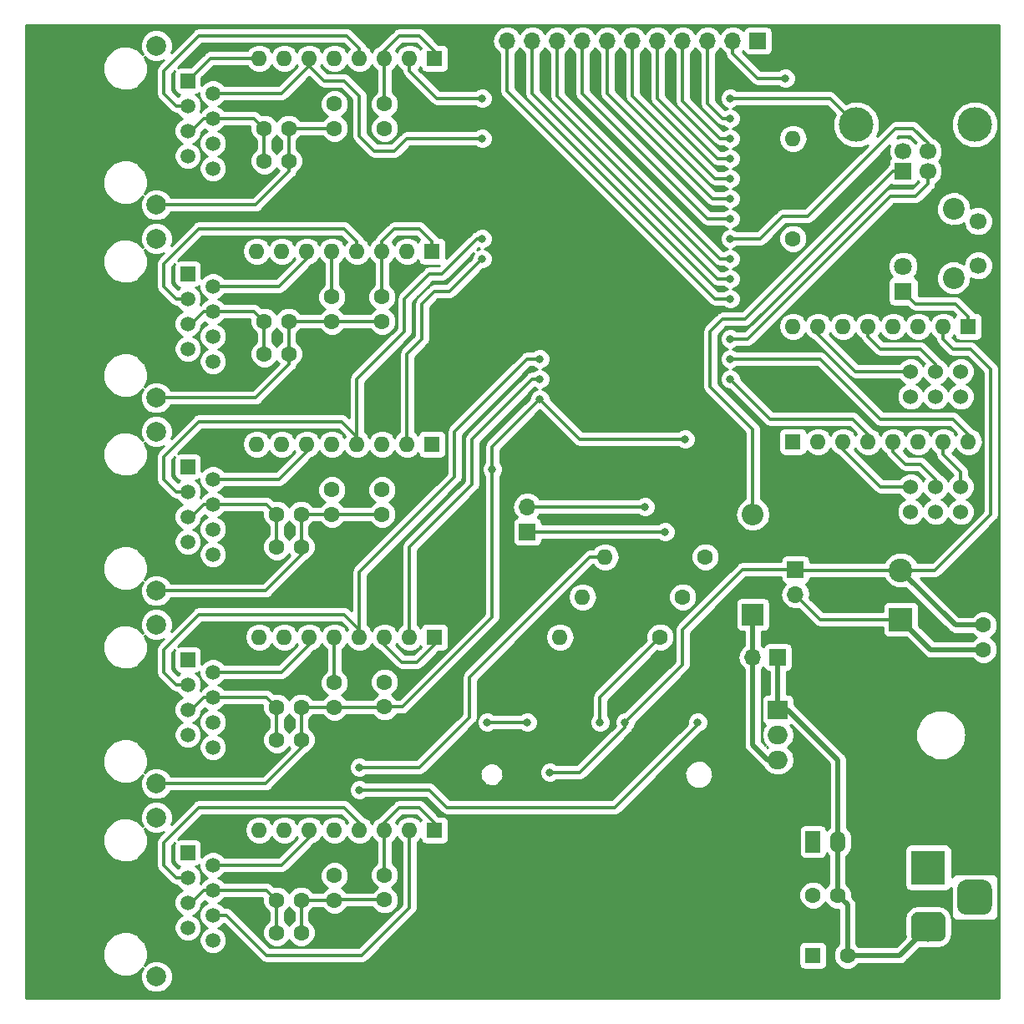
<source format=gbl>
G04 #@! TF.GenerationSoftware,KiCad,Pcbnew,5.0.2-bee76a0~70~ubuntu18.04.1*
G04 #@! TF.CreationDate,2019-05-01T17:12:39+02:00*
G04 #@! TF.ProjectId,lulo,6c756c6f-2e6b-4696-9361-645f70636258,Rev V1.0*
G04 #@! TF.SameCoordinates,Original*
G04 #@! TF.FileFunction,Copper,L2,Bot*
G04 #@! TF.FilePolarity,Positive*
%FSLAX45Y45*%
G04 Gerber Fmt 4.5, Leading zero omitted, Abs format (unit mm)*
G04 Created by KiCad (PCBNEW 5.0.2-bee76a0~70~ubuntu18.04.1) date 2019. máj. 1., szerda, 17:12:39 CEST*
%MOMM*%
%LPD*%
G01*
G04 APERTURE LIST*
G04 #@! TA.AperFunction,ComponentPad*
%ADD10R,2.400000X2.400000*%
G04 #@! TD*
G04 #@! TA.AperFunction,ComponentPad*
%ADD11C,2.400000*%
G04 #@! TD*
G04 #@! TA.AperFunction,ComponentPad*
%ADD12R,1.600000X1.600000*%
G04 #@! TD*
G04 #@! TA.AperFunction,ComponentPad*
%ADD13C,1.600000*%
G04 #@! TD*
G04 #@! TA.AperFunction,ComponentPad*
%ADD14R,2.200000X2.200000*%
G04 #@! TD*
G04 #@! TA.AperFunction,ComponentPad*
%ADD15O,2.200000X2.200000*%
G04 #@! TD*
G04 #@! TA.AperFunction,ComponentPad*
%ADD16C,1.524000*%
G04 #@! TD*
G04 #@! TA.AperFunction,ComponentPad*
%ADD17O,1.600000X1.600000*%
G04 #@! TD*
G04 #@! TA.AperFunction,ComponentPad*
%ADD18C,2.200000*%
G04 #@! TD*
G04 #@! TA.AperFunction,ComponentPad*
%ADD19C,1.700000*%
G04 #@! TD*
G04 #@! TA.AperFunction,ComponentPad*
%ADD20C,2.000000*%
G04 #@! TD*
G04 #@! TA.AperFunction,ComponentPad*
%ADD21C,1.500000*%
G04 #@! TD*
G04 #@! TA.AperFunction,ComponentPad*
%ADD22R,1.500000X1.500000*%
G04 #@! TD*
G04 #@! TA.AperFunction,ComponentPad*
%ADD23R,1.800000X1.800000*%
G04 #@! TD*
G04 #@! TA.AperFunction,ComponentPad*
%ADD24C,1.800000*%
G04 #@! TD*
G04 #@! TA.AperFunction,ComponentPad*
%ADD25R,3.500000X3.500000*%
G04 #@! TD*
G04 #@! TA.AperFunction,Conductor*
%ADD26C,0.100000*%
G04 #@! TD*
G04 #@! TA.AperFunction,ComponentPad*
%ADD27C,3.000000*%
G04 #@! TD*
G04 #@! TA.AperFunction,ComponentPad*
%ADD28C,3.500000*%
G04 #@! TD*
G04 #@! TA.AperFunction,ComponentPad*
%ADD29R,1.524000X2.197100*%
G04 #@! TD*
G04 #@! TA.AperFunction,ComponentPad*
%ADD30O,1.524000X2.197100*%
G04 #@! TD*
G04 #@! TA.AperFunction,ComponentPad*
%ADD31R,1.700000X1.700000*%
G04 #@! TD*
G04 #@! TA.AperFunction,ComponentPad*
%ADD32O,1.700000X1.700000*%
G04 #@! TD*
G04 #@! TA.AperFunction,ComponentPad*
%ADD33R,2.000000X1.905000*%
G04 #@! TD*
G04 #@! TA.AperFunction,ComponentPad*
%ADD34O,2.000000X1.905000*%
G04 #@! TD*
G04 #@! TA.AperFunction,ViaPad*
%ADD35C,0.800000*%
G04 #@! TD*
G04 #@! TA.AperFunction,Conductor*
%ADD36C,0.500000*%
G04 #@! TD*
G04 #@! TA.AperFunction,Conductor*
%ADD37C,0.300000*%
G04 #@! TD*
G04 #@! TA.AperFunction,NonConductor*
%ADD38C,0.254000*%
G04 #@! TD*
G04 APERTURE END LIST*
D10*
G04 #@! TO.P,C4,1*
G04 #@! TO.N,+3V3*
X20015200Y-9296400D03*
D11*
G04 #@! TO.P,C4,2*
G04 #@! TO.N,Net-(C1-Pad2)*
X20015200Y-8796400D03*
G04 #@! TD*
D12*
G04 #@! TO.P,C1,1*
G04 #@! TO.N,Net-(C1-Pad1)*
X19126200Y-12700000D03*
D13*
G04 #@! TO.P,C1,2*
G04 #@! TO.N,Net-(C1-Pad2)*
X19476200Y-12700000D03*
G04 #@! TD*
G04 #@! TO.P,C2,2*
G04 #@! TO.N,Net-(C1-Pad2)*
X19376200Y-12090400D03*
G04 #@! TO.P,C2,1*
G04 #@! TO.N,Net-(C1-Pad1)*
X19126200Y-12090400D03*
G04 #@! TD*
G04 #@! TO.P,C3,1*
G04 #@! TO.N,+3V3*
X20853400Y-9601200D03*
G04 #@! TO.P,C3,2*
G04 #@! TO.N,Net-(C1-Pad2)*
X20853400Y-9351200D03*
G04 #@! TD*
G04 #@! TO.P,C5,2*
G04 #@! TO.N,Net-(C5-Pad2)*
X14274800Y-4068000D03*
G04 #@! TO.P,C5,1*
G04 #@! TO.N,Net-(C1-Pad2)*
X14274800Y-4318000D03*
G04 #@! TD*
G04 #@! TO.P,C6,2*
G04 #@! TO.N,Net-(C6-Pad2)*
X14782800Y-4068000D03*
G04 #@! TO.P,C6,1*
G04 #@! TO.N,Net-(C1-Pad2)*
X14782800Y-4318000D03*
G04 #@! TD*
G04 #@! TO.P,C7,1*
G04 #@! TO.N,Net-(C7-Pad1)*
X13563600Y-4318000D03*
G04 #@! TO.P,C7,2*
G04 #@! TO.N,Net-(C1-Pad2)*
X13813600Y-4318000D03*
G04 #@! TD*
G04 #@! TO.P,C8,1*
G04 #@! TO.N,Net-(C7-Pad1)*
X13563600Y-4648200D03*
G04 #@! TO.P,C8,2*
G04 #@! TO.N,Net-(C1-Pad2)*
X13813600Y-4648200D03*
G04 #@! TD*
G04 #@! TO.P,C9,2*
G04 #@! TO.N,Net-(C9-Pad2)*
X14249400Y-6023800D03*
G04 #@! TO.P,C9,1*
G04 #@! TO.N,Net-(C1-Pad2)*
X14249400Y-6273800D03*
G04 #@! TD*
G04 #@! TO.P,C10,1*
G04 #@! TO.N,Net-(C1-Pad2)*
X14757400Y-6273800D03*
G04 #@! TO.P,C10,2*
G04 #@! TO.N,Net-(C10-Pad2)*
X14757400Y-6023800D03*
G04 #@! TD*
G04 #@! TO.P,C11,2*
G04 #@! TO.N,Net-(C1-Pad2)*
X13813600Y-6604000D03*
G04 #@! TO.P,C11,1*
G04 #@! TO.N,Net-(C11-Pad1)*
X13563600Y-6604000D03*
G04 #@! TD*
G04 #@! TO.P,C12,2*
G04 #@! TO.N,Net-(C1-Pad2)*
X13813600Y-6273800D03*
G04 #@! TO.P,C12,1*
G04 #@! TO.N,Net-(C11-Pad1)*
X13563600Y-6273800D03*
G04 #@! TD*
G04 #@! TO.P,C13,1*
G04 #@! TO.N,Net-(C1-Pad2)*
X14249400Y-8229600D03*
G04 #@! TO.P,C13,2*
G04 #@! TO.N,Net-(C13-Pad2)*
X14249400Y-7979600D03*
G04 #@! TD*
G04 #@! TO.P,C14,2*
G04 #@! TO.N,Net-(C14-Pad2)*
X14757400Y-7979600D03*
G04 #@! TO.P,C14,1*
G04 #@! TO.N,Net-(C1-Pad2)*
X14757400Y-8229600D03*
G04 #@! TD*
G04 #@! TO.P,C15,1*
G04 #@! TO.N,Net-(C15-Pad1)*
X13690600Y-8229600D03*
G04 #@! TO.P,C15,2*
G04 #@! TO.N,Net-(C1-Pad2)*
X13940600Y-8229600D03*
G04 #@! TD*
G04 #@! TO.P,C16,2*
G04 #@! TO.N,Net-(C1-Pad2)*
X13940600Y-8559800D03*
G04 #@! TO.P,C16,1*
G04 #@! TO.N,Net-(C15-Pad1)*
X13690600Y-8559800D03*
G04 #@! TD*
G04 #@! TO.P,C17,1*
G04 #@! TO.N,Net-(C1-Pad2)*
X14274800Y-10185400D03*
G04 #@! TO.P,C17,2*
G04 #@! TO.N,Net-(C17-Pad2)*
X14274800Y-9935400D03*
G04 #@! TD*
G04 #@! TO.P,C18,2*
G04 #@! TO.N,Net-(C18-Pad2)*
X14782800Y-9931400D03*
G04 #@! TO.P,C18,1*
G04 #@! TO.N,Net-(C1-Pad2)*
X14782800Y-10181400D03*
G04 #@! TD*
G04 #@! TO.P,C19,1*
G04 #@! TO.N,Net-(C19-Pad1)*
X13690600Y-10185400D03*
G04 #@! TO.P,C19,2*
G04 #@! TO.N,Net-(C1-Pad2)*
X13940600Y-10185400D03*
G04 #@! TD*
G04 #@! TO.P,C20,2*
G04 #@! TO.N,Net-(C1-Pad2)*
X13940600Y-10515600D03*
G04 #@! TO.P,C20,1*
G04 #@! TO.N,Net-(C19-Pad1)*
X13690600Y-10515600D03*
G04 #@! TD*
G04 #@! TO.P,C21,1*
G04 #@! TO.N,Net-(C1-Pad2)*
X14274800Y-12141200D03*
G04 #@! TO.P,C21,2*
G04 #@! TO.N,Net-(C21-Pad2)*
X14274800Y-11891200D03*
G04 #@! TD*
G04 #@! TO.P,C22,2*
G04 #@! TO.N,Net-(C22-Pad2)*
X14782800Y-11887200D03*
G04 #@! TO.P,C22,1*
G04 #@! TO.N,Net-(C1-Pad2)*
X14782800Y-12137200D03*
G04 #@! TD*
G04 #@! TO.P,C23,1*
G04 #@! TO.N,Net-(C23-Pad1)*
X13690600Y-12141200D03*
G04 #@! TO.P,C23,2*
G04 #@! TO.N,Net-(C1-Pad2)*
X13940600Y-12141200D03*
G04 #@! TD*
G04 #@! TO.P,C24,1*
G04 #@! TO.N,Net-(C23-Pad1)*
X13690600Y-12471400D03*
G04 #@! TO.P,C24,2*
G04 #@! TO.N,Net-(C1-Pad2)*
X13940600Y-12471400D03*
G04 #@! TD*
D14*
G04 #@! TO.P,D1,1*
G04 #@! TO.N,Net-(C1-Pad1)*
X18516600Y-9245600D03*
D15*
G04 #@! TO.P,D1,2*
G04 #@! TO.N,Net-(D1-Pad2)*
X18516600Y-8229600D03*
G04 #@! TD*
D16*
G04 #@! TO.P,D3,6*
G04 #@! TO.N,+3V3*
X20116800Y-7035800D03*
G04 #@! TO.P,D3,5*
G04 #@! TO.N,Net-(D3-Pad5)*
X20116800Y-6781800D03*
G04 #@! TO.P,D3,4*
G04 #@! TO.N,+3V3*
X20370800Y-7035800D03*
G04 #@! TO.P,D3,3*
G04 #@! TO.N,Net-(D3-Pad3)*
X20370800Y-6781800D03*
G04 #@! TO.P,D3,2*
G04 #@! TO.N,+3V3*
X20624800Y-7035800D03*
G04 #@! TO.P,D3,1*
G04 #@! TO.N,Net-(D3-Pad1)*
X20624800Y-6781800D03*
G04 #@! TD*
D17*
G04 #@! TO.P,RN1,8*
G04 #@! TO.N,Net-(J3-Pad1)*
X13512800Y-3606800D03*
G04 #@! TO.P,RN1,7*
G04 #@! TO.N,Net-(C5-Pad2)*
X13766800Y-3606800D03*
G04 #@! TO.P,RN1,6*
G04 #@! TO.N,Net-(J3-Pad2)*
X14020800Y-3606800D03*
G04 #@! TO.P,RN1,5*
G04 #@! TO.N,Net-(C5-Pad2)*
X14274800Y-3606800D03*
G04 #@! TO.P,RN1,4*
G04 #@! TO.N,Net-(J3-Pad3)*
X14528800Y-3606800D03*
G04 #@! TO.P,RN1,3*
G04 #@! TO.N,Net-(C6-Pad2)*
X14782800Y-3606800D03*
G04 #@! TO.P,RN1,2*
G04 #@! TO.N,Net-(J3-Pad6)*
X15036800Y-3606800D03*
D12*
G04 #@! TO.P,RN1,1*
G04 #@! TO.N,Net-(C6-Pad2)*
X15290800Y-3606800D03*
G04 #@! TD*
D17*
G04 #@! TO.P,RN2,8*
G04 #@! TO.N,Net-(J4-Pad1)*
X13487400Y-5562600D03*
G04 #@! TO.P,RN2,7*
G04 #@! TO.N,Net-(C9-Pad2)*
X13741400Y-5562600D03*
G04 #@! TO.P,RN2,6*
G04 #@! TO.N,Net-(J4-Pad2)*
X13995400Y-5562600D03*
G04 #@! TO.P,RN2,5*
G04 #@! TO.N,Net-(C9-Pad2)*
X14249400Y-5562600D03*
G04 #@! TO.P,RN2,4*
G04 #@! TO.N,Net-(J4-Pad3)*
X14503400Y-5562600D03*
G04 #@! TO.P,RN2,3*
G04 #@! TO.N,Net-(C10-Pad2)*
X14757400Y-5562600D03*
G04 #@! TO.P,RN2,2*
G04 #@! TO.N,Net-(J4-Pad6)*
X15011400Y-5562600D03*
D12*
G04 #@! TO.P,RN2,1*
G04 #@! TO.N,Net-(C10-Pad2)*
X15265400Y-5562600D03*
G04 #@! TD*
G04 #@! TO.P,RN3,1*
G04 #@! TO.N,Net-(C14-Pad2)*
X15265400Y-7518400D03*
D17*
G04 #@! TO.P,RN3,2*
G04 #@! TO.N,Net-(J5-Pad6)*
X15011400Y-7518400D03*
G04 #@! TO.P,RN3,3*
G04 #@! TO.N,Net-(C14-Pad2)*
X14757400Y-7518400D03*
G04 #@! TO.P,RN3,4*
G04 #@! TO.N,Net-(J5-Pad3)*
X14503400Y-7518400D03*
G04 #@! TO.P,RN3,5*
G04 #@! TO.N,Net-(C13-Pad2)*
X14249400Y-7518400D03*
G04 #@! TO.P,RN3,6*
G04 #@! TO.N,Net-(J5-Pad2)*
X13995400Y-7518400D03*
G04 #@! TO.P,RN3,7*
G04 #@! TO.N,Net-(C13-Pad2)*
X13741400Y-7518400D03*
G04 #@! TO.P,RN3,8*
G04 #@! TO.N,Net-(J5-Pad1)*
X13487400Y-7518400D03*
G04 #@! TD*
D12*
G04 #@! TO.P,RN4,1*
G04 #@! TO.N,Net-(C18-Pad2)*
X15290800Y-9474200D03*
D17*
G04 #@! TO.P,RN4,2*
G04 #@! TO.N,Net-(J11-Pad7)*
X15036800Y-9474200D03*
G04 #@! TO.P,RN4,3*
G04 #@! TO.N,Net-(C18-Pad2)*
X14782800Y-9474200D03*
G04 #@! TO.P,RN4,4*
G04 #@! TO.N,Net-(J11-Pad8)*
X14528800Y-9474200D03*
G04 #@! TO.P,RN4,5*
G04 #@! TO.N,Net-(C17-Pad2)*
X14274800Y-9474200D03*
G04 #@! TO.P,RN4,6*
G04 #@! TO.N,Net-(J6-Pad2)*
X14020800Y-9474200D03*
G04 #@! TO.P,RN4,7*
G04 #@! TO.N,Net-(C17-Pad2)*
X13766800Y-9474200D03*
G04 #@! TO.P,RN4,8*
G04 #@! TO.N,Net-(J6-Pad1)*
X13512800Y-9474200D03*
G04 #@! TD*
D12*
G04 #@! TO.P,RN5,1*
G04 #@! TO.N,Net-(C22-Pad2)*
X15290800Y-11430000D03*
D17*
G04 #@! TO.P,RN5,2*
G04 #@! TO.N,Net-(J11-Pad2)*
X15036800Y-11430000D03*
G04 #@! TO.P,RN5,3*
G04 #@! TO.N,Net-(C22-Pad2)*
X14782800Y-11430000D03*
G04 #@! TO.P,RN5,4*
G04 #@! TO.N,Net-(J11-Pad5)*
X14528800Y-11430000D03*
G04 #@! TO.P,RN5,5*
G04 #@! TO.N,Net-(C21-Pad2)*
X14274800Y-11430000D03*
G04 #@! TO.P,RN5,6*
G04 #@! TO.N,Net-(J11-Pad9)*
X14020800Y-11430000D03*
G04 #@! TO.P,RN5,7*
G04 #@! TO.N,Net-(C21-Pad2)*
X13766800Y-11430000D03*
G04 #@! TO.P,RN5,8*
G04 #@! TO.N,Net-(J11-Pad1)*
X13512800Y-11430000D03*
G04 #@! TD*
D12*
G04 #@! TO.P,RN6,1*
G04 #@! TO.N,N/C*
X18923000Y-7493000D03*
D17*
G04 #@! TO.P,RN6,2*
X19177000Y-7493000D03*
G04 #@! TO.P,RN6,3*
G04 #@! TO.N,Net-(D4-Pad5)*
X19431000Y-7493000D03*
G04 #@! TO.P,RN6,4*
G04 #@! TO.N,Net-(RN6-Pad4)*
X19685000Y-7493000D03*
G04 #@! TO.P,RN6,5*
G04 #@! TO.N,Net-(D4-Pad3)*
X19939000Y-7493000D03*
G04 #@! TO.P,RN6,6*
G04 #@! TO.N,Net-(RN6-Pad6)*
X20193000Y-7493000D03*
G04 #@! TO.P,RN6,7*
G04 #@! TO.N,Net-(D4-Pad1)*
X20447000Y-7493000D03*
G04 #@! TO.P,RN6,8*
G04 #@! TO.N,Net-(RN6-Pad8)*
X20701000Y-7493000D03*
G04 #@! TD*
G04 #@! TO.P,RN7,8*
G04 #@! TO.N,Net-(RN7-Pad8)*
X18923000Y-6324600D03*
G04 #@! TO.P,RN7,7*
G04 #@! TO.N,Net-(D3-Pad5)*
X19177000Y-6324600D03*
G04 #@! TO.P,RN7,6*
G04 #@! TO.N,Net-(RN7-Pad6)*
X19431000Y-6324600D03*
G04 #@! TO.P,RN7,5*
G04 #@! TO.N,Net-(D3-Pad3)*
X19685000Y-6324600D03*
G04 #@! TO.P,RN7,4*
G04 #@! TO.N,Net-(RN7-Pad4)*
X19939000Y-6324600D03*
G04 #@! TO.P,RN7,3*
G04 #@! TO.N,Net-(D3-Pad1)*
X20193000Y-6324600D03*
G04 #@! TO.P,RN7,2*
G04 #@! TO.N,Net-(C1-Pad2)*
X20447000Y-6324600D03*
D12*
G04 #@! TO.P,RN7,1*
G04 #@! TO.N,Net-(D2-Pad1)*
X20701000Y-6324600D03*
G04 #@! TD*
D18*
G04 #@! TO.P,SW1,*
G04 #@! TO.N,*
X20552600Y-5832800D03*
X20552600Y-5132800D03*
D19*
G04 #@! TO.P,SW1,2*
G04 #@! TO.N,Net-(J13-Pad4)*
X20802600Y-5707800D03*
G04 #@! TO.P,SW1,1*
G04 #@! TO.N,Net-(C1-Pad2)*
X20802600Y-5257800D03*
G04 #@! TD*
D20*
G04 #@! TO.P,J3,SH*
G04 #@! TO.N,Net-(C1-Pad2)*
X12471400Y-5092700D03*
X12471400Y-3479800D03*
D21*
G04 #@! TO.P,J3,8*
G04 #@! TO.N,N/C*
X13042900Y-4724400D03*
G04 #@! TO.P,J3,6*
G04 #@! TO.N,Net-(J3-Pad6)*
X13042900Y-4470400D03*
G04 #@! TO.P,J3,4*
G04 #@! TO.N,Net-(C7-Pad1)*
X13042900Y-4216400D03*
G04 #@! TO.P,J3,2*
G04 #@! TO.N,Net-(J3-Pad2)*
X13042900Y-3962400D03*
G04 #@! TO.P,J3,7*
G04 #@! TO.N,N/C*
X12788900Y-4597400D03*
G04 #@! TO.P,J3,5*
G04 #@! TO.N,Net-(C7-Pad1)*
X12788900Y-4343400D03*
G04 #@! TO.P,J3,3*
G04 #@! TO.N,Net-(J3-Pad3)*
X12788900Y-4089400D03*
D22*
G04 #@! TO.P,J3,1*
G04 #@! TO.N,Net-(J3-Pad1)*
X12788900Y-3835400D03*
G04 #@! TD*
G04 #@! TO.P,J4,1*
G04 #@! TO.N,Net-(J4-Pad1)*
X12788900Y-5791200D03*
D21*
G04 #@! TO.P,J4,3*
G04 #@! TO.N,Net-(J4-Pad3)*
X12788900Y-6045200D03*
G04 #@! TO.P,J4,5*
G04 #@! TO.N,Net-(C11-Pad1)*
X12788900Y-6299200D03*
G04 #@! TO.P,J4,7*
G04 #@! TO.N,N/C*
X12788900Y-6553200D03*
G04 #@! TO.P,J4,2*
G04 #@! TO.N,Net-(J4-Pad2)*
X13042900Y-5918200D03*
G04 #@! TO.P,J4,4*
G04 #@! TO.N,Net-(C11-Pad1)*
X13042900Y-6172200D03*
G04 #@! TO.P,J4,6*
G04 #@! TO.N,Net-(J4-Pad6)*
X13042900Y-6426200D03*
G04 #@! TO.P,J4,8*
G04 #@! TO.N,N/C*
X13042900Y-6680200D03*
D20*
G04 #@! TO.P,J4,SH*
G04 #@! TO.N,Net-(C1-Pad2)*
X12471400Y-5435600D03*
X12471400Y-7048500D03*
G04 #@! TD*
D22*
G04 #@! TO.P,J5,1*
G04 #@! TO.N,Net-(J5-Pad1)*
X12788900Y-7747000D03*
D21*
G04 #@! TO.P,J5,3*
G04 #@! TO.N,Net-(J5-Pad3)*
X12788900Y-8001000D03*
G04 #@! TO.P,J5,5*
G04 #@! TO.N,Net-(C15-Pad1)*
X12788900Y-8255000D03*
G04 #@! TO.P,J5,7*
G04 #@! TO.N,N/C*
X12788900Y-8509000D03*
G04 #@! TO.P,J5,2*
G04 #@! TO.N,Net-(J5-Pad2)*
X13042900Y-7874000D03*
G04 #@! TO.P,J5,4*
G04 #@! TO.N,Net-(C15-Pad1)*
X13042900Y-8128000D03*
G04 #@! TO.P,J5,6*
G04 #@! TO.N,Net-(J5-Pad6)*
X13042900Y-8382000D03*
G04 #@! TO.P,J5,8*
G04 #@! TO.N,N/C*
X13042900Y-8636000D03*
D20*
G04 #@! TO.P,J5,SH*
G04 #@! TO.N,Net-(C1-Pad2)*
X12471400Y-7391400D03*
X12471400Y-9004300D03*
G04 #@! TD*
G04 #@! TO.P,J6,SH*
G04 #@! TO.N,Net-(C1-Pad2)*
X12471400Y-10960100D03*
X12471400Y-9347200D03*
D21*
G04 #@! TO.P,J6,8*
G04 #@! TO.N,N/C*
X13042900Y-10591800D03*
G04 #@! TO.P,J6,6*
G04 #@! TO.N,Net-(J11-Pad7)*
X13042900Y-10337800D03*
G04 #@! TO.P,J6,4*
G04 #@! TO.N,Net-(C19-Pad1)*
X13042900Y-10083800D03*
G04 #@! TO.P,J6,2*
G04 #@! TO.N,Net-(J6-Pad2)*
X13042900Y-9829800D03*
G04 #@! TO.P,J6,7*
G04 #@! TO.N,N/C*
X12788900Y-10464800D03*
G04 #@! TO.P,J6,5*
G04 #@! TO.N,Net-(C19-Pad1)*
X12788900Y-10210800D03*
G04 #@! TO.P,J6,3*
G04 #@! TO.N,Net-(J11-Pad8)*
X12788900Y-9956800D03*
D22*
G04 #@! TO.P,J6,1*
G04 #@! TO.N,Net-(J6-Pad1)*
X12788900Y-9702800D03*
G04 #@! TD*
G04 #@! TO.P,J7,1*
G04 #@! TO.N,Net-(J11-Pad1)*
X12788900Y-11658600D03*
D21*
G04 #@! TO.P,J7,3*
G04 #@! TO.N,Net-(J11-Pad5)*
X12788900Y-11912600D03*
G04 #@! TO.P,J7,5*
G04 #@! TO.N,Net-(C23-Pad1)*
X12788900Y-12166600D03*
G04 #@! TO.P,J7,7*
G04 #@! TO.N,N/C*
X12788900Y-12420600D03*
G04 #@! TO.P,J7,2*
G04 #@! TO.N,Net-(J11-Pad9)*
X13042900Y-11785600D03*
G04 #@! TO.P,J7,4*
G04 #@! TO.N,Net-(C23-Pad1)*
X13042900Y-12039600D03*
G04 #@! TO.P,J7,6*
G04 #@! TO.N,Net-(J11-Pad2)*
X13042900Y-12293600D03*
G04 #@! TO.P,J7,8*
G04 #@! TO.N,N/C*
X13042900Y-12547600D03*
D20*
G04 #@! TO.P,J7,SH*
G04 #@! TO.N,Net-(C1-Pad2)*
X12471400Y-11303000D03*
X12471400Y-12915900D03*
G04 #@! TD*
D23*
G04 #@! TO.P,D2,1*
G04 #@! TO.N,Net-(D2-Pad1)*
X20040600Y-5969000D03*
D24*
G04 #@! TO.P,D2,2*
G04 #@! TO.N,+3V3*
X20040600Y-5715000D03*
G04 #@! TD*
D25*
G04 #@! TO.P,J1,1*
G04 #@! TO.N,Net-(C1-Pad1)*
X20294600Y-11811000D03*
D26*
G04 #@! TD*
G04 #@! TO.N,Net-(C1-Pad2)*
G04 #@! TO.C,J1*
G36*
X20401951Y-12261361D02*
X20409232Y-12262441D01*
X20416371Y-12264229D01*
X20423301Y-12266709D01*
X20429955Y-12269856D01*
X20436268Y-12273640D01*
X20442180Y-12278024D01*
X20447633Y-12282967D01*
X20452576Y-12288420D01*
X20456960Y-12294332D01*
X20460744Y-12300645D01*
X20463891Y-12307299D01*
X20466371Y-12314229D01*
X20468159Y-12321368D01*
X20469239Y-12328649D01*
X20469600Y-12336000D01*
X20469600Y-12486000D01*
X20469239Y-12493351D01*
X20468159Y-12500632D01*
X20466371Y-12507771D01*
X20463891Y-12514701D01*
X20460744Y-12521355D01*
X20456960Y-12527668D01*
X20452576Y-12533579D01*
X20447633Y-12539033D01*
X20442180Y-12543976D01*
X20436268Y-12548360D01*
X20429955Y-12552144D01*
X20423301Y-12555291D01*
X20416371Y-12557770D01*
X20409232Y-12559559D01*
X20401951Y-12560639D01*
X20394600Y-12561000D01*
X20194600Y-12561000D01*
X20187249Y-12560639D01*
X20179968Y-12559559D01*
X20172829Y-12557770D01*
X20165899Y-12555291D01*
X20159245Y-12552144D01*
X20152932Y-12548360D01*
X20147021Y-12543976D01*
X20141567Y-12539033D01*
X20136624Y-12533579D01*
X20132240Y-12527668D01*
X20128456Y-12521355D01*
X20125309Y-12514701D01*
X20122830Y-12507771D01*
X20121041Y-12500632D01*
X20119961Y-12493351D01*
X20119600Y-12486000D01*
X20119600Y-12336000D01*
X20119961Y-12328649D01*
X20121041Y-12321368D01*
X20122830Y-12314229D01*
X20125309Y-12307299D01*
X20128456Y-12300645D01*
X20132240Y-12294332D01*
X20136624Y-12288420D01*
X20141567Y-12282967D01*
X20147021Y-12278024D01*
X20152932Y-12273640D01*
X20159245Y-12269856D01*
X20165899Y-12266709D01*
X20172829Y-12264229D01*
X20179968Y-12262441D01*
X20187249Y-12261361D01*
X20194600Y-12261000D01*
X20394600Y-12261000D01*
X20401951Y-12261361D01*
X20401951Y-12261361D01*
G37*
D27*
G04 #@! TO.P,J1,2*
G04 #@! TO.N,Net-(C1-Pad2)*
X20294600Y-12411000D03*
D26*
G04 #@! TD*
G04 #@! TO.N,N/C*
G04 #@! TO.C,J1*
G36*
X20860677Y-11936421D02*
X20869170Y-11937681D01*
X20877500Y-11939768D01*
X20885585Y-11942660D01*
X20893347Y-11946332D01*
X20900712Y-11950746D01*
X20907609Y-11955862D01*
X20913972Y-11961628D01*
X20919738Y-11967991D01*
X20924854Y-11974888D01*
X20929268Y-11982253D01*
X20932940Y-11990015D01*
X20935832Y-11998100D01*
X20937919Y-12006430D01*
X20939179Y-12014923D01*
X20939600Y-12023500D01*
X20939600Y-12198500D01*
X20939179Y-12207076D01*
X20937919Y-12215570D01*
X20935832Y-12223900D01*
X20932940Y-12231985D01*
X20929268Y-12239747D01*
X20924854Y-12247112D01*
X20919738Y-12254009D01*
X20913972Y-12260372D01*
X20907609Y-12266138D01*
X20900712Y-12271254D01*
X20893347Y-12275668D01*
X20885585Y-12279339D01*
X20877500Y-12282232D01*
X20869170Y-12284319D01*
X20860677Y-12285579D01*
X20852100Y-12286000D01*
X20677100Y-12286000D01*
X20668524Y-12285579D01*
X20660030Y-12284319D01*
X20651700Y-12282232D01*
X20643615Y-12279339D01*
X20635853Y-12275668D01*
X20628488Y-12271254D01*
X20621591Y-12266138D01*
X20615228Y-12260372D01*
X20609462Y-12254009D01*
X20604346Y-12247112D01*
X20599932Y-12239747D01*
X20596261Y-12231985D01*
X20593368Y-12223900D01*
X20591281Y-12215570D01*
X20590021Y-12207076D01*
X20589600Y-12198500D01*
X20589600Y-12023500D01*
X20590021Y-12014923D01*
X20591281Y-12006430D01*
X20593368Y-11998100D01*
X20596261Y-11990015D01*
X20599932Y-11982253D01*
X20604346Y-11974888D01*
X20609462Y-11967991D01*
X20615228Y-11961628D01*
X20621591Y-11955862D01*
X20628488Y-11950746D01*
X20635853Y-11946332D01*
X20643615Y-11942660D01*
X20651700Y-11939768D01*
X20660030Y-11937681D01*
X20668524Y-11936421D01*
X20677100Y-11936000D01*
X20852100Y-11936000D01*
X20860677Y-11936421D01*
X20860677Y-11936421D01*
G37*
D28*
G04 #@! TO.P,J1,3*
G04 #@! TO.N,N/C*
X20764600Y-12111000D03*
G04 #@! TD*
D29*
G04 #@! TO.P,J2,1*
G04 #@! TO.N,Net-(C1-Pad1)*
X19126200Y-11549380D03*
D30*
G04 #@! TO.P,J2,2*
G04 #@! TO.N,Net-(C1-Pad2)*
X19380200Y-11549380D03*
G04 #@! TD*
D31*
G04 #@! TO.P,J8,1*
G04 #@! TO.N,Net-(D1-Pad2)*
X20040600Y-4749800D03*
D19*
G04 #@! TO.P,J8,2*
G04 #@! TO.N,Net-(J8-Pad2)*
X20290600Y-4749800D03*
G04 #@! TO.P,J8,3*
G04 #@! TO.N,Net-(J8-Pad3)*
X20290600Y-4549800D03*
G04 #@! TO.P,J8,4*
G04 #@! TO.N,Net-(C1-Pad2)*
X20040600Y-4549800D03*
D28*
G04 #@! TO.P,J8,5*
X19563600Y-4278800D03*
X20767600Y-4278800D03*
G04 #@! TD*
D32*
G04 #@! TO.P,J9,2*
G04 #@! TO.N,Net-(C1-Pad1)*
X18516600Y-9677400D03*
D31*
G04 #@! TO.P,J9,1*
G04 #@! TO.N,Net-(C1-Pad2)*
X18770600Y-9677400D03*
G04 #@! TD*
G04 #@! TO.P,J10,1*
G04 #@! TO.N,Net-(C1-Pad2)*
X18948400Y-8788400D03*
D32*
G04 #@! TO.P,J10,2*
G04 #@! TO.N,+3V3*
X18948400Y-9042400D03*
G04 #@! TD*
D13*
G04 #@! TO.P,R1,1*
G04 #@! TO.N,+3V3*
X18923000Y-5435600D03*
D17*
G04 #@! TO.P,R1,2*
G04 #@! TO.N,Net-(J13-Pad4)*
X18923000Y-4419600D03*
G04 #@! TD*
D33*
G04 #@! TO.P,U1,1*
G04 #@! TO.N,Net-(C1-Pad2)*
X18770600Y-10210800D03*
D34*
G04 #@! TO.P,U1,2*
G04 #@! TO.N,+3V3*
X18770600Y-10464800D03*
G04 #@! TO.P,U1,3*
G04 #@! TO.N,Net-(C1-Pad1)*
X18770600Y-10718800D03*
G04 #@! TD*
D16*
G04 #@! TO.P,D4,6*
G04 #@! TO.N,+3V3*
X20116800Y-8204200D03*
G04 #@! TO.P,D4,5*
G04 #@! TO.N,Net-(D4-Pad5)*
X20116800Y-7950200D03*
G04 #@! TO.P,D4,4*
G04 #@! TO.N,+3V3*
X20370800Y-8204200D03*
G04 #@! TO.P,D4,3*
G04 #@! TO.N,Net-(D4-Pad3)*
X20370800Y-7950200D03*
G04 #@! TO.P,D4,2*
G04 #@! TO.N,+3V3*
X20624800Y-8204200D03*
G04 #@! TO.P,D4,1*
G04 #@! TO.N,Net-(D4-Pad1)*
X20624800Y-7950200D03*
G04 #@! TD*
D31*
G04 #@! TO.P,J12,1*
G04 #@! TO.N,Net-(J12-Pad1)*
X16230600Y-8407400D03*
D32*
G04 #@! TO.P,J12,2*
G04 #@! TO.N,Net-(J12-Pad2)*
X16230600Y-8153400D03*
G04 #@! TD*
D31*
G04 #@! TO.P,J13,1*
G04 #@! TO.N,Net-(J13-Pad1)*
X18567400Y-3429000D03*
D32*
G04 #@! TO.P,J13,2*
G04 #@! TO.N,Net-(J13-Pad2)*
X18313400Y-3429000D03*
G04 #@! TO.P,J13,3*
G04 #@! TO.N,Net-(J13-Pad3)*
X18059400Y-3429000D03*
G04 #@! TO.P,J13,4*
G04 #@! TO.N,Net-(J13-Pad4)*
X17805400Y-3429000D03*
G04 #@! TO.P,J13,5*
G04 #@! TO.N,Net-(J13-Pad5)*
X17551400Y-3429000D03*
G04 #@! TO.P,J13,6*
G04 #@! TO.N,Net-(J13-Pad6)*
X17297400Y-3429000D03*
G04 #@! TO.P,J13,7*
G04 #@! TO.N,Net-(J13-Pad7)*
X17043400Y-3429000D03*
G04 #@! TO.P,J13,8*
G04 #@! TO.N,Net-(J13-Pad8)*
X16789400Y-3429000D03*
G04 #@! TO.P,J13,9*
G04 #@! TO.N,Net-(J13-Pad9)*
X16535400Y-3429000D03*
G04 #@! TO.P,J13,10*
G04 #@! TO.N,Net-(J13-Pad10)*
X16281400Y-3429000D03*
G04 #@! TO.P,J13,11*
G04 #@! TO.N,Net-(J13-Pad11)*
X16027400Y-3429000D03*
G04 #@! TD*
D13*
G04 #@! TO.P,R2,1*
G04 #@! TO.N,+3V3*
X18034000Y-8661400D03*
D17*
G04 #@! TO.P,R2,2*
G04 #@! TO.N,Net-(J11-Pad1)*
X17018000Y-8661400D03*
G04 #@! TD*
G04 #@! TO.P,R3,2*
G04 #@! TO.N,Net-(J11-Pad2)*
X16789400Y-9067800D03*
D13*
G04 #@! TO.P,R3,1*
G04 #@! TO.N,+3V3*
X17805400Y-9067800D03*
G04 #@! TD*
G04 #@! TO.P,R4,1*
G04 #@! TO.N,+3V3*
X17576800Y-9474200D03*
D17*
G04 #@! TO.P,R4,2*
G04 #@! TO.N,Net-(J11-Pad5)*
X16560800Y-9474200D03*
G04 #@! TD*
D35*
G04 #@! TO.N,+3V3*
X16967200Y-10337800D03*
G04 #@! TO.N,Net-(J8-Pad2)*
X18288000Y-6451600D03*
G04 #@! TO.N,Net-(J8-Pad3)*
X18288000Y-5435600D03*
G04 #@! TO.N,Net-(RN6-Pad4)*
X18288000Y-6858000D03*
G04 #@! TO.N,Net-(RN6-Pad8)*
X18288000Y-6654800D03*
G04 #@! TO.N,Net-(J3-Pad6)*
X15773400Y-4013200D03*
G04 #@! TO.N,Net-(J3-Pad2)*
X15773400Y-4419600D03*
G04 #@! TO.N,Net-(J5-Pad3)*
X15773400Y-5435600D03*
G04 #@! TO.N,Net-(J5-Pad6)*
X15773400Y-5638800D03*
G04 #@! TO.N,Net-(C1-Pad2)*
X16459200Y-10845800D03*
X17221200Y-10337800D03*
X15875000Y-7772400D03*
X17830800Y-7467600D03*
X16357600Y-7061200D03*
X18288000Y-4013200D03*
G04 #@! TO.N,Net-(J11-Pad7)*
X15824200Y-10337800D03*
X16230600Y-10337800D03*
X16357600Y-6858000D03*
G04 #@! TO.N,Net-(J11-Pad8)*
X16357600Y-6654800D03*
G04 #@! TO.N,Net-(J11-Pad1)*
X14528800Y-10795000D03*
G04 #@! TO.N,Net-(J11-Pad9)*
X17957800Y-10337800D03*
X14528800Y-11023600D03*
G04 #@! TO.N,Net-(J12-Pad1)*
X17627600Y-8407400D03*
G04 #@! TO.N,Net-(J12-Pad2)*
X17424400Y-8153400D03*
G04 #@! TO.N,Net-(J13-Pad2)*
X18846800Y-3810000D03*
G04 #@! TO.N,Net-(J13-Pad3)*
X18288000Y-4216400D03*
G04 #@! TO.N,Net-(J13-Pad4)*
X18288000Y-4419600D03*
G04 #@! TO.N,Net-(J13-Pad5)*
X18288000Y-4622800D03*
G04 #@! TO.N,Net-(J13-Pad6)*
X18288000Y-4826000D03*
G04 #@! TO.N,Net-(J13-Pad7)*
X18288000Y-5029200D03*
G04 #@! TO.N,Net-(J13-Pad8)*
X18288000Y-5232400D03*
G04 #@! TO.N,Net-(J13-Pad9)*
X18288000Y-5638800D03*
G04 #@! TO.N,Net-(J13-Pad10)*
X18288000Y-5842000D03*
G04 #@! TO.N,Net-(J13-Pad11)*
X18288000Y-6045200D03*
G04 #@! TD*
D36*
G04 #@! TO.N,Net-(C1-Pad1)*
X18516600Y-9677400D02*
X18516600Y-10566400D01*
X18669000Y-10718800D02*
X18770600Y-10718800D01*
X18516600Y-10566400D02*
X18669000Y-10718800D01*
X18516600Y-9677400D02*
X18516600Y-9245600D01*
G04 #@! TO.N,+3V3*
X20320000Y-9601200D02*
X20015200Y-9296400D01*
X20853400Y-9601200D02*
X20320000Y-9601200D01*
D37*
X19202400Y-9296400D02*
X18948400Y-9042400D01*
X20015200Y-9296400D02*
X19202400Y-9296400D01*
X16967200Y-10083800D02*
X17576800Y-9474200D01*
X16967200Y-10337800D02*
X16967200Y-10083800D01*
G04 #@! TO.N,Net-(C6-Pad2)*
X14782800Y-3991800D02*
X14782800Y-3606800D01*
X15290800Y-3530600D02*
X15290800Y-3606800D01*
X15138400Y-3378200D02*
X15290800Y-3530600D01*
X14935200Y-3378200D02*
X15138400Y-3378200D01*
X14782800Y-3606800D02*
X14782800Y-3530600D01*
X14782800Y-3530600D02*
X14935200Y-3378200D01*
G04 #@! TO.N,Net-(C7-Pad1)*
X12788900Y-4343400D02*
X12827000Y-4343400D01*
X12954000Y-4216400D02*
X13042900Y-4216400D01*
X12827000Y-4343400D02*
X12954000Y-4216400D01*
X13563600Y-4318000D02*
X13563600Y-4648200D01*
X13462000Y-4216400D02*
X13563600Y-4318000D01*
X13042900Y-4216400D02*
X13462000Y-4216400D01*
G04 #@! TO.N,Net-(C9-Pad2)*
X14249400Y-6023800D02*
X14249400Y-5562600D01*
G04 #@! TO.N,Net-(C10-Pad2)*
X14757400Y-5562600D02*
X14757400Y-6023800D01*
X14757400Y-5562600D02*
X14757400Y-5461000D01*
X14757400Y-5461000D02*
X14884400Y-5334000D01*
X14884400Y-5334000D02*
X15138400Y-5334000D01*
X15265400Y-5461000D02*
X15265400Y-5562600D01*
X15138400Y-5334000D02*
X15265400Y-5461000D01*
G04 #@! TO.N,Net-(C11-Pad1)*
X12788900Y-6299200D02*
X12827000Y-6299200D01*
X12954000Y-6172200D02*
X13042900Y-6172200D01*
X12827000Y-6299200D02*
X12954000Y-6172200D01*
X13563600Y-6273800D02*
X13563600Y-6604000D01*
X13462000Y-6172200D02*
X13563600Y-6273800D01*
X13042900Y-6172200D02*
X13462000Y-6172200D01*
G04 #@! TO.N,Net-(C15-Pad1)*
X12788900Y-8255000D02*
X12827000Y-8255000D01*
X12954000Y-8128000D02*
X13042900Y-8128000D01*
X12827000Y-8255000D02*
X12954000Y-8128000D01*
X13589000Y-8128000D02*
X13690600Y-8229600D01*
X13042900Y-8128000D02*
X13589000Y-8128000D01*
X13690600Y-8229600D02*
X13690600Y-8559800D01*
G04 #@! TO.N,Net-(C17-Pad2)*
X14274800Y-9474200D02*
X14274800Y-9935400D01*
G04 #@! TO.N,Net-(C18-Pad2)*
X15290800Y-9550400D02*
X15290800Y-9474200D01*
X14960600Y-9728200D02*
X15113000Y-9728200D01*
X14782800Y-9474200D02*
X14782800Y-9550400D01*
X15113000Y-9728200D02*
X15290800Y-9550400D01*
X14782800Y-9550400D02*
X14960600Y-9728200D01*
G04 #@! TO.N,Net-(C19-Pad1)*
X12788900Y-10210800D02*
X12827000Y-10210800D01*
X12954000Y-10083800D02*
X13042900Y-10083800D01*
X12827000Y-10210800D02*
X12954000Y-10083800D01*
X13589000Y-10083800D02*
X13690600Y-10185400D01*
X13042900Y-10083800D02*
X13589000Y-10083800D01*
X13690600Y-10185400D02*
X13690600Y-10515600D01*
G04 #@! TO.N,Net-(C22-Pad2)*
X14782800Y-11430000D02*
X14782800Y-11887200D01*
X15290800Y-11353800D02*
X15290800Y-11430000D01*
X15138400Y-11201400D02*
X15290800Y-11353800D01*
X14935200Y-11201400D02*
X15138400Y-11201400D01*
X14782800Y-11430000D02*
X14782800Y-11353800D01*
X14782800Y-11353800D02*
X14935200Y-11201400D01*
G04 #@! TO.N,Net-(C23-Pad1)*
X12788900Y-12166600D02*
X12827000Y-12166600D01*
X12954000Y-12039600D02*
X13042900Y-12039600D01*
X12827000Y-12166600D02*
X12954000Y-12039600D01*
X13589000Y-12039600D02*
X13690600Y-12141200D01*
X13042900Y-12039600D02*
X13589000Y-12039600D01*
X13690600Y-12141200D02*
X13690600Y-12471400D01*
G04 #@! TO.N,Net-(D1-Pad2)*
X19939000Y-4749800D02*
X20040600Y-4749800D01*
X18516600Y-7366000D02*
X18084800Y-6934200D01*
X18084800Y-6934200D02*
X18084800Y-6375400D01*
X18516600Y-8229600D02*
X18516600Y-7366000D01*
X18440400Y-6248400D02*
X19939000Y-4749800D01*
X18084800Y-6375400D02*
X18211800Y-6248400D01*
X18211800Y-6248400D02*
X18440400Y-6248400D01*
G04 #@! TO.N,Net-(D2-Pad1)*
X20701000Y-6324600D02*
X20701000Y-6223000D01*
X20701000Y-6223000D02*
X20574000Y-6096000D01*
X20167600Y-6096000D02*
X20040600Y-5969000D01*
X20574000Y-6096000D02*
X20167600Y-6096000D01*
G04 #@! TO.N,Net-(D3-Pad5)*
X20116800Y-6781800D02*
X19558000Y-6781800D01*
X19177000Y-6400800D02*
X19177000Y-6324600D01*
X19558000Y-6781800D02*
X19177000Y-6400800D01*
G04 #@! TO.N,Net-(D3-Pad3)*
X20370800Y-6781800D02*
X20370800Y-6705600D01*
X20370800Y-6705600D02*
X20218400Y-6553200D01*
X20218400Y-6553200D02*
X19812000Y-6553200D01*
X19685000Y-6426200D02*
X19685000Y-6324600D01*
X19812000Y-6553200D02*
X19685000Y-6426200D01*
G04 #@! TO.N,Net-(D4-Pad1)*
X20447000Y-7493000D02*
X20447000Y-7620000D01*
X20624800Y-7797800D02*
X20624800Y-7950200D01*
X20447000Y-7620000D02*
X20624800Y-7797800D01*
G04 #@! TO.N,Net-(J8-Pad2)*
X20167600Y-5003800D02*
X19913600Y-5003800D01*
X20290600Y-4749800D02*
X20290600Y-4880800D01*
X18465800Y-6451600D02*
X18288000Y-6451600D01*
X19913600Y-5003800D02*
X18465800Y-6451600D01*
X20290600Y-4880800D02*
X20167600Y-5003800D01*
G04 #@! TO.N,Net-(J8-Pad3)*
X20290600Y-4549800D02*
X20290600Y-4466400D01*
X19964400Y-4318000D02*
X19075400Y-5207000D01*
X20290600Y-4466400D02*
X20142200Y-4318000D01*
X20142200Y-4318000D02*
X19964400Y-4318000D01*
X19075400Y-5207000D02*
X18821400Y-5207000D01*
X18592800Y-5435600D02*
X18288000Y-5435600D01*
X18821400Y-5207000D02*
X18592800Y-5435600D01*
G04 #@! TO.N,Net-(RN6-Pad4)*
X19532600Y-7264400D02*
X19685000Y-7416800D01*
X19685000Y-7416800D02*
X19685000Y-7493000D01*
X18288000Y-6858000D02*
X18694400Y-7264400D01*
X18694400Y-7264400D02*
X19532600Y-7264400D01*
G04 #@! TO.N,Net-(RN6-Pad8)*
X18288000Y-6654800D02*
X19202400Y-6654800D01*
X19202400Y-6654800D02*
X19812000Y-7264400D01*
X19812000Y-7264400D02*
X20548600Y-7264400D01*
X20701000Y-7416800D02*
X20701000Y-7493000D01*
X20548600Y-7264400D02*
X20701000Y-7416800D01*
G04 #@! TO.N,Net-(J3-Pad6)*
X15036800Y-3733800D02*
X15036800Y-3606800D01*
X15773400Y-4013200D02*
X15316200Y-4013200D01*
X15316200Y-4013200D02*
X15036800Y-3733800D01*
G04 #@! TO.N,Net-(J3-Pad2)*
X13042900Y-3962400D02*
X13741400Y-3962400D01*
X14020800Y-3683000D02*
X14020800Y-3606800D01*
X13741400Y-3962400D02*
X14020800Y-3683000D01*
X14173200Y-3835400D02*
X14020800Y-3683000D01*
X14376400Y-3835400D02*
X14173200Y-3835400D01*
X15011400Y-4419600D02*
X14884400Y-4546600D01*
X14681200Y-4546600D02*
X14528800Y-4394200D01*
X14884400Y-4546600D02*
X14681200Y-4546600D01*
X14528800Y-3987800D02*
X14376400Y-3835400D01*
X15773400Y-4419600D02*
X15011400Y-4419600D01*
X14528800Y-4394200D02*
X14528800Y-3987800D01*
G04 #@! TO.N,Net-(J3-Pad3)*
X14528800Y-3606800D02*
X14528800Y-3505200D01*
X14528800Y-3505200D02*
X14401800Y-3378200D01*
X14401800Y-3378200D02*
X12903200Y-3378200D01*
X12903200Y-3378200D02*
X12547600Y-3733800D01*
X12547600Y-3733800D02*
X12547600Y-3962400D01*
X12674600Y-4089400D02*
X12788900Y-4089400D01*
X12547600Y-3962400D02*
X12674600Y-4089400D01*
G04 #@! TO.N,Net-(J3-Pad1)*
X13017500Y-3606800D02*
X12788900Y-3835400D01*
X13512800Y-3606800D02*
X13017500Y-3606800D01*
G04 #@! TO.N,Net-(J4-Pad3)*
X12674600Y-6045200D02*
X12788900Y-6045200D01*
X14503400Y-5461000D02*
X14376400Y-5334000D01*
X14376400Y-5334000D02*
X12903200Y-5334000D01*
X14503400Y-5562600D02*
X14503400Y-5461000D01*
X12903200Y-5334000D02*
X12547600Y-5689600D01*
X12547600Y-5689600D02*
X12547600Y-5918200D01*
X12547600Y-5918200D02*
X12674600Y-6045200D01*
G04 #@! TO.N,Net-(J4-Pad2)*
X13995400Y-5638800D02*
X13995400Y-5562600D01*
X13042900Y-5918200D02*
X13716000Y-5918200D01*
X13716000Y-5918200D02*
X13995400Y-5638800D01*
G04 #@! TO.N,Net-(J5-Pad3)*
X14503400Y-7442200D02*
X14503400Y-7518400D01*
X12674600Y-8001000D02*
X12788900Y-8001000D01*
X12547600Y-7874000D02*
X12674600Y-8001000D01*
X12547600Y-7645400D02*
X12547600Y-7874000D01*
X12903200Y-7289800D02*
X12547600Y-7645400D01*
X14503400Y-7442200D02*
X14351000Y-7289800D01*
X14351000Y-7289800D02*
X12903200Y-7289800D01*
X15722600Y-5435600D02*
X15773400Y-5435600D01*
X14503400Y-6858000D02*
X14986000Y-6375400D01*
X14986000Y-6375400D02*
X14986000Y-6045200D01*
X14986000Y-6045200D02*
X15240000Y-5791200D01*
X15367000Y-5791200D02*
X15722600Y-5435600D01*
X14503400Y-7518400D02*
X14503400Y-6858000D01*
X15240000Y-5791200D02*
X15367000Y-5791200D01*
G04 #@! TO.N,Net-(J5-Pad2)*
X13042900Y-7874000D02*
X13716000Y-7874000D01*
X13995400Y-7594600D02*
X13995400Y-7518400D01*
X13716000Y-7874000D02*
X13995400Y-7594600D01*
X13995400Y-7518400D02*
X13995400Y-7594600D01*
G04 #@! TO.N,Net-(J5-Pad6)*
X15443200Y-5969000D02*
X15773400Y-5638800D01*
X15163800Y-6096000D02*
X15290800Y-5969000D01*
X15290800Y-5969000D02*
X15443200Y-5969000D01*
X15163800Y-6451600D02*
X15163800Y-6096000D01*
X15011400Y-7518400D02*
X15011400Y-6604000D01*
X15011400Y-6604000D02*
X15163800Y-6451600D01*
G04 #@! TO.N,Net-(J6-Pad2)*
X14020800Y-9550400D02*
X14020800Y-9474200D01*
X13042900Y-9829800D02*
X13741400Y-9829800D01*
X13741400Y-9829800D02*
X14020800Y-9550400D01*
G04 #@! TO.N,Net-(C1-Pad2)*
X14274800Y-4318000D02*
X13813600Y-4318000D01*
X13813600Y-4318000D02*
X13813600Y-4648200D01*
X12471400Y-5092700D02*
X13474700Y-5092700D01*
X13813600Y-4753800D02*
X13813600Y-4648200D01*
X13474700Y-5092700D02*
X13813600Y-4753800D01*
X13813600Y-6273800D02*
X13813600Y-6604000D01*
X12471400Y-7048500D02*
X13474700Y-7048500D01*
X13813600Y-6709600D02*
X13813600Y-6604000D01*
X13474700Y-7048500D02*
X13813600Y-6709600D01*
X13940600Y-8559800D02*
X13940600Y-8229600D01*
X13940600Y-10515600D02*
X13940600Y-10185400D01*
X13940600Y-10185400D02*
X14274800Y-10185400D01*
X14778800Y-10185400D02*
X14782800Y-10181400D01*
X14274800Y-10185400D02*
X14778800Y-10185400D01*
X14278800Y-12137200D02*
X14274800Y-12141200D01*
X14782800Y-12137200D02*
X14278800Y-12137200D01*
X14274800Y-12141200D02*
X13940600Y-12141200D01*
X13940600Y-12141200D02*
X13940600Y-12471400D01*
X12471400Y-9004300D02*
X13576300Y-9004300D01*
X13940600Y-8640000D02*
X13940600Y-8559800D01*
X13576300Y-9004300D02*
X13940600Y-8640000D01*
X12471400Y-10960100D02*
X13576300Y-10960100D01*
X13940600Y-10595800D02*
X13940600Y-10515600D01*
X13576300Y-10960100D02*
X13940600Y-10595800D01*
X14757400Y-6273800D02*
X14249400Y-6273800D01*
X14249400Y-6273800D02*
X13813600Y-6273800D01*
X13940600Y-8229600D02*
X14249400Y-8229600D01*
X14249400Y-8229600D02*
X14757400Y-8229600D01*
D36*
X19476200Y-12700000D02*
X20005600Y-12700000D01*
X20005600Y-12700000D02*
X20294600Y-12411000D01*
X19476200Y-12700000D02*
X19476200Y-12190400D01*
X19476200Y-12190400D02*
X19376200Y-12090400D01*
X19376200Y-12090400D02*
X19376200Y-11553380D01*
X19376200Y-11553380D02*
X19380200Y-11549380D01*
X19380200Y-11549380D02*
X19380200Y-10718800D01*
X18872200Y-10210800D02*
X18770600Y-10210800D01*
X19380200Y-10718800D02*
X18872200Y-10210800D01*
X18770600Y-9677400D02*
X18770600Y-10210800D01*
X20570000Y-9351200D02*
X20015200Y-8796400D01*
X20853400Y-9351200D02*
X20570000Y-9351200D01*
D37*
X20447000Y-6451600D02*
X20447000Y-6324600D01*
X20362800Y-8796400D02*
X20929600Y-8229600D01*
X20929600Y-8229600D02*
X20929600Y-6756400D01*
X20015200Y-8796400D02*
X20362800Y-8796400D01*
X20929600Y-6756400D02*
X20726400Y-6553200D01*
X20726400Y-6553200D02*
X20548600Y-6553200D01*
X20548600Y-6553200D02*
X20447000Y-6451600D01*
X16764000Y-7467600D02*
X16357600Y-7061200D01*
X17830800Y-7467600D02*
X16764000Y-7467600D01*
X19298000Y-4013200D02*
X19563600Y-4278800D01*
X18288000Y-4013200D02*
X19298000Y-4013200D01*
X18956400Y-8796400D02*
X18948400Y-8788400D01*
X20015200Y-8796400D02*
X18956400Y-8796400D01*
X15875000Y-7543800D02*
X16357600Y-7061200D01*
X15875000Y-7772400D02*
X15875000Y-7543800D01*
X14964600Y-10181400D02*
X14782800Y-10181400D01*
X15875000Y-7772400D02*
X15875000Y-9271000D01*
X15875000Y-9271000D02*
X14964600Y-10181400D01*
X17805400Y-9753600D02*
X17221200Y-10337800D01*
X17805400Y-9398000D02*
X17805400Y-9753600D01*
X18948400Y-8788400D02*
X18415000Y-8788400D01*
X18415000Y-8788400D02*
X17805400Y-9398000D01*
X17221200Y-10388600D02*
X17221200Y-10337800D01*
X16459200Y-10845800D02*
X16764000Y-10845800D01*
X16764000Y-10845800D02*
X17221200Y-10388600D01*
G04 #@! TO.N,Net-(J11-Pad7)*
X16230600Y-10337800D02*
X15824200Y-10337800D01*
X15671800Y-7467600D02*
X15671800Y-7924800D01*
X16357600Y-6858000D02*
X16281400Y-6858000D01*
X15036800Y-8559800D02*
X15036800Y-9474200D01*
X15671800Y-7924800D02*
X15036800Y-8559800D01*
X16281400Y-6858000D02*
X15671800Y-7467600D01*
G04 #@! TO.N,Net-(J11-Pad8)*
X12674600Y-9956800D02*
X12788900Y-9956800D01*
X14528800Y-9398000D02*
X14376400Y-9245600D01*
X14528800Y-9474200D02*
X14528800Y-9398000D01*
X14376400Y-9245600D02*
X12903200Y-9245600D01*
X12547600Y-9601200D02*
X12547600Y-9829800D01*
X12903200Y-9245600D02*
X12547600Y-9601200D01*
X12547600Y-9829800D02*
X12674600Y-9956800D01*
X15494000Y-7848600D02*
X15494000Y-7391400D01*
X16230600Y-6654800D02*
X16357600Y-6654800D01*
X15494000Y-7391400D02*
X16230600Y-6654800D01*
X14528800Y-9474200D02*
X14528800Y-8813800D01*
X14528800Y-8813800D02*
X15494000Y-7848600D01*
G04 #@! TO.N,Net-(J11-Pad2)*
X15036800Y-12217400D02*
X15036800Y-11430000D01*
X14554200Y-12700000D02*
X15036800Y-12217400D01*
X13589000Y-12700000D02*
X14554200Y-12700000D01*
X13042900Y-12293600D02*
X13182600Y-12293600D01*
X13182600Y-12293600D02*
X13589000Y-12700000D01*
G04 #@! TO.N,Net-(J11-Pad5)*
X12674600Y-11912600D02*
X12788900Y-11912600D01*
X14528800Y-11353800D02*
X14376400Y-11201400D01*
X12903200Y-11201400D02*
X12547600Y-11557000D01*
X12547600Y-11557000D02*
X12547600Y-11785600D01*
X14528800Y-11430000D02*
X14528800Y-11353800D01*
X14376400Y-11201400D02*
X12903200Y-11201400D01*
X12547600Y-11785600D02*
X12674600Y-11912600D01*
G04 #@! TO.N,Net-(J11-Pad1)*
X16865600Y-8661400D02*
X17018000Y-8661400D01*
X15646400Y-9880600D02*
X16865600Y-8661400D01*
X14528800Y-10795000D02*
X15138400Y-10795000D01*
X15646400Y-10287000D02*
X15646400Y-9880600D01*
X15138400Y-10795000D02*
X15646400Y-10287000D01*
G04 #@! TO.N,Net-(D4-Pad5)*
X19431000Y-7569200D02*
X19431000Y-7493000D01*
X20116800Y-7950200D02*
X19812000Y-7950200D01*
X19812000Y-7950200D02*
X19431000Y-7569200D01*
G04 #@! TO.N,Net-(D4-Pad3)*
X20370800Y-7874000D02*
X20370800Y-7950200D01*
X20218400Y-7721600D02*
X20370800Y-7874000D01*
X20066000Y-7721600D02*
X20218400Y-7721600D01*
X19939000Y-7493000D02*
X19939000Y-7594600D01*
X19939000Y-7594600D02*
X20066000Y-7721600D01*
G04 #@! TO.N,Net-(J11-Pad9)*
X13042900Y-11785600D02*
X13741400Y-11785600D01*
X14020800Y-11506200D02*
X14020800Y-11430000D01*
X13741400Y-11785600D02*
X14020800Y-11506200D01*
X17119600Y-11201400D02*
X17957800Y-10363200D01*
X15417800Y-11201400D02*
X17119600Y-11201400D01*
X17957800Y-10363200D02*
X17957800Y-10337800D01*
X14528800Y-11023600D02*
X15240000Y-11023600D01*
X15240000Y-11023600D02*
X15417800Y-11201400D01*
G04 #@! TO.N,Net-(J12-Pad1)*
X16230600Y-8407400D02*
X17627600Y-8407400D01*
G04 #@! TO.N,Net-(J12-Pad2)*
X16230600Y-8153400D02*
X17424400Y-8153400D01*
G04 #@! TO.N,Net-(J13-Pad2)*
X18313400Y-3429000D02*
X18313400Y-3556000D01*
X18567400Y-3810000D02*
X18846800Y-3810000D01*
X18313400Y-3556000D02*
X18567400Y-3810000D01*
G04 #@! TO.N,Net-(J13-Pad3)*
X18211800Y-4216400D02*
X18288000Y-4216400D01*
X18059400Y-3429000D02*
X18059400Y-4064000D01*
X18059400Y-4064000D02*
X18211800Y-4216400D01*
G04 #@! TO.N,Net-(J13-Pad4)*
X18186400Y-4419600D02*
X18288000Y-4419600D01*
X17805400Y-3429000D02*
X17805400Y-4038600D01*
X17805400Y-4038600D02*
X18186400Y-4419600D01*
G04 #@! TO.N,Net-(J13-Pad5)*
X18161000Y-4622800D02*
X18288000Y-4622800D01*
X17551400Y-3429000D02*
X17551400Y-4013200D01*
X17551400Y-4013200D02*
X18161000Y-4622800D01*
G04 #@! TO.N,Net-(J13-Pad6)*
X18135600Y-4826000D02*
X18288000Y-4826000D01*
X17297400Y-3429000D02*
X17297400Y-3987800D01*
X17297400Y-3987800D02*
X18135600Y-4826000D01*
G04 #@! TO.N,Net-(J13-Pad7)*
X18110200Y-5029200D02*
X18288000Y-5029200D01*
X17043400Y-3429000D02*
X17043400Y-3962400D01*
X17043400Y-3962400D02*
X18110200Y-5029200D01*
G04 #@! TO.N,Net-(J13-Pad8)*
X18059400Y-5232400D02*
X18288000Y-5232400D01*
X16789400Y-3429000D02*
X16789400Y-3962400D01*
X16789400Y-3962400D02*
X18059400Y-5232400D01*
G04 #@! TO.N,Net-(J13-Pad9)*
X16535400Y-3429000D02*
X16535400Y-3987800D01*
X18186400Y-5638800D02*
X18288000Y-5638800D01*
X16535400Y-3987800D02*
X18186400Y-5638800D01*
G04 #@! TO.N,Net-(J13-Pad10)*
X18161000Y-5842000D02*
X18288000Y-5842000D01*
X16281400Y-3429000D02*
X16281400Y-3962400D01*
X16281400Y-3962400D02*
X18161000Y-5842000D01*
G04 #@! TO.N,Net-(J13-Pad11)*
X18135600Y-6045200D02*
X18288000Y-6045200D01*
X16027400Y-3429000D02*
X16027400Y-3937000D01*
X16027400Y-3937000D02*
X18135600Y-6045200D01*
G04 #@! TD*
D38*
G36*
X21011000Y-13137000D02*
X11145400Y-13137000D01*
X11145400Y-12645939D01*
X11927215Y-12645939D01*
X11927900Y-12689089D01*
X11927900Y-12732254D01*
X11928613Y-12733974D01*
X11928642Y-12735836D01*
X11960299Y-12812261D01*
X11961248Y-12812762D01*
X11962306Y-12815319D01*
X12025881Y-12878893D01*
X12028438Y-12879952D01*
X12028938Y-12880901D01*
X12069071Y-12896783D01*
X12108946Y-12913300D01*
X12110808Y-12913300D01*
X12112539Y-12913985D01*
X12155689Y-12913300D01*
X12198854Y-12913300D01*
X12200574Y-12912587D01*
X12202436Y-12912558D01*
X12278861Y-12880901D01*
X12279362Y-12879952D01*
X12281919Y-12878893D01*
X12329442Y-12831370D01*
X12307900Y-12883378D01*
X12307900Y-12948422D01*
X12332791Y-13008515D01*
X12378785Y-13054509D01*
X12438878Y-13079400D01*
X12503922Y-13079400D01*
X12564015Y-13054509D01*
X12610009Y-13008515D01*
X12634900Y-12948422D01*
X12634900Y-12883378D01*
X12610009Y-12823285D01*
X12564015Y-12777291D01*
X12503922Y-12752400D01*
X12438878Y-12752400D01*
X12378785Y-12777291D01*
X12349916Y-12806160D01*
X12363383Y-12772129D01*
X12379900Y-12732254D01*
X12379900Y-12730392D01*
X12380585Y-12728661D01*
X12379900Y-12685511D01*
X12379900Y-12642346D01*
X12379187Y-12640625D01*
X12379158Y-12638764D01*
X12347501Y-12562338D01*
X12346552Y-12561838D01*
X12345493Y-12559281D01*
X12281919Y-12495706D01*
X12279362Y-12494648D01*
X12278861Y-12493699D01*
X12238729Y-12477817D01*
X12198854Y-12461300D01*
X12196992Y-12461300D01*
X12195261Y-12460615D01*
X12152111Y-12461300D01*
X12108946Y-12461300D01*
X12107225Y-12462013D01*
X12105364Y-12462042D01*
X12028938Y-12493699D01*
X12028438Y-12494648D01*
X12025881Y-12495706D01*
X11962306Y-12559281D01*
X11961248Y-12561838D01*
X11960299Y-12562338D01*
X11944417Y-12602471D01*
X11927900Y-12642346D01*
X11927900Y-12644208D01*
X11927215Y-12645939D01*
X11145400Y-12645939D01*
X11145400Y-11490239D01*
X11927215Y-11490239D01*
X11927900Y-11533389D01*
X11927900Y-11576554D01*
X11928613Y-11578274D01*
X11928642Y-11580136D01*
X11960299Y-11656561D01*
X11961248Y-11657062D01*
X11962306Y-11659619D01*
X12025881Y-11723193D01*
X12028438Y-11724252D01*
X12028938Y-11725201D01*
X12069071Y-11741083D01*
X12108946Y-11757600D01*
X12110808Y-11757600D01*
X12112539Y-11758285D01*
X12155689Y-11757600D01*
X12198854Y-11757600D01*
X12200574Y-11756887D01*
X12202436Y-11756858D01*
X12278861Y-11725201D01*
X12279362Y-11724252D01*
X12281919Y-11723193D01*
X12345493Y-11659619D01*
X12346552Y-11657062D01*
X12347501Y-11656561D01*
X12363383Y-11616429D01*
X12379900Y-11576554D01*
X12379900Y-11574692D01*
X12380585Y-11572961D01*
X12379900Y-11529811D01*
X12379900Y-11486646D01*
X12379187Y-11484925D01*
X12379158Y-11483064D01*
X12350108Y-11412932D01*
X12378785Y-11441609D01*
X12438878Y-11466500D01*
X12503922Y-11466500D01*
X12543462Y-11450122D01*
X12497559Y-11496025D01*
X12491005Y-11500405D01*
X12473655Y-11526371D01*
X12469100Y-11549268D01*
X12469100Y-11549269D01*
X12467562Y-11557000D01*
X12469100Y-11564731D01*
X12469100Y-11777868D01*
X12467562Y-11785600D01*
X12473655Y-11816229D01*
X12486625Y-11835641D01*
X12486625Y-11835641D01*
X12491005Y-11842195D01*
X12497559Y-11846575D01*
X12613625Y-11962641D01*
X12618005Y-11969195D01*
X12624559Y-11973575D01*
X12624559Y-11973575D01*
X12632062Y-11978588D01*
X12643971Y-11986545D01*
X12666868Y-11991100D01*
X12666869Y-11991100D01*
X12672689Y-11992258D01*
X12710446Y-12030015D01*
X12733587Y-12039600D01*
X12710446Y-12049185D01*
X12671485Y-12088146D01*
X12650400Y-12139051D01*
X12650400Y-12194149D01*
X12671485Y-12245054D01*
X12710446Y-12284015D01*
X12731993Y-12292940D01*
X12716508Y-12299354D01*
X12716086Y-12300849D01*
X12710446Y-12303185D01*
X12671485Y-12342146D01*
X12669149Y-12347786D01*
X12667654Y-12348208D01*
X12659596Y-12370849D01*
X12650400Y-12393051D01*
X12650400Y-12396689D01*
X12649180Y-12400117D01*
X12650400Y-12424120D01*
X12650400Y-12448149D01*
X12651792Y-12451511D01*
X12651977Y-12455145D01*
X12667654Y-12492992D01*
X12669149Y-12493414D01*
X12671485Y-12499054D01*
X12710446Y-12538015D01*
X12716086Y-12540351D01*
X12716508Y-12541846D01*
X12739149Y-12549904D01*
X12761351Y-12559100D01*
X12764989Y-12559100D01*
X12768417Y-12560320D01*
X12792420Y-12559100D01*
X12816449Y-12559100D01*
X12819811Y-12557708D01*
X12823445Y-12557523D01*
X12861292Y-12541846D01*
X12861714Y-12540351D01*
X12867354Y-12538015D01*
X12906315Y-12499054D01*
X12908651Y-12493414D01*
X12910146Y-12492992D01*
X12918204Y-12470351D01*
X12927400Y-12448149D01*
X12927400Y-12444511D01*
X12928620Y-12441083D01*
X12927400Y-12417080D01*
X12927400Y-12393051D01*
X12926008Y-12389689D01*
X12925823Y-12386055D01*
X12910146Y-12348208D01*
X12908651Y-12347786D01*
X12906315Y-12342146D01*
X12867354Y-12303185D01*
X12861714Y-12300849D01*
X12861292Y-12299354D01*
X12844634Y-12293425D01*
X12867354Y-12284015D01*
X12906315Y-12245054D01*
X12927400Y-12194149D01*
X12927400Y-12177216D01*
X12956023Y-12148592D01*
X12964446Y-12157015D01*
X12987587Y-12166600D01*
X12964446Y-12176185D01*
X12925485Y-12215146D01*
X12904400Y-12266051D01*
X12904400Y-12321149D01*
X12925485Y-12372054D01*
X12964446Y-12411015D01*
X12985993Y-12419940D01*
X12970508Y-12426354D01*
X12970086Y-12427849D01*
X12964446Y-12430185D01*
X12925485Y-12469146D01*
X12923149Y-12474786D01*
X12921654Y-12475208D01*
X12913596Y-12497849D01*
X12904400Y-12520051D01*
X12904400Y-12523689D01*
X12903180Y-12527117D01*
X12904400Y-12551120D01*
X12904400Y-12575149D01*
X12905792Y-12578511D01*
X12905977Y-12582145D01*
X12921654Y-12619992D01*
X12923149Y-12620414D01*
X12925485Y-12626054D01*
X12964446Y-12665015D01*
X12970086Y-12667351D01*
X12970508Y-12668846D01*
X12993149Y-12676904D01*
X13015351Y-12686100D01*
X13018989Y-12686100D01*
X13022417Y-12687320D01*
X13046420Y-12686100D01*
X13070449Y-12686100D01*
X13073811Y-12684708D01*
X13077445Y-12684523D01*
X13115292Y-12668846D01*
X13115714Y-12667351D01*
X13121354Y-12665015D01*
X13160315Y-12626054D01*
X13162651Y-12620414D01*
X13164146Y-12619992D01*
X13172204Y-12597351D01*
X13181400Y-12575149D01*
X13181400Y-12571511D01*
X13182620Y-12568083D01*
X13181400Y-12544080D01*
X13181400Y-12520051D01*
X13180008Y-12516689D01*
X13179823Y-12513055D01*
X13164146Y-12475208D01*
X13162651Y-12474786D01*
X13160315Y-12469146D01*
X13121354Y-12430185D01*
X13115714Y-12427849D01*
X13115292Y-12426354D01*
X13098634Y-12420425D01*
X13121354Y-12411015D01*
X13155176Y-12377192D01*
X13528025Y-12750041D01*
X13532405Y-12756595D01*
X13538959Y-12760975D01*
X13538959Y-12760975D01*
X13550584Y-12768742D01*
X13558371Y-12773945D01*
X13581268Y-12778500D01*
X13581269Y-12778500D01*
X13589000Y-12780038D01*
X13596731Y-12778500D01*
X14546469Y-12778500D01*
X14554200Y-12780038D01*
X14561931Y-12778500D01*
X14561932Y-12778500D01*
X14584829Y-12773945D01*
X14610795Y-12756595D01*
X14615175Y-12750041D01*
X14745216Y-12620000D01*
X18981456Y-12620000D01*
X18981456Y-12780000D01*
X18986384Y-12804776D01*
X19000419Y-12825781D01*
X19021424Y-12839816D01*
X19046200Y-12844744D01*
X19206200Y-12844744D01*
X19230977Y-12839816D01*
X19251981Y-12825781D01*
X19266016Y-12804776D01*
X19270944Y-12780000D01*
X19270944Y-12620000D01*
X19266016Y-12595223D01*
X19251981Y-12574219D01*
X19230977Y-12560184D01*
X19206200Y-12555256D01*
X19046200Y-12555256D01*
X19021424Y-12560184D01*
X19000419Y-12574219D01*
X18986384Y-12595223D01*
X18981456Y-12620000D01*
X14745216Y-12620000D01*
X15086841Y-12278375D01*
X15093395Y-12273995D01*
X15110745Y-12248029D01*
X15115300Y-12225132D01*
X15115300Y-12225131D01*
X15116838Y-12217400D01*
X15115300Y-12209669D01*
X15115300Y-11550134D01*
X15140258Y-11533458D01*
X15148321Y-11521389D01*
X15150984Y-11534776D01*
X15165019Y-11555781D01*
X15186023Y-11569816D01*
X15210800Y-11574744D01*
X15370800Y-11574744D01*
X15395576Y-11569816D01*
X15416581Y-11555781D01*
X15430616Y-11534776D01*
X15435544Y-11510000D01*
X15435544Y-11350000D01*
X15430616Y-11325223D01*
X15416581Y-11304219D01*
X15395576Y-11290184D01*
X15370800Y-11285256D01*
X15333272Y-11285256D01*
X15199375Y-11151359D01*
X15194995Y-11144805D01*
X15169029Y-11127455D01*
X15146132Y-11122900D01*
X15146131Y-11122900D01*
X15138400Y-11121362D01*
X15130669Y-11122900D01*
X14942931Y-11122900D01*
X14935200Y-11121362D01*
X14927469Y-11122900D01*
X14927468Y-11122900D01*
X14904571Y-11127455D01*
X14904571Y-11127455D01*
X14904571Y-11127455D01*
X14885159Y-11140425D01*
X14885159Y-11140425D01*
X14878605Y-11144805D01*
X14874225Y-11151359D01*
X14732759Y-11292825D01*
X14731018Y-11293989D01*
X14726809Y-11294826D01*
X14679342Y-11326542D01*
X14655800Y-11361776D01*
X14632258Y-11326542D01*
X14584791Y-11294826D01*
X14580583Y-11293989D01*
X14578841Y-11292825D01*
X14437375Y-11151359D01*
X14432995Y-11144805D01*
X14407029Y-11127455D01*
X14384132Y-11122900D01*
X14384131Y-11122900D01*
X14376400Y-11121362D01*
X14368669Y-11122900D01*
X12910931Y-11122900D01*
X12903200Y-11121362D01*
X12895469Y-11122900D01*
X12895468Y-11122900D01*
X12872571Y-11127455D01*
X12872571Y-11127455D01*
X12872571Y-11127455D01*
X12853159Y-11140425D01*
X12853159Y-11140425D01*
X12846605Y-11144805D01*
X12842225Y-11151359D01*
X12618522Y-11375062D01*
X12634900Y-11335522D01*
X12634900Y-11270478D01*
X12610009Y-11210385D01*
X12564015Y-11164391D01*
X12503922Y-11139500D01*
X12438878Y-11139500D01*
X12378785Y-11164391D01*
X12332791Y-11210385D01*
X12307900Y-11270478D01*
X12307900Y-11335522D01*
X12329442Y-11387530D01*
X12281919Y-11340006D01*
X12279362Y-11338948D01*
X12278861Y-11337999D01*
X12238729Y-11322117D01*
X12198854Y-11305600D01*
X12196992Y-11305600D01*
X12195261Y-11304915D01*
X12152111Y-11305600D01*
X12108946Y-11305600D01*
X12107225Y-11306313D01*
X12105364Y-11306342D01*
X12028938Y-11337999D01*
X12028438Y-11338948D01*
X12025881Y-11340006D01*
X11962306Y-11403581D01*
X11961248Y-11406138D01*
X11960299Y-11406638D01*
X11944417Y-11446771D01*
X11927900Y-11486646D01*
X11927900Y-11488508D01*
X11927215Y-11490239D01*
X11145400Y-11490239D01*
X11145400Y-9534439D01*
X11927215Y-9534439D01*
X11927900Y-9577589D01*
X11927900Y-9620754D01*
X11928613Y-9622475D01*
X11928642Y-9624336D01*
X11960299Y-9700762D01*
X11961248Y-9701262D01*
X11962306Y-9703819D01*
X12025881Y-9767394D01*
X12028438Y-9768452D01*
X12028938Y-9769401D01*
X12069071Y-9785283D01*
X12108946Y-9801800D01*
X12110808Y-9801800D01*
X12112539Y-9802485D01*
X12155689Y-9801800D01*
X12198854Y-9801800D01*
X12200574Y-9801087D01*
X12202436Y-9801058D01*
X12278861Y-9769401D01*
X12279362Y-9768452D01*
X12281919Y-9767394D01*
X12345493Y-9703819D01*
X12346552Y-9701262D01*
X12347501Y-9700762D01*
X12363383Y-9660629D01*
X12379900Y-9620754D01*
X12379900Y-9618892D01*
X12380585Y-9617161D01*
X12379900Y-9574011D01*
X12379900Y-9530846D01*
X12379187Y-9529126D01*
X12379158Y-9527264D01*
X12350108Y-9457132D01*
X12378785Y-9485809D01*
X12438878Y-9510700D01*
X12503922Y-9510700D01*
X12543462Y-9494322D01*
X12497559Y-9540225D01*
X12491005Y-9544605D01*
X12473655Y-9570571D01*
X12469100Y-9593469D01*
X12469100Y-9593469D01*
X12467562Y-9601200D01*
X12469100Y-9608931D01*
X12469100Y-9822068D01*
X12467562Y-9829800D01*
X12473655Y-9860429D01*
X12486625Y-9879841D01*
X12486625Y-9879841D01*
X12491005Y-9886395D01*
X12497559Y-9890775D01*
X12613625Y-10006841D01*
X12618005Y-10013395D01*
X12624559Y-10017775D01*
X12624559Y-10017775D01*
X12632062Y-10022789D01*
X12643971Y-10030745D01*
X12666868Y-10035300D01*
X12666869Y-10035300D01*
X12672689Y-10036458D01*
X12710446Y-10074215D01*
X12733587Y-10083800D01*
X12710446Y-10093385D01*
X12671485Y-10132346D01*
X12650400Y-10183251D01*
X12650400Y-10238349D01*
X12671485Y-10289254D01*
X12710446Y-10328215D01*
X12731993Y-10337140D01*
X12716508Y-10343554D01*
X12716086Y-10345049D01*
X12710446Y-10347385D01*
X12671485Y-10386346D01*
X12669149Y-10391986D01*
X12667654Y-10392408D01*
X12659596Y-10415049D01*
X12650400Y-10437251D01*
X12650400Y-10440889D01*
X12649180Y-10444317D01*
X12650400Y-10468320D01*
X12650400Y-10492349D01*
X12651792Y-10495711D01*
X12651977Y-10499345D01*
X12667654Y-10537192D01*
X12669149Y-10537614D01*
X12671485Y-10543254D01*
X12710446Y-10582215D01*
X12716086Y-10584551D01*
X12716508Y-10586046D01*
X12739149Y-10594104D01*
X12761351Y-10603300D01*
X12764989Y-10603300D01*
X12768417Y-10604520D01*
X12792420Y-10603300D01*
X12816449Y-10603300D01*
X12819811Y-10601908D01*
X12823445Y-10601723D01*
X12861292Y-10586046D01*
X12861714Y-10584551D01*
X12867354Y-10582215D01*
X12906315Y-10543254D01*
X12908651Y-10537614D01*
X12910146Y-10537192D01*
X12918204Y-10514551D01*
X12927400Y-10492349D01*
X12927400Y-10488711D01*
X12928620Y-10485283D01*
X12927400Y-10461280D01*
X12927400Y-10437251D01*
X12926008Y-10433889D01*
X12925823Y-10430255D01*
X12910146Y-10392408D01*
X12908651Y-10391986D01*
X12906315Y-10386346D01*
X12867354Y-10347385D01*
X12861714Y-10345049D01*
X12861292Y-10343554D01*
X12844634Y-10337626D01*
X12867354Y-10328215D01*
X12906315Y-10289254D01*
X12927400Y-10238349D01*
X12927400Y-10221416D01*
X12956023Y-10192792D01*
X12964446Y-10201215D01*
X12987587Y-10210800D01*
X12964446Y-10220385D01*
X12925485Y-10259346D01*
X12904400Y-10310251D01*
X12904400Y-10365349D01*
X12925485Y-10416254D01*
X12964446Y-10455215D01*
X12985993Y-10464140D01*
X12970508Y-10470554D01*
X12970086Y-10472049D01*
X12964446Y-10474385D01*
X12925485Y-10513346D01*
X12923149Y-10518986D01*
X12921654Y-10519408D01*
X12913596Y-10542049D01*
X12904400Y-10564251D01*
X12904400Y-10567889D01*
X12903180Y-10571317D01*
X12904400Y-10595320D01*
X12904400Y-10619349D01*
X12905792Y-10622711D01*
X12905977Y-10626345D01*
X12921654Y-10664192D01*
X12923149Y-10664614D01*
X12925485Y-10670254D01*
X12964446Y-10709215D01*
X12970086Y-10711551D01*
X12970508Y-10713046D01*
X12993149Y-10721104D01*
X13015351Y-10730300D01*
X13018989Y-10730300D01*
X13022417Y-10731520D01*
X13046420Y-10730300D01*
X13070449Y-10730300D01*
X13073811Y-10728908D01*
X13077445Y-10728723D01*
X13115292Y-10713046D01*
X13115714Y-10711551D01*
X13121354Y-10709215D01*
X13160315Y-10670254D01*
X13162651Y-10664614D01*
X13164146Y-10664192D01*
X13172204Y-10641551D01*
X13181400Y-10619349D01*
X13181400Y-10615711D01*
X13182620Y-10612283D01*
X13181400Y-10588280D01*
X13181400Y-10564251D01*
X13180008Y-10560889D01*
X13179823Y-10557255D01*
X13164146Y-10519408D01*
X13162651Y-10518986D01*
X13160315Y-10513346D01*
X13121354Y-10474385D01*
X13115714Y-10472049D01*
X13115292Y-10470554D01*
X13098634Y-10464626D01*
X13121354Y-10455215D01*
X13160315Y-10416254D01*
X13181400Y-10365349D01*
X13181400Y-10310251D01*
X13160315Y-10259346D01*
X13121354Y-10220385D01*
X13098213Y-10210800D01*
X13121354Y-10201215D01*
X13160269Y-10162300D01*
X13547100Y-10162300D01*
X13547100Y-10213944D01*
X13568947Y-10266686D01*
X13609314Y-10307053D01*
X13612100Y-10308208D01*
X13612100Y-10392793D01*
X13609314Y-10393947D01*
X13568947Y-10434314D01*
X13547100Y-10487056D01*
X13547100Y-10544144D01*
X13568947Y-10596886D01*
X13609314Y-10637253D01*
X13662056Y-10659100D01*
X13719144Y-10659100D01*
X13771886Y-10637253D01*
X13812253Y-10596886D01*
X13815600Y-10588807D01*
X13818947Y-10596886D01*
X13823722Y-10601662D01*
X13543784Y-10881600D01*
X12615855Y-10881600D01*
X12610009Y-10867485D01*
X12564015Y-10821491D01*
X12503922Y-10796600D01*
X12438878Y-10796600D01*
X12378785Y-10821491D01*
X12349916Y-10850360D01*
X12363383Y-10816329D01*
X12379900Y-10776454D01*
X12379900Y-10774592D01*
X12380585Y-10772861D01*
X12379900Y-10729711D01*
X12379900Y-10686546D01*
X12379187Y-10684826D01*
X12379158Y-10682964D01*
X12347501Y-10606539D01*
X12346552Y-10606038D01*
X12345493Y-10603481D01*
X12281919Y-10539907D01*
X12279362Y-10538848D01*
X12278861Y-10537899D01*
X12238729Y-10522017D01*
X12198854Y-10505500D01*
X12196992Y-10505500D01*
X12195261Y-10504815D01*
X12152111Y-10505500D01*
X12108946Y-10505500D01*
X12107225Y-10506213D01*
X12105364Y-10506242D01*
X12028938Y-10537899D01*
X12028438Y-10538848D01*
X12025881Y-10539907D01*
X11962306Y-10603481D01*
X11961248Y-10606038D01*
X11960299Y-10606539D01*
X11944417Y-10646671D01*
X11927900Y-10686546D01*
X11927900Y-10688408D01*
X11927215Y-10690139D01*
X11927900Y-10733289D01*
X11927900Y-10776454D01*
X11928613Y-10778175D01*
X11928642Y-10780036D01*
X11960299Y-10856462D01*
X11961248Y-10856962D01*
X11962306Y-10859519D01*
X12025881Y-10923094D01*
X12028438Y-10924152D01*
X12028938Y-10925101D01*
X12069071Y-10940983D01*
X12108946Y-10957500D01*
X12110808Y-10957500D01*
X12112539Y-10958185D01*
X12155689Y-10957500D01*
X12198854Y-10957500D01*
X12200574Y-10956787D01*
X12202436Y-10956758D01*
X12278861Y-10925101D01*
X12279362Y-10924152D01*
X12281919Y-10923094D01*
X12329442Y-10875570D01*
X12307900Y-10927578D01*
X12307900Y-10992622D01*
X12332791Y-11052715D01*
X12378785Y-11098709D01*
X12438878Y-11123600D01*
X12503922Y-11123600D01*
X12564015Y-11098709D01*
X12610009Y-11052715D01*
X12615855Y-11038600D01*
X13568569Y-11038600D01*
X13576300Y-11040138D01*
X13584031Y-11038600D01*
X13584032Y-11038600D01*
X13606929Y-11034045D01*
X13632895Y-11016695D01*
X13637275Y-11010141D01*
X13644403Y-11003013D01*
X14425300Y-11003013D01*
X14425300Y-11044187D01*
X14441057Y-11082228D01*
X14470172Y-11111343D01*
X14508213Y-11127100D01*
X14549387Y-11127100D01*
X14587428Y-11111343D01*
X14596671Y-11102100D01*
X15207484Y-11102100D01*
X15356825Y-11251441D01*
X15361205Y-11257995D01*
X15387171Y-11275345D01*
X15410068Y-11279900D01*
X15410069Y-11279900D01*
X15417800Y-11281438D01*
X15425531Y-11279900D01*
X17111869Y-11279900D01*
X17119600Y-11281438D01*
X17127331Y-11279900D01*
X17127332Y-11279900D01*
X17150229Y-11275345D01*
X17176195Y-11257995D01*
X17180575Y-11251441D01*
X17585593Y-10846422D01*
X17823304Y-10846422D01*
X17824500Y-10871518D01*
X17824500Y-10896644D01*
X17825854Y-10899912D01*
X17826022Y-10903445D01*
X17842614Y-10943501D01*
X17844093Y-10943946D01*
X17846347Y-10949386D01*
X17886714Y-10989753D01*
X17892154Y-10992007D01*
X17892600Y-10993486D01*
X17916243Y-11001985D01*
X17939456Y-11011600D01*
X17942994Y-11011600D01*
X17946322Y-11012797D01*
X17971418Y-11011600D01*
X17996544Y-11011600D01*
X17999812Y-11010246D01*
X18003345Y-11010078D01*
X18043401Y-10993486D01*
X18043846Y-10992007D01*
X18049286Y-10989753D01*
X18089653Y-10949386D01*
X18091907Y-10943946D01*
X18093386Y-10943501D01*
X18101885Y-10919857D01*
X18111500Y-10896644D01*
X18111500Y-10893107D01*
X18112697Y-10889778D01*
X18111500Y-10864682D01*
X18111500Y-10839556D01*
X18110146Y-10836288D01*
X18109978Y-10832755D01*
X18093386Y-10792700D01*
X18091907Y-10792254D01*
X18089653Y-10786814D01*
X18049286Y-10746447D01*
X18043846Y-10744193D01*
X18043401Y-10742714D01*
X18019757Y-10734215D01*
X17996544Y-10724600D01*
X17993007Y-10724600D01*
X17989678Y-10723404D01*
X17964582Y-10724600D01*
X17939456Y-10724600D01*
X17936188Y-10725954D01*
X17932655Y-10726122D01*
X17892600Y-10742714D01*
X17892154Y-10744193D01*
X17886714Y-10746447D01*
X17846347Y-10786814D01*
X17844093Y-10792254D01*
X17842614Y-10792700D01*
X17834115Y-10816343D01*
X17824500Y-10839556D01*
X17824500Y-10843094D01*
X17823304Y-10846422D01*
X17585593Y-10846422D01*
X17999433Y-10432583D01*
X18016428Y-10425543D01*
X18045543Y-10396428D01*
X18061300Y-10358387D01*
X18061300Y-10317213D01*
X18045543Y-10279172D01*
X18016428Y-10250057D01*
X17978387Y-10234300D01*
X17937213Y-10234300D01*
X17899172Y-10250057D01*
X17870057Y-10279172D01*
X17854300Y-10317213D01*
X17854300Y-10355684D01*
X17087084Y-11122900D01*
X15450316Y-11122900D01*
X15300975Y-10973559D01*
X15296595Y-10967005D01*
X15270629Y-10949655D01*
X15247732Y-10945100D01*
X15247731Y-10945100D01*
X15240000Y-10943562D01*
X15232269Y-10945100D01*
X14596671Y-10945100D01*
X14587428Y-10935857D01*
X14549387Y-10920100D01*
X14508213Y-10920100D01*
X14470172Y-10935857D01*
X14441057Y-10964972D01*
X14425300Y-11003013D01*
X13644403Y-11003013D01*
X13873003Y-10774413D01*
X14425300Y-10774413D01*
X14425300Y-10815587D01*
X14441057Y-10853628D01*
X14470172Y-10882743D01*
X14508213Y-10898500D01*
X14549387Y-10898500D01*
X14587428Y-10882743D01*
X14596671Y-10873500D01*
X15130669Y-10873500D01*
X15138400Y-10875038D01*
X15146131Y-10873500D01*
X15146132Y-10873500D01*
X15169029Y-10868945D01*
X15193791Y-10852400D01*
X15748203Y-10852400D01*
X15749500Y-10872015D01*
X15749500Y-10891671D01*
X15751047Y-10895406D01*
X15751314Y-10899440D01*
X15763330Y-10928449D01*
X15764858Y-10928750D01*
X15767540Y-10935225D01*
X15800875Y-10968560D01*
X15807350Y-10971242D01*
X15807651Y-10972770D01*
X15826268Y-10979078D01*
X15844429Y-10986600D01*
X15848471Y-10986600D01*
X15852300Y-10987897D01*
X15871915Y-10986600D01*
X15891571Y-10986600D01*
X15895306Y-10985053D01*
X15899340Y-10984786D01*
X15928349Y-10972770D01*
X15928650Y-10971242D01*
X15935125Y-10968560D01*
X15968459Y-10935225D01*
X15971141Y-10928750D01*
X15972670Y-10928449D01*
X15978978Y-10909832D01*
X15986500Y-10891671D01*
X15986500Y-10887629D01*
X15987797Y-10883800D01*
X15986500Y-10864185D01*
X15986500Y-10844529D01*
X15984953Y-10840794D01*
X15984686Y-10836760D01*
X15979903Y-10825213D01*
X16355700Y-10825213D01*
X16355700Y-10866387D01*
X16371457Y-10904428D01*
X16400572Y-10933543D01*
X16438613Y-10949300D01*
X16479787Y-10949300D01*
X16517828Y-10933543D01*
X16527071Y-10924300D01*
X16756269Y-10924300D01*
X16764000Y-10925838D01*
X16771731Y-10924300D01*
X16771732Y-10924300D01*
X16794629Y-10919745D01*
X16820595Y-10902395D01*
X16824975Y-10895841D01*
X17271241Y-10449575D01*
X17277795Y-10445195D01*
X17282175Y-10438641D01*
X17282175Y-10438641D01*
X17295145Y-10419229D01*
X17295145Y-10419229D01*
X17297381Y-10407990D01*
X17308943Y-10396428D01*
X17324700Y-10358387D01*
X17324700Y-10345316D01*
X17855441Y-9814575D01*
X17861995Y-9810195D01*
X17879345Y-9784229D01*
X17883900Y-9761332D01*
X17883900Y-9761331D01*
X17885438Y-9753600D01*
X17883900Y-9745869D01*
X17883900Y-9430516D01*
X18178816Y-9135600D01*
X18341856Y-9135600D01*
X18341856Y-9355600D01*
X18346784Y-9380377D01*
X18360819Y-9401381D01*
X18381824Y-9415416D01*
X18406600Y-9420344D01*
X18428100Y-9420344D01*
X18428100Y-9557934D01*
X18409538Y-9570338D01*
X18376716Y-9619458D01*
X18365191Y-9677400D01*
X18376716Y-9735342D01*
X18409538Y-9784463D01*
X18428100Y-9796866D01*
X18428100Y-10557684D01*
X18426366Y-10566400D01*
X18433235Y-10600931D01*
X18447858Y-10622815D01*
X18447858Y-10622816D01*
X18452795Y-10630205D01*
X18460185Y-10635142D01*
X18600258Y-10775216D01*
X18605195Y-10782605D01*
X18612584Y-10787542D01*
X18612585Y-10787542D01*
X18623688Y-10794962D01*
X18627526Y-10797526D01*
X18651398Y-10833252D01*
X18703909Y-10868339D01*
X18750215Y-10877550D01*
X18790985Y-10877550D01*
X18837291Y-10868339D01*
X18889802Y-10833252D01*
X18924889Y-10780741D01*
X18937210Y-10718800D01*
X18924889Y-10656859D01*
X18889802Y-10604348D01*
X18871023Y-10591800D01*
X18889802Y-10579252D01*
X18924889Y-10526741D01*
X18937210Y-10464800D01*
X18924889Y-10402859D01*
X18898691Y-10363651D01*
X18899412Y-10363170D01*
X19291700Y-10755458D01*
X19291700Y-11406843D01*
X19279482Y-11415007D01*
X19266216Y-11434861D01*
X19262216Y-11414748D01*
X19248181Y-11393744D01*
X19227177Y-11379709D01*
X19202400Y-11374781D01*
X19050000Y-11374781D01*
X19025224Y-11379709D01*
X19004219Y-11393744D01*
X18990184Y-11414748D01*
X18985256Y-11439525D01*
X18985256Y-11659235D01*
X18990184Y-11684011D01*
X19004219Y-11705016D01*
X19025224Y-11719051D01*
X19050000Y-11723979D01*
X19202400Y-11723979D01*
X19227177Y-11719051D01*
X19248181Y-11705016D01*
X19262216Y-11684011D01*
X19266216Y-11663899D01*
X19279482Y-11683753D01*
X19287700Y-11689244D01*
X19287700Y-11975960D01*
X19254547Y-12009114D01*
X19251200Y-12017193D01*
X19247853Y-12009114D01*
X19207486Y-11968747D01*
X19154744Y-11946900D01*
X19097656Y-11946900D01*
X19044914Y-11968747D01*
X19004547Y-12009114D01*
X18982700Y-12061856D01*
X18982700Y-12118944D01*
X19004547Y-12171686D01*
X19044914Y-12212053D01*
X19097656Y-12233900D01*
X19154744Y-12233900D01*
X19207486Y-12212053D01*
X19247853Y-12171686D01*
X19251200Y-12163607D01*
X19254547Y-12171686D01*
X19294914Y-12212053D01*
X19347656Y-12233900D01*
X19387700Y-12233900D01*
X19387700Y-12585560D01*
X19354547Y-12618714D01*
X19332700Y-12671456D01*
X19332700Y-12728544D01*
X19354547Y-12781286D01*
X19394914Y-12821653D01*
X19447656Y-12843500D01*
X19504744Y-12843500D01*
X19557486Y-12821653D01*
X19590640Y-12788500D01*
X19996884Y-12788500D01*
X20005600Y-12790234D01*
X20014316Y-12788500D01*
X20014317Y-12788500D01*
X20040131Y-12783365D01*
X20069405Y-12763805D01*
X20074343Y-12756415D01*
X20205014Y-12625744D01*
X20394600Y-12625744D01*
X20448078Y-12615107D01*
X20493414Y-12584814D01*
X20523707Y-12539478D01*
X20534344Y-12486000D01*
X20534344Y-12336000D01*
X20527660Y-12302397D01*
X20535767Y-12321970D01*
X20553630Y-12339833D01*
X20576969Y-12349500D01*
X20670846Y-12349500D01*
X20677100Y-12350744D01*
X20852100Y-12350744D01*
X20858354Y-12349500D01*
X20952231Y-12349500D01*
X20975570Y-12339833D01*
X20993433Y-12321970D01*
X21003100Y-12298631D01*
X21003100Y-12204754D01*
X21004344Y-12198500D01*
X21004344Y-12023500D01*
X21003100Y-12017246D01*
X21003100Y-11923369D01*
X20993433Y-11900030D01*
X20975570Y-11882167D01*
X20952231Y-11872500D01*
X20858354Y-11872500D01*
X20852100Y-11871256D01*
X20677100Y-11871256D01*
X20670846Y-11872500D01*
X20576969Y-11872500D01*
X20553630Y-11882167D01*
X20535767Y-11900030D01*
X20534344Y-11903466D01*
X20534344Y-11636000D01*
X20529416Y-11611223D01*
X20515381Y-11590219D01*
X20494377Y-11576184D01*
X20469600Y-11571256D01*
X20119600Y-11571256D01*
X20094824Y-11576184D01*
X20073819Y-11590219D01*
X20059784Y-11611223D01*
X20054856Y-11636000D01*
X20054856Y-11986000D01*
X20059784Y-12010776D01*
X20073819Y-12031781D01*
X20094824Y-12045816D01*
X20119600Y-12050744D01*
X20469600Y-12050744D01*
X20494377Y-12045816D01*
X20515381Y-12031781D01*
X20526100Y-12015739D01*
X20526100Y-12017246D01*
X20524856Y-12023500D01*
X20524856Y-12198500D01*
X20526100Y-12204754D01*
X20526100Y-12294555D01*
X20523707Y-12282522D01*
X20493414Y-12237186D01*
X20448078Y-12206893D01*
X20394600Y-12196256D01*
X20194600Y-12196256D01*
X20141122Y-12206893D01*
X20095786Y-12237186D01*
X20065493Y-12282522D01*
X20054856Y-12336000D01*
X20054856Y-12486000D01*
X20061424Y-12519018D01*
X19968942Y-12611500D01*
X19590640Y-12611500D01*
X19564700Y-12585560D01*
X19564700Y-12199116D01*
X19566434Y-12190400D01*
X19564700Y-12181684D01*
X19564700Y-12181683D01*
X19559565Y-12155869D01*
X19558453Y-12154205D01*
X19544942Y-12133984D01*
X19544942Y-12133984D01*
X19540005Y-12126595D01*
X19532616Y-12121658D01*
X19519700Y-12108742D01*
X19519700Y-12061856D01*
X19497853Y-12009114D01*
X19464700Y-11975960D01*
X19464700Y-11694589D01*
X19480918Y-11683753D01*
X19511794Y-11637543D01*
X19519900Y-11596794D01*
X19519900Y-11501966D01*
X19511794Y-11461217D01*
X19480918Y-11415007D01*
X19468700Y-11406843D01*
X19468700Y-10727516D01*
X19470434Y-10718800D01*
X19468700Y-10710084D01*
X19468700Y-10710084D01*
X19463565Y-10684269D01*
X19444005Y-10654995D01*
X19436616Y-10650058D01*
X19203323Y-10416765D01*
X20167118Y-10416765D01*
X20167600Y-10466045D01*
X20167600Y-10515324D01*
X20168094Y-10516517D01*
X20168107Y-10517808D01*
X20204871Y-10606565D01*
X20205558Y-10606963D01*
X20206269Y-10608680D01*
X20277721Y-10680131D01*
X20279437Y-10680842D01*
X20279835Y-10681529D01*
X20325546Y-10699941D01*
X20371076Y-10718800D01*
X20372367Y-10718800D01*
X20373565Y-10719282D01*
X20422845Y-10718800D01*
X20472124Y-10718800D01*
X20473317Y-10718306D01*
X20474608Y-10718293D01*
X20563365Y-10681529D01*
X20563763Y-10680842D01*
X20565480Y-10680131D01*
X20636931Y-10608680D01*
X20637642Y-10606963D01*
X20638329Y-10606565D01*
X20652917Y-10570347D01*
X20661262Y-10557858D01*
X20664293Y-10542622D01*
X20675600Y-10515324D01*
X20675600Y-10514033D01*
X20676082Y-10512835D01*
X20675807Y-10484734D01*
X20679772Y-10464800D01*
X20675600Y-10443824D01*
X20675600Y-10414276D01*
X20675106Y-10413083D01*
X20675093Y-10411792D01*
X20663810Y-10384552D01*
X20661262Y-10371742D01*
X20654005Y-10360882D01*
X20638329Y-10323035D01*
X20637642Y-10322637D01*
X20636931Y-10320921D01*
X20565480Y-10249469D01*
X20563763Y-10248758D01*
X20563365Y-10248071D01*
X20517654Y-10229659D01*
X20472124Y-10210800D01*
X20470833Y-10210800D01*
X20469635Y-10210318D01*
X20420355Y-10210800D01*
X20371076Y-10210800D01*
X20369883Y-10211294D01*
X20368592Y-10211307D01*
X20279835Y-10248071D01*
X20279437Y-10248758D01*
X20277721Y-10249469D01*
X20206269Y-10320921D01*
X20205558Y-10322637D01*
X20204871Y-10323035D01*
X20186459Y-10368746D01*
X20167600Y-10414276D01*
X20167600Y-10415567D01*
X20167118Y-10416765D01*
X19203323Y-10416765D01*
X18940943Y-10154385D01*
X18936005Y-10146995D01*
X18935344Y-10146554D01*
X18935344Y-10115550D01*
X18930416Y-10090774D01*
X18916381Y-10069769D01*
X18895377Y-10055734D01*
X18870600Y-10050806D01*
X18859100Y-10050806D01*
X18859100Y-9826448D01*
X18880377Y-9822216D01*
X18901381Y-9808181D01*
X18915416Y-9787177D01*
X18920344Y-9762400D01*
X18920344Y-9592400D01*
X18915416Y-9567624D01*
X18901381Y-9546619D01*
X18880377Y-9532584D01*
X18855600Y-9527656D01*
X18685600Y-9527656D01*
X18660824Y-9532584D01*
X18639819Y-9546619D01*
X18625784Y-9567624D01*
X18624882Y-9572162D01*
X18623663Y-9570338D01*
X18605100Y-9557934D01*
X18605100Y-9420344D01*
X18626600Y-9420344D01*
X18651377Y-9415416D01*
X18672381Y-9401381D01*
X18686416Y-9380377D01*
X18691344Y-9355600D01*
X18691344Y-9135600D01*
X18686416Y-9110824D01*
X18672381Y-9089819D01*
X18651377Y-9075784D01*
X18626600Y-9070856D01*
X18406600Y-9070856D01*
X18381824Y-9075784D01*
X18360819Y-9089819D01*
X18346784Y-9110824D01*
X18341856Y-9135600D01*
X18178816Y-9135600D01*
X18447516Y-8866900D01*
X18798656Y-8866900D01*
X18798656Y-8873400D01*
X18803584Y-8898177D01*
X18817619Y-8919181D01*
X18838624Y-8933216D01*
X18843162Y-8934118D01*
X18841338Y-8935338D01*
X18808516Y-8984458D01*
X18796991Y-9042400D01*
X18808516Y-9100342D01*
X18841338Y-9149463D01*
X18890458Y-9182284D01*
X18933774Y-9190900D01*
X18963026Y-9190900D01*
X18982092Y-9187108D01*
X19141425Y-9346441D01*
X19145805Y-9352995D01*
X19152359Y-9357375D01*
X19152359Y-9357375D01*
X19165075Y-9365871D01*
X19171771Y-9370345D01*
X19194668Y-9374900D01*
X19194669Y-9374900D01*
X19202400Y-9376438D01*
X19210131Y-9374900D01*
X19830456Y-9374900D01*
X19830456Y-9416400D01*
X19835384Y-9441177D01*
X19849419Y-9462181D01*
X19870424Y-9476216D01*
X19895200Y-9481144D01*
X20074786Y-9481144D01*
X20251258Y-9657616D01*
X20256195Y-9665005D01*
X20263584Y-9669942D01*
X20263585Y-9669942D01*
X20266072Y-9671605D01*
X20285469Y-9684565D01*
X20311284Y-9689700D01*
X20311284Y-9689700D01*
X20320000Y-9691434D01*
X20328716Y-9689700D01*
X20738960Y-9689700D01*
X20772114Y-9722853D01*
X20824856Y-9744700D01*
X20881944Y-9744700D01*
X20934686Y-9722853D01*
X20975053Y-9682486D01*
X20996900Y-9629744D01*
X20996900Y-9572656D01*
X20975053Y-9519914D01*
X20934686Y-9479547D01*
X20926607Y-9476200D01*
X20934686Y-9472853D01*
X20975053Y-9432486D01*
X20996900Y-9379744D01*
X20996900Y-9322656D01*
X20975053Y-9269914D01*
X20934686Y-9229547D01*
X20881944Y-9207700D01*
X20824856Y-9207700D01*
X20772114Y-9229547D01*
X20738960Y-9262700D01*
X20606658Y-9262700D01*
X20218858Y-8874900D01*
X20355069Y-8874900D01*
X20362800Y-8876438D01*
X20370531Y-8874900D01*
X20370532Y-8874900D01*
X20393429Y-8870345D01*
X20419395Y-8852995D01*
X20423775Y-8846441D01*
X20979641Y-8290575D01*
X20986195Y-8286195D01*
X20990575Y-8279641D01*
X20990575Y-8279641D01*
X21000635Y-8264585D01*
X21003545Y-8260229D01*
X21008100Y-8237332D01*
X21008100Y-8237331D01*
X21009638Y-8229600D01*
X21008100Y-8221869D01*
X21008100Y-6764131D01*
X21009638Y-6756400D01*
X21008100Y-6748669D01*
X21008100Y-6748668D01*
X21003545Y-6725771D01*
X20997906Y-6717331D01*
X20990575Y-6706359D01*
X20990575Y-6706359D01*
X20986195Y-6699805D01*
X20979641Y-6695425D01*
X20787375Y-6503159D01*
X20782995Y-6496605D01*
X20757029Y-6479255D01*
X20734132Y-6474700D01*
X20734131Y-6474700D01*
X20726400Y-6473162D01*
X20718669Y-6474700D01*
X20581116Y-6474700D01*
X20540876Y-6434460D01*
X20550458Y-6428058D01*
X20558522Y-6415989D01*
X20561184Y-6429376D01*
X20575219Y-6450381D01*
X20596224Y-6464416D01*
X20621000Y-6469344D01*
X20781000Y-6469344D01*
X20805777Y-6464416D01*
X20826781Y-6450381D01*
X20840816Y-6429376D01*
X20845744Y-6404600D01*
X20845744Y-6244600D01*
X20840816Y-6219823D01*
X20826781Y-6198819D01*
X20805777Y-6184784D01*
X20781000Y-6179856D01*
X20766583Y-6179856D01*
X20764032Y-6176038D01*
X20761975Y-6172959D01*
X20761975Y-6172959D01*
X20757595Y-6166405D01*
X20751041Y-6162025D01*
X20634975Y-6045959D01*
X20630595Y-6039405D01*
X20604629Y-6022055D01*
X20581732Y-6017500D01*
X20581731Y-6017500D01*
X20574000Y-6015962D01*
X20566269Y-6017500D01*
X20200116Y-6017500D01*
X20195344Y-6012728D01*
X20195344Y-5879000D01*
X20190416Y-5854223D01*
X20176381Y-5833219D01*
X20155377Y-5819184D01*
X20153809Y-5818872D01*
X20168722Y-5803959D01*
X20378068Y-5803959D01*
X20379100Y-5835628D01*
X20379100Y-5867311D01*
X20380221Y-5870018D01*
X20380316Y-5872945D01*
X20402390Y-5926236D01*
X20403729Y-5926772D01*
X20405514Y-5931080D01*
X20454320Y-5979886D01*
X20458628Y-5981671D01*
X20459164Y-5983010D01*
X20488817Y-5994175D01*
X20518089Y-6006300D01*
X20521018Y-6006300D01*
X20523759Y-6007332D01*
X20555428Y-6006300D01*
X20587111Y-6006300D01*
X20589818Y-6005179D01*
X20592745Y-6005084D01*
X20646036Y-5983010D01*
X20646572Y-5981671D01*
X20650880Y-5979886D01*
X20699686Y-5931080D01*
X20701471Y-5926772D01*
X20702810Y-5926236D01*
X20713975Y-5896583D01*
X20726100Y-5867311D01*
X20726100Y-5864382D01*
X20727132Y-5861641D01*
X20726327Y-5836942D01*
X20773062Y-5856300D01*
X20832139Y-5856300D01*
X20886719Y-5833692D01*
X20928492Y-5791918D01*
X20951100Y-5737338D01*
X20951100Y-5678261D01*
X20928492Y-5623681D01*
X20886719Y-5581908D01*
X20832139Y-5559300D01*
X20773062Y-5559300D01*
X20718482Y-5581908D01*
X20676708Y-5623681D01*
X20654100Y-5678261D01*
X20654100Y-5688934D01*
X20650880Y-5685714D01*
X20646572Y-5683929D01*
X20646036Y-5682590D01*
X20616383Y-5671425D01*
X20587111Y-5659300D01*
X20584182Y-5659300D01*
X20581441Y-5658268D01*
X20549772Y-5659300D01*
X20518089Y-5659300D01*
X20515382Y-5660421D01*
X20512455Y-5660516D01*
X20459164Y-5682590D01*
X20458628Y-5683929D01*
X20454320Y-5685714D01*
X20405514Y-5734520D01*
X20403729Y-5738828D01*
X20402390Y-5739364D01*
X20391225Y-5769017D01*
X20379100Y-5798289D01*
X20379100Y-5801218D01*
X20378068Y-5803959D01*
X20168722Y-5803959D01*
X20170731Y-5801951D01*
X20194100Y-5745533D01*
X20194100Y-5684467D01*
X20170731Y-5628049D01*
X20127551Y-5584869D01*
X20071133Y-5561500D01*
X20010067Y-5561500D01*
X19953649Y-5584869D01*
X19910469Y-5628049D01*
X19887100Y-5684467D01*
X19887100Y-5745533D01*
X19910469Y-5801951D01*
X19927391Y-5818872D01*
X19925824Y-5819184D01*
X19904819Y-5833219D01*
X19890784Y-5854223D01*
X19885856Y-5879000D01*
X19885856Y-6059000D01*
X19890784Y-6083776D01*
X19904819Y-6104781D01*
X19925824Y-6118816D01*
X19950600Y-6123744D01*
X20084328Y-6123744D01*
X20106625Y-6146041D01*
X20111005Y-6152595D01*
X20117559Y-6156975D01*
X20117559Y-6156975D01*
X20125063Y-6161988D01*
X20136971Y-6169945D01*
X20159868Y-6174500D01*
X20159869Y-6174500D01*
X20167600Y-6176038D01*
X20175331Y-6174500D01*
X20541484Y-6174500D01*
X20571448Y-6204463D01*
X20561184Y-6219823D01*
X20558522Y-6233211D01*
X20550458Y-6221142D01*
X20502991Y-6189426D01*
X20461133Y-6181100D01*
X20432867Y-6181100D01*
X20391009Y-6189426D01*
X20343542Y-6221142D01*
X20320000Y-6256376D01*
X20296458Y-6221142D01*
X20248991Y-6189426D01*
X20207133Y-6181100D01*
X20178867Y-6181100D01*
X20137009Y-6189426D01*
X20089542Y-6221142D01*
X20066000Y-6256376D01*
X20042458Y-6221142D01*
X19994991Y-6189426D01*
X19953133Y-6181100D01*
X19924867Y-6181100D01*
X19883009Y-6189426D01*
X19835542Y-6221142D01*
X19812000Y-6256376D01*
X19788458Y-6221142D01*
X19740991Y-6189426D01*
X19699133Y-6181100D01*
X19670867Y-6181100D01*
X19629009Y-6189426D01*
X19581542Y-6221142D01*
X19558000Y-6256376D01*
X19534458Y-6221142D01*
X19486991Y-6189426D01*
X19445133Y-6181100D01*
X19416867Y-6181100D01*
X19375009Y-6189426D01*
X19327542Y-6221142D01*
X19304000Y-6256376D01*
X19280458Y-6221142D01*
X19232991Y-6189426D01*
X19191133Y-6181100D01*
X19162867Y-6181100D01*
X19121009Y-6189426D01*
X19073542Y-6221142D01*
X19050000Y-6256376D01*
X19026458Y-6221142D01*
X18978991Y-6189426D01*
X18937133Y-6181100D01*
X18908867Y-6181100D01*
X18867009Y-6189426D01*
X18819542Y-6221142D01*
X18787826Y-6268609D01*
X18776689Y-6324600D01*
X18787826Y-6380591D01*
X18819542Y-6428058D01*
X18867009Y-6459774D01*
X18908867Y-6468100D01*
X18937133Y-6468100D01*
X18978991Y-6459774D01*
X19026458Y-6428058D01*
X19050000Y-6392824D01*
X19073542Y-6428058D01*
X19121009Y-6459774D01*
X19125217Y-6460611D01*
X19126959Y-6461775D01*
X19497025Y-6831841D01*
X19501405Y-6838395D01*
X19527371Y-6855745D01*
X19550268Y-6860300D01*
X19550269Y-6860300D01*
X19558000Y-6861838D01*
X19565731Y-6860300D01*
X19998106Y-6860300D01*
X19998368Y-6860934D01*
X20037666Y-6900232D01*
X20058351Y-6908800D01*
X20037666Y-6917368D01*
X19998368Y-6956666D01*
X19977100Y-7008012D01*
X19977100Y-7063588D01*
X19998368Y-7114934D01*
X20037666Y-7154232D01*
X20089012Y-7175500D01*
X20144588Y-7175500D01*
X20195934Y-7154232D01*
X20235232Y-7114934D01*
X20243800Y-7094249D01*
X20252368Y-7114934D01*
X20291666Y-7154232D01*
X20343012Y-7175500D01*
X20398588Y-7175500D01*
X20449934Y-7154232D01*
X20489232Y-7114934D01*
X20497800Y-7094249D01*
X20506368Y-7114934D01*
X20545666Y-7154232D01*
X20597012Y-7175500D01*
X20652588Y-7175500D01*
X20703934Y-7154232D01*
X20743232Y-7114934D01*
X20764500Y-7063588D01*
X20764500Y-7008012D01*
X20743232Y-6956666D01*
X20703934Y-6917368D01*
X20683249Y-6908800D01*
X20703934Y-6900232D01*
X20743232Y-6860934D01*
X20764500Y-6809588D01*
X20764500Y-6754012D01*
X20743232Y-6702666D01*
X20703934Y-6663368D01*
X20652588Y-6642100D01*
X20597012Y-6642100D01*
X20545666Y-6663368D01*
X20506368Y-6702666D01*
X20497800Y-6723351D01*
X20489232Y-6702666D01*
X20449934Y-6663368D01*
X20432040Y-6655956D01*
X20431775Y-6655559D01*
X20431775Y-6655559D01*
X20427395Y-6649005D01*
X20420841Y-6644625D01*
X20279375Y-6503159D01*
X20274995Y-6496605D01*
X20249029Y-6479255D01*
X20226132Y-6474700D01*
X20226131Y-6474700D01*
X20218400Y-6473162D01*
X20210669Y-6474700D01*
X19844516Y-6474700D01*
X19792229Y-6422413D01*
X19812000Y-6392824D01*
X19835542Y-6428058D01*
X19883009Y-6459774D01*
X19924867Y-6468100D01*
X19953133Y-6468100D01*
X19994991Y-6459774D01*
X20042458Y-6428058D01*
X20066000Y-6392824D01*
X20089542Y-6428058D01*
X20137009Y-6459774D01*
X20178867Y-6468100D01*
X20207133Y-6468100D01*
X20248991Y-6459774D01*
X20296458Y-6428058D01*
X20320000Y-6392824D01*
X20343542Y-6428058D01*
X20368348Y-6444632D01*
X20366962Y-6451600D01*
X20368500Y-6459331D01*
X20368500Y-6459331D01*
X20373055Y-6482229D01*
X20390405Y-6508195D01*
X20396959Y-6512575D01*
X20487625Y-6603241D01*
X20492005Y-6609795D01*
X20498559Y-6614175D01*
X20498559Y-6614175D01*
X20513519Y-6624171D01*
X20517971Y-6627145D01*
X20540868Y-6631700D01*
X20540869Y-6631700D01*
X20548600Y-6633238D01*
X20556331Y-6631700D01*
X20693884Y-6631700D01*
X20851100Y-6788916D01*
X20851100Y-8197084D01*
X20330284Y-8717900D01*
X20181303Y-8717900D01*
X20170764Y-8692456D01*
X20119144Y-8640836D01*
X20051700Y-8612900D01*
X19978700Y-8612900D01*
X19911256Y-8640836D01*
X19859636Y-8692456D01*
X19849097Y-8717900D01*
X19098144Y-8717900D01*
X19098144Y-8703400D01*
X19093216Y-8678624D01*
X19079181Y-8657619D01*
X19058177Y-8643584D01*
X19033400Y-8638656D01*
X18863400Y-8638656D01*
X18838624Y-8643584D01*
X18817619Y-8657619D01*
X18803584Y-8678624D01*
X18798656Y-8703400D01*
X18798656Y-8709900D01*
X18422731Y-8709900D01*
X18415000Y-8708362D01*
X18407269Y-8709900D01*
X18407268Y-8709900D01*
X18384374Y-8714454D01*
X18384371Y-8714455D01*
X18364959Y-8727425D01*
X18364959Y-8727425D01*
X18358405Y-8731805D01*
X18354025Y-8738359D01*
X17755359Y-9337025D01*
X17748805Y-9341405D01*
X17731455Y-9367371D01*
X17726900Y-9390269D01*
X17726900Y-9390269D01*
X17725362Y-9398000D01*
X17726900Y-9405731D01*
X17726900Y-9721084D01*
X17213684Y-10234300D01*
X17200613Y-10234300D01*
X17162572Y-10250057D01*
X17133457Y-10279172D01*
X17117700Y-10317213D01*
X17117700Y-10358387D01*
X17124348Y-10374437D01*
X16731484Y-10767300D01*
X16527071Y-10767300D01*
X16517828Y-10758057D01*
X16479787Y-10742300D01*
X16438613Y-10742300D01*
X16400572Y-10758057D01*
X16371457Y-10787172D01*
X16355700Y-10825213D01*
X15979903Y-10825213D01*
X15972670Y-10807751D01*
X15971141Y-10807450D01*
X15968459Y-10800975D01*
X15935125Y-10767641D01*
X15928650Y-10764959D01*
X15928349Y-10763430D01*
X15909732Y-10757122D01*
X15891571Y-10749600D01*
X15887529Y-10749600D01*
X15883700Y-10748303D01*
X15864085Y-10749600D01*
X15844429Y-10749600D01*
X15840694Y-10751147D01*
X15836660Y-10751414D01*
X15807651Y-10763430D01*
X15807350Y-10764959D01*
X15800875Y-10767641D01*
X15767540Y-10800975D01*
X15764858Y-10807450D01*
X15763330Y-10807751D01*
X15757022Y-10826368D01*
X15749500Y-10844529D01*
X15749500Y-10848571D01*
X15748203Y-10852400D01*
X15193791Y-10852400D01*
X15194995Y-10851595D01*
X15199375Y-10845041D01*
X15696441Y-10347975D01*
X15702995Y-10343595D01*
X15707375Y-10337041D01*
X15707375Y-10337041D01*
X15720345Y-10317629D01*
X15720428Y-10317213D01*
X15720700Y-10317213D01*
X15720700Y-10358387D01*
X15736457Y-10396428D01*
X15765572Y-10425543D01*
X15803613Y-10441300D01*
X15844787Y-10441300D01*
X15882828Y-10425543D01*
X15892071Y-10416300D01*
X16162729Y-10416300D01*
X16171972Y-10425543D01*
X16210013Y-10441300D01*
X16251187Y-10441300D01*
X16289228Y-10425543D01*
X16318343Y-10396428D01*
X16334100Y-10358387D01*
X16334100Y-10317213D01*
X16863700Y-10317213D01*
X16863700Y-10358387D01*
X16879457Y-10396428D01*
X16908572Y-10425543D01*
X16946613Y-10441300D01*
X16987787Y-10441300D01*
X17025828Y-10425543D01*
X17054943Y-10396428D01*
X17070700Y-10358387D01*
X17070700Y-10317213D01*
X17054943Y-10279172D01*
X17045700Y-10269929D01*
X17045700Y-10116316D01*
X17545470Y-9616546D01*
X17548256Y-9617700D01*
X17605344Y-9617700D01*
X17658086Y-9595853D01*
X17698453Y-9555486D01*
X17720300Y-9502744D01*
X17720300Y-9445656D01*
X17698453Y-9392914D01*
X17658086Y-9352547D01*
X17605344Y-9330700D01*
X17548256Y-9330700D01*
X17495514Y-9352547D01*
X17455147Y-9392914D01*
X17433300Y-9445656D01*
X17433300Y-9502744D01*
X17434454Y-9505530D01*
X16917159Y-10022825D01*
X16910605Y-10027205D01*
X16906225Y-10033759D01*
X16906225Y-10033759D01*
X16893255Y-10053171D01*
X16887162Y-10083800D01*
X16888700Y-10091532D01*
X16888700Y-10269929D01*
X16879457Y-10279172D01*
X16863700Y-10317213D01*
X16334100Y-10317213D01*
X16318343Y-10279172D01*
X16289228Y-10250057D01*
X16251187Y-10234300D01*
X16210013Y-10234300D01*
X16171972Y-10250057D01*
X16162729Y-10259300D01*
X15892071Y-10259300D01*
X15882828Y-10250057D01*
X15844787Y-10234300D01*
X15803613Y-10234300D01*
X15765572Y-10250057D01*
X15736457Y-10279172D01*
X15720700Y-10317213D01*
X15720428Y-10317213D01*
X15722149Y-10308562D01*
X15724900Y-10294732D01*
X15724900Y-10294731D01*
X15726438Y-10287000D01*
X15724900Y-10279269D01*
X15724900Y-9913116D01*
X16163816Y-9474200D01*
X16414489Y-9474200D01*
X16425626Y-9530191D01*
X16457342Y-9577658D01*
X16504809Y-9609374D01*
X16546667Y-9617700D01*
X16574933Y-9617700D01*
X16616791Y-9609374D01*
X16664258Y-9577658D01*
X16695974Y-9530191D01*
X16707111Y-9474200D01*
X16695974Y-9418209D01*
X16664258Y-9370742D01*
X16616791Y-9339026D01*
X16574933Y-9330700D01*
X16546667Y-9330700D01*
X16504809Y-9339026D01*
X16457342Y-9370742D01*
X16425626Y-9418209D01*
X16414489Y-9474200D01*
X16163816Y-9474200D01*
X16570216Y-9067800D01*
X16643089Y-9067800D01*
X16654226Y-9123791D01*
X16685942Y-9171258D01*
X16733409Y-9202974D01*
X16775267Y-9211300D01*
X16803533Y-9211300D01*
X16845391Y-9202974D01*
X16892858Y-9171258D01*
X16924574Y-9123791D01*
X16935711Y-9067800D01*
X16930034Y-9039256D01*
X17661900Y-9039256D01*
X17661900Y-9096344D01*
X17683747Y-9149086D01*
X17724114Y-9189453D01*
X17776856Y-9211300D01*
X17833944Y-9211300D01*
X17886686Y-9189453D01*
X17927053Y-9149086D01*
X17948900Y-9096344D01*
X17948900Y-9039256D01*
X17927053Y-8986514D01*
X17886686Y-8946147D01*
X17833944Y-8924300D01*
X17776856Y-8924300D01*
X17724114Y-8946147D01*
X17683747Y-8986514D01*
X17661900Y-9039256D01*
X16930034Y-9039256D01*
X16924574Y-9011809D01*
X16892858Y-8964342D01*
X16845391Y-8932626D01*
X16803533Y-8924300D01*
X16775267Y-8924300D01*
X16733409Y-8932626D01*
X16685942Y-8964342D01*
X16654226Y-9011809D01*
X16643089Y-9067800D01*
X16570216Y-9067800D01*
X16897966Y-8740050D01*
X16914542Y-8764858D01*
X16962009Y-8796574D01*
X17003867Y-8804900D01*
X17032133Y-8804900D01*
X17073991Y-8796574D01*
X17121458Y-8764858D01*
X17153174Y-8717391D01*
X17164311Y-8661400D01*
X17158634Y-8632856D01*
X17890500Y-8632856D01*
X17890500Y-8689944D01*
X17912347Y-8742686D01*
X17952714Y-8783053D01*
X18005456Y-8804900D01*
X18062544Y-8804900D01*
X18115286Y-8783053D01*
X18155653Y-8742686D01*
X18177500Y-8689944D01*
X18177500Y-8632856D01*
X18155653Y-8580114D01*
X18115286Y-8539747D01*
X18062544Y-8517900D01*
X18005456Y-8517900D01*
X17952714Y-8539747D01*
X17912347Y-8580114D01*
X17890500Y-8632856D01*
X17158634Y-8632856D01*
X17153174Y-8605409D01*
X17121458Y-8557942D01*
X17073991Y-8526226D01*
X17032133Y-8517900D01*
X17003867Y-8517900D01*
X16962009Y-8526226D01*
X16914542Y-8557942D01*
X16897866Y-8582900D01*
X16873331Y-8582900D01*
X16865600Y-8581362D01*
X16857869Y-8582900D01*
X16857868Y-8582900D01*
X16834971Y-8587455D01*
X16809005Y-8604805D01*
X16804625Y-8611359D01*
X15596359Y-9819625D01*
X15589805Y-9824005D01*
X15585425Y-9830559D01*
X15585425Y-9830559D01*
X15572455Y-9849971D01*
X15566362Y-9880600D01*
X15567900Y-9888332D01*
X15567900Y-10254484D01*
X15105884Y-10716500D01*
X14596671Y-10716500D01*
X14587428Y-10707257D01*
X14549387Y-10691500D01*
X14508213Y-10691500D01*
X14470172Y-10707257D01*
X14441057Y-10736372D01*
X14425300Y-10774413D01*
X13873003Y-10774413D01*
X13990641Y-10656775D01*
X13997195Y-10652395D01*
X14001575Y-10645841D01*
X14001575Y-10645841D01*
X14001736Y-10645600D01*
X14021886Y-10637253D01*
X14062253Y-10596886D01*
X14084100Y-10544144D01*
X14084100Y-10487056D01*
X14062253Y-10434314D01*
X14021886Y-10393947D01*
X14019100Y-10392793D01*
X14019100Y-10308208D01*
X14021886Y-10307053D01*
X14062253Y-10266686D01*
X14063407Y-10263900D01*
X14151992Y-10263900D01*
X14153147Y-10266686D01*
X14193514Y-10307053D01*
X14246256Y-10328900D01*
X14303344Y-10328900D01*
X14356086Y-10307053D01*
X14396453Y-10266686D01*
X14397607Y-10263900D01*
X14662360Y-10263900D01*
X14701514Y-10303053D01*
X14754256Y-10324900D01*
X14811344Y-10324900D01*
X14864086Y-10303053D01*
X14904453Y-10262686D01*
X14905607Y-10259900D01*
X14956869Y-10259900D01*
X14964600Y-10261438D01*
X14972331Y-10259900D01*
X14972332Y-10259900D01*
X14995229Y-10255345D01*
X15021195Y-10237995D01*
X15025575Y-10231441D01*
X15925041Y-9331975D01*
X15931595Y-9327595D01*
X15935975Y-9321041D01*
X15935975Y-9321041D01*
X15940988Y-9313538D01*
X15948945Y-9301629D01*
X15953500Y-9278732D01*
X15953500Y-9278731D01*
X15955038Y-9271000D01*
X15953500Y-9263269D01*
X15953500Y-8153400D01*
X16079191Y-8153400D01*
X16090716Y-8211342D01*
X16123537Y-8260462D01*
X16125362Y-8261682D01*
X16120823Y-8262584D01*
X16099819Y-8276619D01*
X16085784Y-8297623D01*
X16080856Y-8322400D01*
X16080856Y-8492400D01*
X16085784Y-8517177D01*
X16099819Y-8538181D01*
X16120823Y-8552216D01*
X16145600Y-8557144D01*
X16315600Y-8557144D01*
X16340376Y-8552216D01*
X16361381Y-8538181D01*
X16375416Y-8517177D01*
X16380344Y-8492400D01*
X16380344Y-8485900D01*
X17559729Y-8485900D01*
X17568972Y-8495143D01*
X17607013Y-8510900D01*
X17648187Y-8510900D01*
X17686228Y-8495143D01*
X17715343Y-8466028D01*
X17731100Y-8427987D01*
X17731100Y-8386813D01*
X17715343Y-8348772D01*
X17686228Y-8319657D01*
X17648187Y-8303900D01*
X17607013Y-8303900D01*
X17568972Y-8319657D01*
X17559729Y-8328900D01*
X16380344Y-8328900D01*
X16380344Y-8322400D01*
X16375416Y-8297623D01*
X16361381Y-8276619D01*
X16340376Y-8262584D01*
X16335838Y-8261682D01*
X16337662Y-8260462D01*
X16356747Y-8231900D01*
X17356529Y-8231900D01*
X17365772Y-8241143D01*
X17403813Y-8256900D01*
X17444987Y-8256900D01*
X17483028Y-8241143D01*
X17512143Y-8212028D01*
X17527900Y-8173987D01*
X17527900Y-8132813D01*
X17512143Y-8094772D01*
X17483028Y-8065657D01*
X17444987Y-8049900D01*
X17403813Y-8049900D01*
X17365772Y-8065657D01*
X17356529Y-8074900D01*
X16356747Y-8074900D01*
X16337662Y-8046337D01*
X16288542Y-8013516D01*
X16245226Y-8004900D01*
X16215974Y-8004900D01*
X16172658Y-8013516D01*
X16123537Y-8046337D01*
X16090716Y-8095458D01*
X16079191Y-8153400D01*
X15953500Y-8153400D01*
X15953500Y-7840271D01*
X15962743Y-7831028D01*
X15978500Y-7792987D01*
X15978500Y-7751813D01*
X15962743Y-7713772D01*
X15953500Y-7704529D01*
X15953500Y-7576316D01*
X16357600Y-7172216D01*
X16703025Y-7517641D01*
X16707405Y-7524195D01*
X16713959Y-7528575D01*
X16713959Y-7528575D01*
X16725174Y-7536068D01*
X16733371Y-7541545D01*
X16756268Y-7546100D01*
X16756269Y-7546100D01*
X16764000Y-7547638D01*
X16771731Y-7546100D01*
X17762929Y-7546100D01*
X17772172Y-7555343D01*
X17810213Y-7571100D01*
X17851387Y-7571100D01*
X17889428Y-7555343D01*
X17918543Y-7526228D01*
X17934300Y-7488187D01*
X17934300Y-7447013D01*
X17918543Y-7408972D01*
X17889428Y-7379857D01*
X17851387Y-7364100D01*
X17810213Y-7364100D01*
X17772172Y-7379857D01*
X17762929Y-7389100D01*
X16796516Y-7389100D01*
X16461100Y-7053684D01*
X16461100Y-7040613D01*
X16445343Y-7002572D01*
X16416228Y-6973457D01*
X16382774Y-6959600D01*
X16416228Y-6945743D01*
X16445343Y-6916628D01*
X16461100Y-6878587D01*
X16461100Y-6837413D01*
X16445343Y-6799372D01*
X16416228Y-6770257D01*
X16382774Y-6756400D01*
X16416228Y-6742543D01*
X16445343Y-6713428D01*
X16461100Y-6675387D01*
X16461100Y-6634213D01*
X16445343Y-6596172D01*
X16416228Y-6567057D01*
X16378187Y-6551300D01*
X16337013Y-6551300D01*
X16298972Y-6567057D01*
X16289729Y-6576300D01*
X16238331Y-6576300D01*
X16230600Y-6574762D01*
X16222869Y-6576300D01*
X16222868Y-6576300D01*
X16200500Y-6580749D01*
X16199971Y-6580855D01*
X16180559Y-6593825D01*
X16180559Y-6593825D01*
X16174005Y-6598205D01*
X16169625Y-6604759D01*
X15443959Y-7330425D01*
X15437405Y-7334805D01*
X15433025Y-7341359D01*
X15433025Y-7341359D01*
X15420055Y-7360771D01*
X15413962Y-7391400D01*
X15415500Y-7399132D01*
X15415500Y-7816084D01*
X14478759Y-8752825D01*
X14472205Y-8757205D01*
X14467825Y-8763759D01*
X14467825Y-8763759D01*
X14454855Y-8783171D01*
X14448762Y-8813800D01*
X14450300Y-8821532D01*
X14450300Y-9208484D01*
X14437375Y-9195559D01*
X14432995Y-9189005D01*
X14407029Y-9171655D01*
X14384132Y-9167100D01*
X14384131Y-9167100D01*
X14376400Y-9165562D01*
X14368669Y-9167100D01*
X12910931Y-9167100D01*
X12903200Y-9165562D01*
X12895469Y-9167100D01*
X12895468Y-9167100D01*
X12872571Y-9171655D01*
X12872571Y-9171655D01*
X12872571Y-9171655D01*
X12853159Y-9184625D01*
X12853159Y-9184625D01*
X12846605Y-9189005D01*
X12842225Y-9195559D01*
X12618522Y-9419262D01*
X12634900Y-9379722D01*
X12634900Y-9314678D01*
X12610009Y-9254585D01*
X12564015Y-9208591D01*
X12503922Y-9183700D01*
X12438878Y-9183700D01*
X12378785Y-9208591D01*
X12332791Y-9254585D01*
X12307900Y-9314678D01*
X12307900Y-9379722D01*
X12329442Y-9431730D01*
X12281919Y-9384207D01*
X12279362Y-9383148D01*
X12278861Y-9382199D01*
X12238729Y-9366317D01*
X12198854Y-9349800D01*
X12196992Y-9349800D01*
X12195261Y-9349115D01*
X12152111Y-9349800D01*
X12108946Y-9349800D01*
X12107225Y-9350513D01*
X12105364Y-9350542D01*
X12028938Y-9382199D01*
X12028438Y-9383148D01*
X12025881Y-9384207D01*
X11962306Y-9447781D01*
X11961248Y-9450338D01*
X11960299Y-9450839D01*
X11944417Y-9490971D01*
X11927900Y-9530846D01*
X11927900Y-9532708D01*
X11927215Y-9534439D01*
X11145400Y-9534439D01*
X11145400Y-5622839D01*
X11927215Y-5622839D01*
X11927900Y-5665989D01*
X11927900Y-5709154D01*
X11928613Y-5710874D01*
X11928642Y-5712736D01*
X11960299Y-5789161D01*
X11961248Y-5789662D01*
X11962306Y-5792219D01*
X12025881Y-5855793D01*
X12028438Y-5856852D01*
X12028938Y-5857801D01*
X12069071Y-5873683D01*
X12108946Y-5890200D01*
X12110808Y-5890200D01*
X12112539Y-5890885D01*
X12155689Y-5890200D01*
X12198854Y-5890200D01*
X12200574Y-5889487D01*
X12202436Y-5889458D01*
X12278861Y-5857801D01*
X12279362Y-5856852D01*
X12281919Y-5855793D01*
X12345493Y-5792219D01*
X12346552Y-5789662D01*
X12347501Y-5789161D01*
X12363383Y-5749029D01*
X12379900Y-5709154D01*
X12379900Y-5707292D01*
X12380585Y-5705561D01*
X12379900Y-5662411D01*
X12379900Y-5619246D01*
X12379187Y-5617525D01*
X12379158Y-5615664D01*
X12350108Y-5545532D01*
X12378785Y-5574209D01*
X12438878Y-5599100D01*
X12503922Y-5599100D01*
X12543462Y-5582722D01*
X12497559Y-5628625D01*
X12491005Y-5633005D01*
X12473655Y-5658971D01*
X12469100Y-5681868D01*
X12469100Y-5681869D01*
X12467562Y-5689600D01*
X12469100Y-5697331D01*
X12469100Y-5910468D01*
X12467562Y-5918200D01*
X12473655Y-5948829D01*
X12486625Y-5968241D01*
X12486625Y-5968241D01*
X12491005Y-5974795D01*
X12497559Y-5979175D01*
X12613625Y-6095241D01*
X12618005Y-6101795D01*
X12624559Y-6106175D01*
X12624559Y-6106175D01*
X12632062Y-6111188D01*
X12643971Y-6119145D01*
X12666868Y-6123700D01*
X12666869Y-6123700D01*
X12672689Y-6124858D01*
X12710446Y-6162615D01*
X12733587Y-6172200D01*
X12710446Y-6181785D01*
X12671485Y-6220746D01*
X12650400Y-6271651D01*
X12650400Y-6326749D01*
X12671485Y-6377654D01*
X12710446Y-6416615D01*
X12731993Y-6425540D01*
X12716508Y-6431954D01*
X12716086Y-6433449D01*
X12710446Y-6435785D01*
X12671485Y-6474746D01*
X12669149Y-6480386D01*
X12667654Y-6480808D01*
X12659596Y-6503449D01*
X12650400Y-6525651D01*
X12650400Y-6529289D01*
X12649180Y-6532717D01*
X12650400Y-6556720D01*
X12650400Y-6580749D01*
X12651792Y-6584111D01*
X12651977Y-6587745D01*
X12667654Y-6625592D01*
X12669149Y-6626014D01*
X12671485Y-6631654D01*
X12710446Y-6670615D01*
X12716086Y-6672951D01*
X12716508Y-6674446D01*
X12739149Y-6682504D01*
X12761351Y-6691700D01*
X12764989Y-6691700D01*
X12768417Y-6692920D01*
X12792420Y-6691700D01*
X12816449Y-6691700D01*
X12819811Y-6690308D01*
X12823445Y-6690123D01*
X12861292Y-6674446D01*
X12861714Y-6672951D01*
X12867354Y-6670615D01*
X12906315Y-6631654D01*
X12908651Y-6626014D01*
X12910146Y-6625592D01*
X12918204Y-6602951D01*
X12927400Y-6580749D01*
X12927400Y-6577111D01*
X12928620Y-6573683D01*
X12927400Y-6549680D01*
X12927400Y-6525651D01*
X12926008Y-6522289D01*
X12925823Y-6518655D01*
X12910146Y-6480808D01*
X12908651Y-6480386D01*
X12906315Y-6474746D01*
X12867354Y-6435785D01*
X12861714Y-6433449D01*
X12861292Y-6431954D01*
X12844634Y-6426025D01*
X12867354Y-6416615D01*
X12906315Y-6377654D01*
X12927400Y-6326749D01*
X12927400Y-6309816D01*
X12956023Y-6281192D01*
X12964446Y-6289615D01*
X12987587Y-6299200D01*
X12964446Y-6308785D01*
X12925485Y-6347746D01*
X12904400Y-6398651D01*
X12904400Y-6453749D01*
X12925485Y-6504654D01*
X12964446Y-6543615D01*
X12985993Y-6552540D01*
X12970508Y-6558954D01*
X12970086Y-6560449D01*
X12964446Y-6562785D01*
X12925485Y-6601746D01*
X12923149Y-6607386D01*
X12921654Y-6607808D01*
X12913596Y-6630449D01*
X12904400Y-6652651D01*
X12904400Y-6656289D01*
X12903180Y-6659717D01*
X12904400Y-6683720D01*
X12904400Y-6707749D01*
X12905792Y-6711111D01*
X12905977Y-6714745D01*
X12921654Y-6752592D01*
X12923149Y-6753014D01*
X12925485Y-6758654D01*
X12964446Y-6797615D01*
X12970086Y-6799951D01*
X12970508Y-6801446D01*
X12993149Y-6809504D01*
X13015351Y-6818700D01*
X13018989Y-6818700D01*
X13022417Y-6819920D01*
X13046420Y-6818700D01*
X13070449Y-6818700D01*
X13073811Y-6817308D01*
X13077445Y-6817123D01*
X13115292Y-6801446D01*
X13115714Y-6799951D01*
X13121354Y-6797615D01*
X13160315Y-6758654D01*
X13162651Y-6753014D01*
X13164146Y-6752592D01*
X13172204Y-6729951D01*
X13181400Y-6707749D01*
X13181400Y-6704111D01*
X13182620Y-6700683D01*
X13181400Y-6676680D01*
X13181400Y-6652651D01*
X13180008Y-6649289D01*
X13179823Y-6645655D01*
X13164146Y-6607808D01*
X13162651Y-6607386D01*
X13160315Y-6601746D01*
X13121354Y-6562785D01*
X13115714Y-6560449D01*
X13115292Y-6558954D01*
X13098634Y-6553025D01*
X13121354Y-6543615D01*
X13160315Y-6504654D01*
X13181400Y-6453749D01*
X13181400Y-6398651D01*
X13160315Y-6347746D01*
X13121354Y-6308785D01*
X13098213Y-6299200D01*
X13121354Y-6289615D01*
X13160269Y-6250700D01*
X13420100Y-6250700D01*
X13420100Y-6302344D01*
X13441947Y-6355086D01*
X13482314Y-6395453D01*
X13485100Y-6396607D01*
X13485100Y-6481192D01*
X13482314Y-6482347D01*
X13441947Y-6522714D01*
X13420100Y-6575456D01*
X13420100Y-6632544D01*
X13441947Y-6685286D01*
X13482314Y-6725653D01*
X13535056Y-6747500D01*
X13592144Y-6747500D01*
X13644886Y-6725653D01*
X13685253Y-6685286D01*
X13688600Y-6677207D01*
X13691947Y-6685286D01*
X13709422Y-6702762D01*
X13442184Y-6970000D01*
X12615855Y-6970000D01*
X12610009Y-6955885D01*
X12564015Y-6909891D01*
X12503922Y-6885000D01*
X12438878Y-6885000D01*
X12378785Y-6909891D01*
X12349916Y-6938760D01*
X12363383Y-6904729D01*
X12379900Y-6864854D01*
X12379900Y-6862992D01*
X12380585Y-6861261D01*
X12379900Y-6818111D01*
X12379900Y-6774946D01*
X12379187Y-6773225D01*
X12379158Y-6771364D01*
X12347501Y-6694938D01*
X12346552Y-6694438D01*
X12345493Y-6691881D01*
X12281919Y-6628306D01*
X12279362Y-6627248D01*
X12278861Y-6626299D01*
X12238729Y-6610417D01*
X12198854Y-6593900D01*
X12196992Y-6593900D01*
X12195261Y-6593215D01*
X12152111Y-6593900D01*
X12108946Y-6593900D01*
X12107225Y-6594613D01*
X12105364Y-6594642D01*
X12028938Y-6626299D01*
X12028438Y-6627248D01*
X12025881Y-6628306D01*
X11962306Y-6691881D01*
X11961248Y-6694438D01*
X11960299Y-6694938D01*
X11944417Y-6735071D01*
X11927900Y-6774946D01*
X11927900Y-6776808D01*
X11927215Y-6778539D01*
X11927900Y-6821689D01*
X11927900Y-6864854D01*
X11928613Y-6866574D01*
X11928642Y-6868436D01*
X11960299Y-6944861D01*
X11961248Y-6945362D01*
X11962306Y-6947919D01*
X12025881Y-7011493D01*
X12028438Y-7012552D01*
X12028938Y-7013501D01*
X12069071Y-7029383D01*
X12108946Y-7045900D01*
X12110808Y-7045900D01*
X12112539Y-7046585D01*
X12155689Y-7045900D01*
X12198854Y-7045900D01*
X12200574Y-7045187D01*
X12202436Y-7045158D01*
X12278861Y-7013501D01*
X12279362Y-7012552D01*
X12281919Y-7011493D01*
X12329442Y-6963970D01*
X12307900Y-7015978D01*
X12307900Y-7081022D01*
X12332791Y-7141115D01*
X12378785Y-7187109D01*
X12438878Y-7212000D01*
X12503922Y-7212000D01*
X12564015Y-7187109D01*
X12610009Y-7141115D01*
X12615855Y-7127000D01*
X13466969Y-7127000D01*
X13474700Y-7128538D01*
X13482431Y-7127000D01*
X13482432Y-7127000D01*
X13505329Y-7122445D01*
X13531295Y-7105095D01*
X13535675Y-7098541D01*
X13863641Y-6770575D01*
X13870195Y-6766195D01*
X13887545Y-6740229D01*
X13890046Y-6727658D01*
X13894886Y-6725653D01*
X13935253Y-6685286D01*
X13957100Y-6632544D01*
X13957100Y-6575456D01*
X13935253Y-6522714D01*
X13894886Y-6482347D01*
X13892100Y-6481192D01*
X13892100Y-6396607D01*
X13894886Y-6395453D01*
X13935253Y-6355086D01*
X13936407Y-6352300D01*
X14126592Y-6352300D01*
X14127747Y-6355086D01*
X14168114Y-6395453D01*
X14220856Y-6417300D01*
X14277944Y-6417300D01*
X14330686Y-6395453D01*
X14371053Y-6355086D01*
X14372207Y-6352300D01*
X14634592Y-6352300D01*
X14635747Y-6355086D01*
X14676114Y-6395453D01*
X14728856Y-6417300D01*
X14785944Y-6417300D01*
X14838686Y-6395453D01*
X14879053Y-6355086D01*
X14900900Y-6302344D01*
X14900900Y-6245256D01*
X14879053Y-6192514D01*
X14838686Y-6152147D01*
X14830607Y-6148800D01*
X14838686Y-6145453D01*
X14879053Y-6105086D01*
X14900900Y-6052344D01*
X14900900Y-5995256D01*
X14879053Y-5942514D01*
X14838686Y-5902147D01*
X14835900Y-5900992D01*
X14835900Y-5682734D01*
X14860858Y-5666058D01*
X14884400Y-5630824D01*
X14907942Y-5666058D01*
X14955409Y-5697774D01*
X14997267Y-5706100D01*
X15025533Y-5706100D01*
X15067391Y-5697774D01*
X15114858Y-5666058D01*
X15122921Y-5653989D01*
X15125584Y-5667376D01*
X15139619Y-5688381D01*
X15160623Y-5702416D01*
X15185400Y-5707344D01*
X15339840Y-5707344D01*
X15334484Y-5712700D01*
X15247731Y-5712700D01*
X15240000Y-5711162D01*
X15232269Y-5712700D01*
X15232268Y-5712700D01*
X15209371Y-5717255D01*
X15204919Y-5720229D01*
X15189959Y-5730225D01*
X15189959Y-5730225D01*
X15183405Y-5734605D01*
X15179025Y-5741159D01*
X14935959Y-5984225D01*
X14929405Y-5988605D01*
X14925025Y-5995159D01*
X14925025Y-5995159D01*
X14912055Y-6014571D01*
X14905962Y-6045200D01*
X14907500Y-6052932D01*
X14907500Y-6342884D01*
X14453359Y-6797025D01*
X14446805Y-6801405D01*
X14442425Y-6807959D01*
X14442425Y-6807959D01*
X14429455Y-6827371D01*
X14423362Y-6858000D01*
X14424900Y-6865732D01*
X14424900Y-7252684D01*
X14411975Y-7239759D01*
X14407595Y-7233205D01*
X14381629Y-7215855D01*
X14358732Y-7211300D01*
X14358731Y-7211300D01*
X14351000Y-7209762D01*
X14343269Y-7211300D01*
X12910931Y-7211300D01*
X12903200Y-7209762D01*
X12895469Y-7211300D01*
X12895468Y-7211300D01*
X12872571Y-7215855D01*
X12872571Y-7215855D01*
X12872571Y-7215855D01*
X12853159Y-7228825D01*
X12853159Y-7228825D01*
X12846605Y-7233205D01*
X12842225Y-7239759D01*
X12618522Y-7463462D01*
X12634900Y-7423922D01*
X12634900Y-7358878D01*
X12610009Y-7298785D01*
X12564015Y-7252791D01*
X12503922Y-7227900D01*
X12438878Y-7227900D01*
X12378785Y-7252791D01*
X12332791Y-7298785D01*
X12307900Y-7358878D01*
X12307900Y-7423922D01*
X12329442Y-7475930D01*
X12281919Y-7428406D01*
X12279362Y-7427348D01*
X12278861Y-7426399D01*
X12238729Y-7410517D01*
X12198854Y-7394000D01*
X12196992Y-7394000D01*
X12195261Y-7393315D01*
X12152111Y-7394000D01*
X12108946Y-7394000D01*
X12107225Y-7394713D01*
X12105364Y-7394742D01*
X12028938Y-7426399D01*
X12028438Y-7427348D01*
X12025881Y-7428406D01*
X11962306Y-7491981D01*
X11961248Y-7494538D01*
X11960299Y-7495038D01*
X11944417Y-7535171D01*
X11927900Y-7575046D01*
X11927900Y-7576908D01*
X11927215Y-7578639D01*
X11927900Y-7621789D01*
X11927900Y-7664954D01*
X11928613Y-7666674D01*
X11928642Y-7668536D01*
X11960299Y-7744961D01*
X11961248Y-7745462D01*
X11962306Y-7748019D01*
X12025881Y-7811593D01*
X12028438Y-7812652D01*
X12028938Y-7813601D01*
X12069071Y-7829483D01*
X12108946Y-7846000D01*
X12110808Y-7846000D01*
X12112539Y-7846685D01*
X12155689Y-7846000D01*
X12198854Y-7846000D01*
X12200574Y-7845287D01*
X12202436Y-7845258D01*
X12278861Y-7813601D01*
X12279362Y-7812652D01*
X12281919Y-7811593D01*
X12345493Y-7748019D01*
X12346552Y-7745462D01*
X12347501Y-7744961D01*
X12363383Y-7704829D01*
X12379900Y-7664954D01*
X12379900Y-7663092D01*
X12380585Y-7661361D01*
X12379900Y-7618211D01*
X12379900Y-7575046D01*
X12379187Y-7573325D01*
X12379158Y-7571464D01*
X12350108Y-7501332D01*
X12378785Y-7530009D01*
X12438878Y-7554900D01*
X12503922Y-7554900D01*
X12543462Y-7538522D01*
X12497559Y-7584425D01*
X12491005Y-7588805D01*
X12486625Y-7595359D01*
X12477531Y-7608970D01*
X12473655Y-7614771D01*
X12469100Y-7637668D01*
X12469100Y-7637669D01*
X12467562Y-7645400D01*
X12469100Y-7653131D01*
X12469100Y-7866268D01*
X12467562Y-7874000D01*
X12473655Y-7904629D01*
X12486625Y-7924041D01*
X12486625Y-7924041D01*
X12491005Y-7930595D01*
X12497559Y-7934975D01*
X12613625Y-8051041D01*
X12618005Y-8057595D01*
X12624559Y-8061975D01*
X12624559Y-8061975D01*
X12630832Y-8066167D01*
X12643971Y-8074945D01*
X12666868Y-8079500D01*
X12666869Y-8079500D01*
X12672689Y-8080658D01*
X12710446Y-8118415D01*
X12733587Y-8128000D01*
X12710446Y-8137585D01*
X12671485Y-8176546D01*
X12650400Y-8227451D01*
X12650400Y-8282549D01*
X12671485Y-8333454D01*
X12710446Y-8372415D01*
X12731993Y-8381340D01*
X12716508Y-8387754D01*
X12716086Y-8389249D01*
X12710446Y-8391585D01*
X12671485Y-8430546D01*
X12669149Y-8436186D01*
X12667654Y-8436608D01*
X12659596Y-8459249D01*
X12650400Y-8481451D01*
X12650400Y-8485089D01*
X12649180Y-8488517D01*
X12650400Y-8512520D01*
X12650400Y-8536549D01*
X12651792Y-8539911D01*
X12651977Y-8543545D01*
X12667654Y-8581392D01*
X12669149Y-8581814D01*
X12671485Y-8587454D01*
X12710446Y-8626415D01*
X12716086Y-8628751D01*
X12716508Y-8630246D01*
X12739149Y-8638304D01*
X12761351Y-8647500D01*
X12764989Y-8647500D01*
X12768417Y-8648720D01*
X12792420Y-8647500D01*
X12816449Y-8647500D01*
X12819811Y-8646108D01*
X12823445Y-8645923D01*
X12861292Y-8630246D01*
X12861714Y-8628751D01*
X12867354Y-8626415D01*
X12906315Y-8587454D01*
X12908651Y-8581814D01*
X12910146Y-8581392D01*
X12918204Y-8558751D01*
X12927400Y-8536549D01*
X12927400Y-8532911D01*
X12928620Y-8529483D01*
X12927400Y-8505480D01*
X12927400Y-8481451D01*
X12926008Y-8478089D01*
X12925823Y-8474455D01*
X12910146Y-8436608D01*
X12908651Y-8436186D01*
X12906315Y-8430546D01*
X12867354Y-8391585D01*
X12861714Y-8389249D01*
X12861292Y-8387754D01*
X12844634Y-8381825D01*
X12867354Y-8372415D01*
X12906315Y-8333454D01*
X12927400Y-8282549D01*
X12927400Y-8265616D01*
X12956023Y-8236992D01*
X12964446Y-8245415D01*
X12987587Y-8255000D01*
X12964446Y-8264585D01*
X12925485Y-8303546D01*
X12904400Y-8354451D01*
X12904400Y-8409549D01*
X12925485Y-8460454D01*
X12964446Y-8499415D01*
X12985993Y-8508340D01*
X12970508Y-8514754D01*
X12970086Y-8516249D01*
X12964446Y-8518585D01*
X12925485Y-8557546D01*
X12923149Y-8563186D01*
X12921654Y-8563608D01*
X12913596Y-8586249D01*
X12904400Y-8608451D01*
X12904400Y-8612089D01*
X12903180Y-8615517D01*
X12904400Y-8639520D01*
X12904400Y-8663549D01*
X12905792Y-8666911D01*
X12905977Y-8670545D01*
X12921654Y-8708392D01*
X12923149Y-8708814D01*
X12925485Y-8714454D01*
X12964446Y-8753415D01*
X12970086Y-8755751D01*
X12970508Y-8757246D01*
X12993149Y-8765304D01*
X13015351Y-8774500D01*
X13018989Y-8774500D01*
X13022417Y-8775720D01*
X13046420Y-8774500D01*
X13070449Y-8774500D01*
X13073811Y-8773108D01*
X13077445Y-8772923D01*
X13115292Y-8757246D01*
X13115714Y-8755751D01*
X13121354Y-8753415D01*
X13160315Y-8714454D01*
X13162651Y-8708814D01*
X13164146Y-8708392D01*
X13172204Y-8685751D01*
X13181400Y-8663549D01*
X13181400Y-8659911D01*
X13182620Y-8656483D01*
X13181400Y-8632480D01*
X13181400Y-8608451D01*
X13180008Y-8605089D01*
X13179823Y-8601455D01*
X13164146Y-8563608D01*
X13162651Y-8563186D01*
X13160315Y-8557546D01*
X13121354Y-8518585D01*
X13115714Y-8516249D01*
X13115292Y-8514754D01*
X13098634Y-8508826D01*
X13121354Y-8499415D01*
X13160315Y-8460454D01*
X13181400Y-8409549D01*
X13181400Y-8354451D01*
X13160315Y-8303546D01*
X13121354Y-8264585D01*
X13098213Y-8255000D01*
X13121354Y-8245415D01*
X13160269Y-8206500D01*
X13547100Y-8206500D01*
X13547100Y-8258144D01*
X13568947Y-8310886D01*
X13609314Y-8351253D01*
X13612100Y-8352407D01*
X13612100Y-8436993D01*
X13609314Y-8438147D01*
X13568947Y-8478514D01*
X13547100Y-8531256D01*
X13547100Y-8588344D01*
X13568947Y-8641086D01*
X13609314Y-8681453D01*
X13662056Y-8703300D01*
X13719144Y-8703300D01*
X13771886Y-8681453D01*
X13812253Y-8641086D01*
X13815600Y-8633007D01*
X13818947Y-8641086D01*
X13823722Y-8645862D01*
X13543784Y-8925800D01*
X12615855Y-8925800D01*
X12610009Y-8911685D01*
X12564015Y-8865691D01*
X12503922Y-8840800D01*
X12438878Y-8840800D01*
X12378785Y-8865691D01*
X12349916Y-8894560D01*
X12363383Y-8860529D01*
X12379900Y-8820654D01*
X12379900Y-8818792D01*
X12380585Y-8817061D01*
X12379900Y-8773911D01*
X12379900Y-8730746D01*
X12379187Y-8729026D01*
X12379158Y-8727164D01*
X12347501Y-8650739D01*
X12346552Y-8650238D01*
X12345493Y-8647681D01*
X12281919Y-8584107D01*
X12279362Y-8583048D01*
X12278861Y-8582099D01*
X12238729Y-8566217D01*
X12198854Y-8549700D01*
X12196992Y-8549700D01*
X12195261Y-8549015D01*
X12152111Y-8549700D01*
X12108946Y-8549700D01*
X12107225Y-8550413D01*
X12105364Y-8550442D01*
X12028938Y-8582099D01*
X12028438Y-8583048D01*
X12025881Y-8584107D01*
X11962306Y-8647681D01*
X11961248Y-8650238D01*
X11960299Y-8650739D01*
X11944417Y-8690871D01*
X11927900Y-8730746D01*
X11927900Y-8732608D01*
X11927215Y-8734339D01*
X11927900Y-8777489D01*
X11927900Y-8820654D01*
X11928613Y-8822375D01*
X11928642Y-8824236D01*
X11960299Y-8900662D01*
X11961248Y-8901162D01*
X11962306Y-8903719D01*
X12025881Y-8967294D01*
X12028438Y-8968352D01*
X12028938Y-8969301D01*
X12069071Y-8985183D01*
X12108946Y-9001700D01*
X12110808Y-9001700D01*
X12112539Y-9002385D01*
X12155689Y-9001700D01*
X12198854Y-9001700D01*
X12200574Y-9000987D01*
X12202436Y-9000958D01*
X12278861Y-8969301D01*
X12279362Y-8968352D01*
X12281919Y-8967294D01*
X12329442Y-8919770D01*
X12307900Y-8971778D01*
X12307900Y-9036822D01*
X12332791Y-9096915D01*
X12378785Y-9142909D01*
X12438878Y-9167800D01*
X12503922Y-9167800D01*
X12564015Y-9142909D01*
X12610009Y-9096915D01*
X12615855Y-9082800D01*
X13568569Y-9082800D01*
X13576300Y-9084338D01*
X13584031Y-9082800D01*
X13584032Y-9082800D01*
X13606929Y-9078245D01*
X13632895Y-9060895D01*
X13637275Y-9054341D01*
X13990641Y-8700975D01*
X13997195Y-8696595D01*
X14001575Y-8690041D01*
X14001575Y-8690041D01*
X14001736Y-8689800D01*
X14021886Y-8681453D01*
X14062253Y-8641086D01*
X14084100Y-8588344D01*
X14084100Y-8531256D01*
X14062253Y-8478514D01*
X14021886Y-8438147D01*
X14019100Y-8436993D01*
X14019100Y-8352407D01*
X14021886Y-8351253D01*
X14062253Y-8310886D01*
X14063407Y-8308100D01*
X14126592Y-8308100D01*
X14127747Y-8310886D01*
X14168114Y-8351253D01*
X14220856Y-8373100D01*
X14277944Y-8373100D01*
X14330686Y-8351253D01*
X14371053Y-8310886D01*
X14372207Y-8308100D01*
X14634592Y-8308100D01*
X14635747Y-8310886D01*
X14676114Y-8351253D01*
X14728856Y-8373100D01*
X14785944Y-8373100D01*
X14838686Y-8351253D01*
X14879053Y-8310886D01*
X14900900Y-8258144D01*
X14900900Y-8201056D01*
X14879053Y-8148314D01*
X14838686Y-8107947D01*
X14830607Y-8104600D01*
X14838686Y-8101253D01*
X14879053Y-8060886D01*
X14900900Y-8008144D01*
X14900900Y-7951056D01*
X14879053Y-7898314D01*
X14838686Y-7857947D01*
X14785944Y-7836100D01*
X14728856Y-7836100D01*
X14676114Y-7857947D01*
X14635747Y-7898314D01*
X14613900Y-7951056D01*
X14613900Y-8008144D01*
X14635747Y-8060886D01*
X14676114Y-8101253D01*
X14684193Y-8104600D01*
X14676114Y-8107947D01*
X14635747Y-8148314D01*
X14634592Y-8151100D01*
X14372207Y-8151100D01*
X14371053Y-8148314D01*
X14330686Y-8107947D01*
X14322607Y-8104600D01*
X14330686Y-8101253D01*
X14371053Y-8060886D01*
X14392900Y-8008144D01*
X14392900Y-7951056D01*
X14371053Y-7898314D01*
X14330686Y-7857947D01*
X14277944Y-7836100D01*
X14220856Y-7836100D01*
X14168114Y-7857947D01*
X14127747Y-7898314D01*
X14105900Y-7951056D01*
X14105900Y-8008144D01*
X14127747Y-8060886D01*
X14168114Y-8101253D01*
X14176193Y-8104600D01*
X14168114Y-8107947D01*
X14127747Y-8148314D01*
X14126592Y-8151100D01*
X14063407Y-8151100D01*
X14062253Y-8148314D01*
X14021886Y-8107947D01*
X13969144Y-8086100D01*
X13912056Y-8086100D01*
X13859314Y-8107947D01*
X13818947Y-8148314D01*
X13815600Y-8156393D01*
X13812253Y-8148314D01*
X13771886Y-8107947D01*
X13719144Y-8086100D01*
X13662056Y-8086100D01*
X13659270Y-8087254D01*
X13649975Y-8077959D01*
X13645595Y-8071405D01*
X13619629Y-8054055D01*
X13596732Y-8049500D01*
X13596731Y-8049500D01*
X13589000Y-8047962D01*
X13581269Y-8049500D01*
X13160269Y-8049500D01*
X13121354Y-8010585D01*
X13098213Y-8001000D01*
X13121354Y-7991415D01*
X13160269Y-7952500D01*
X13708269Y-7952500D01*
X13716000Y-7954038D01*
X13723731Y-7952500D01*
X13723732Y-7952500D01*
X13746629Y-7947945D01*
X13772595Y-7930595D01*
X13776975Y-7924041D01*
X14045441Y-7655575D01*
X14047183Y-7654411D01*
X14051391Y-7653574D01*
X14098858Y-7621858D01*
X14122400Y-7586624D01*
X14145942Y-7621858D01*
X14193409Y-7653574D01*
X14235267Y-7661900D01*
X14263533Y-7661900D01*
X14305391Y-7653574D01*
X14352858Y-7621858D01*
X14376400Y-7586624D01*
X14399942Y-7621858D01*
X14447409Y-7653574D01*
X14489267Y-7661900D01*
X14517533Y-7661900D01*
X14559391Y-7653574D01*
X14606858Y-7621858D01*
X14630400Y-7586624D01*
X14653942Y-7621858D01*
X14701409Y-7653574D01*
X14743267Y-7661900D01*
X14771533Y-7661900D01*
X14813391Y-7653574D01*
X14860858Y-7621858D01*
X14884400Y-7586624D01*
X14907942Y-7621858D01*
X14955409Y-7653574D01*
X14997267Y-7661900D01*
X15025533Y-7661900D01*
X15067391Y-7653574D01*
X15114858Y-7621858D01*
X15122921Y-7609789D01*
X15125584Y-7623176D01*
X15139619Y-7644181D01*
X15160623Y-7658216D01*
X15185400Y-7663144D01*
X15345400Y-7663144D01*
X15370176Y-7658216D01*
X15391181Y-7644181D01*
X15405216Y-7623176D01*
X15410144Y-7598400D01*
X15410144Y-7438400D01*
X15405216Y-7413623D01*
X15391181Y-7392619D01*
X15370176Y-7378584D01*
X15345400Y-7373656D01*
X15185400Y-7373656D01*
X15160623Y-7378584D01*
X15139619Y-7392619D01*
X15125584Y-7413623D01*
X15122921Y-7427011D01*
X15114858Y-7414942D01*
X15089900Y-7398266D01*
X15089900Y-6636516D01*
X15213841Y-6512575D01*
X15220395Y-6508195D01*
X15224775Y-6501641D01*
X15224775Y-6501641D01*
X15237367Y-6482795D01*
X15237745Y-6482229D01*
X15242300Y-6459332D01*
X15242300Y-6459331D01*
X15243838Y-6451600D01*
X15242300Y-6443869D01*
X15242300Y-6128516D01*
X15323316Y-6047500D01*
X15435469Y-6047500D01*
X15443200Y-6049038D01*
X15450931Y-6047500D01*
X15450932Y-6047500D01*
X15473829Y-6042945D01*
X15499795Y-6025595D01*
X15504175Y-6019041D01*
X15780916Y-5742300D01*
X15793987Y-5742300D01*
X15832028Y-5726543D01*
X15861143Y-5697428D01*
X15876900Y-5659387D01*
X15876900Y-5618213D01*
X15861143Y-5580172D01*
X15832028Y-5551057D01*
X15798574Y-5537200D01*
X15832028Y-5523343D01*
X15861143Y-5494228D01*
X15876900Y-5456187D01*
X15876900Y-5415013D01*
X15861143Y-5376972D01*
X15832028Y-5347857D01*
X15793987Y-5332100D01*
X15752813Y-5332100D01*
X15714772Y-5347857D01*
X15703210Y-5359419D01*
X15691971Y-5361655D01*
X15691971Y-5361655D01*
X15691971Y-5361655D01*
X15672559Y-5374625D01*
X15672559Y-5374625D01*
X15666005Y-5379005D01*
X15661625Y-5385559D01*
X15410144Y-5637040D01*
X15410144Y-5482600D01*
X15405216Y-5457824D01*
X15391181Y-5436819D01*
X15370176Y-5422784D01*
X15345400Y-5417856D01*
X15330983Y-5417856D01*
X15329083Y-5415013D01*
X15326375Y-5410959D01*
X15326375Y-5410959D01*
X15321995Y-5404405D01*
X15315441Y-5400025D01*
X15199375Y-5283959D01*
X15194995Y-5277405D01*
X15169029Y-5260055D01*
X15146132Y-5255500D01*
X15146131Y-5255500D01*
X15138400Y-5253962D01*
X15130669Y-5255500D01*
X14892131Y-5255500D01*
X14884400Y-5253962D01*
X14876669Y-5255500D01*
X14876668Y-5255500D01*
X14853771Y-5260055D01*
X14841917Y-5267975D01*
X14834359Y-5273025D01*
X14834359Y-5273025D01*
X14827805Y-5277405D01*
X14823425Y-5283959D01*
X14707359Y-5400025D01*
X14700805Y-5404405D01*
X14696425Y-5410959D01*
X14696425Y-5410959D01*
X14683455Y-5430371D01*
X14681378Y-5440810D01*
X14653942Y-5459142D01*
X14630400Y-5494376D01*
X14606858Y-5459142D01*
X14579422Y-5440810D01*
X14577345Y-5430371D01*
X14567083Y-5415013D01*
X14564375Y-5410959D01*
X14564375Y-5410959D01*
X14559995Y-5404405D01*
X14553441Y-5400025D01*
X14437375Y-5283959D01*
X14432995Y-5277405D01*
X14407029Y-5260055D01*
X14384132Y-5255500D01*
X14384131Y-5255500D01*
X14376400Y-5253962D01*
X14368669Y-5255500D01*
X12910931Y-5255500D01*
X12903200Y-5253962D01*
X12895469Y-5255500D01*
X12895468Y-5255500D01*
X12872571Y-5260055D01*
X12872571Y-5260055D01*
X12872571Y-5260055D01*
X12853159Y-5273025D01*
X12853159Y-5273025D01*
X12846605Y-5277405D01*
X12842225Y-5283959D01*
X12618522Y-5507662D01*
X12634900Y-5468122D01*
X12634900Y-5403078D01*
X12610009Y-5342985D01*
X12564015Y-5296991D01*
X12503922Y-5272100D01*
X12438878Y-5272100D01*
X12378785Y-5296991D01*
X12332791Y-5342985D01*
X12307900Y-5403078D01*
X12307900Y-5468122D01*
X12329442Y-5520130D01*
X12281919Y-5472607D01*
X12279362Y-5471548D01*
X12278861Y-5470599D01*
X12238729Y-5454717D01*
X12198854Y-5438200D01*
X12196992Y-5438200D01*
X12195261Y-5437515D01*
X12152111Y-5438200D01*
X12108946Y-5438200D01*
X12107225Y-5438913D01*
X12105364Y-5438942D01*
X12028938Y-5470599D01*
X12028438Y-5471548D01*
X12025881Y-5472607D01*
X11962306Y-5536181D01*
X11961248Y-5538738D01*
X11960299Y-5539239D01*
X11944417Y-5579371D01*
X11927900Y-5619246D01*
X11927900Y-5621108D01*
X11927215Y-5622839D01*
X11145400Y-5622839D01*
X11145400Y-3667039D01*
X11927215Y-3667039D01*
X11927900Y-3710189D01*
X11927900Y-3753354D01*
X11928613Y-3755074D01*
X11928642Y-3756936D01*
X11960299Y-3833361D01*
X11961248Y-3833862D01*
X11962306Y-3836419D01*
X12025881Y-3899993D01*
X12028438Y-3901052D01*
X12028938Y-3902001D01*
X12069071Y-3917883D01*
X12108946Y-3934400D01*
X12110808Y-3934400D01*
X12112539Y-3935085D01*
X12155689Y-3934400D01*
X12198854Y-3934400D01*
X12200574Y-3933687D01*
X12202436Y-3933658D01*
X12278861Y-3902001D01*
X12279362Y-3901052D01*
X12281919Y-3899993D01*
X12345493Y-3836419D01*
X12346552Y-3833862D01*
X12347501Y-3833361D01*
X12363383Y-3793229D01*
X12379900Y-3753354D01*
X12379900Y-3751492D01*
X12380585Y-3749761D01*
X12379900Y-3706611D01*
X12379900Y-3663446D01*
X12379187Y-3661725D01*
X12379158Y-3659864D01*
X12350108Y-3589732D01*
X12378785Y-3618409D01*
X12438878Y-3643300D01*
X12503922Y-3643300D01*
X12543462Y-3626922D01*
X12497559Y-3672825D01*
X12491005Y-3677205D01*
X12473655Y-3703171D01*
X12469100Y-3726068D01*
X12469100Y-3726069D01*
X12467562Y-3733800D01*
X12469100Y-3741531D01*
X12469100Y-3954668D01*
X12467562Y-3962400D01*
X12473655Y-3993029D01*
X12486625Y-4012441D01*
X12486625Y-4012441D01*
X12491005Y-4018995D01*
X12497559Y-4023375D01*
X12613625Y-4139441D01*
X12618005Y-4145995D01*
X12624559Y-4150375D01*
X12624559Y-4150375D01*
X12632062Y-4155388D01*
X12643971Y-4163345D01*
X12666868Y-4167900D01*
X12666869Y-4167900D01*
X12672689Y-4169058D01*
X12710446Y-4206815D01*
X12733587Y-4216400D01*
X12710446Y-4225985D01*
X12671485Y-4264946D01*
X12650400Y-4315851D01*
X12650400Y-4370949D01*
X12671485Y-4421854D01*
X12710446Y-4460815D01*
X12731993Y-4469740D01*
X12716508Y-4476154D01*
X12716086Y-4477649D01*
X12710446Y-4479985D01*
X12671485Y-4518946D01*
X12669149Y-4524586D01*
X12667654Y-4525008D01*
X12659596Y-4547649D01*
X12650400Y-4569851D01*
X12650400Y-4573489D01*
X12649180Y-4576917D01*
X12650400Y-4600920D01*
X12650400Y-4624949D01*
X12651792Y-4628311D01*
X12651977Y-4631945D01*
X12667654Y-4669792D01*
X12669149Y-4670214D01*
X12671485Y-4675854D01*
X12710446Y-4714815D01*
X12716086Y-4717151D01*
X12716508Y-4718646D01*
X12739149Y-4726704D01*
X12761351Y-4735900D01*
X12764989Y-4735900D01*
X12768417Y-4737120D01*
X12792420Y-4735900D01*
X12816449Y-4735900D01*
X12819811Y-4734508D01*
X12823445Y-4734323D01*
X12861292Y-4718646D01*
X12861714Y-4717151D01*
X12867354Y-4714815D01*
X12906315Y-4675854D01*
X12908651Y-4670214D01*
X12910146Y-4669792D01*
X12918204Y-4647151D01*
X12927400Y-4624949D01*
X12927400Y-4621311D01*
X12928620Y-4617883D01*
X12927400Y-4593880D01*
X12927400Y-4569851D01*
X12926008Y-4566489D01*
X12925823Y-4562855D01*
X12910146Y-4525008D01*
X12908651Y-4524586D01*
X12906315Y-4518946D01*
X12867354Y-4479985D01*
X12861714Y-4477649D01*
X12861292Y-4476154D01*
X12844634Y-4470226D01*
X12867354Y-4460815D01*
X12906315Y-4421854D01*
X12927400Y-4370949D01*
X12927400Y-4354016D01*
X12956023Y-4325392D01*
X12964446Y-4333815D01*
X12987587Y-4343400D01*
X12964446Y-4352985D01*
X12925485Y-4391946D01*
X12904400Y-4442851D01*
X12904400Y-4497949D01*
X12925485Y-4548854D01*
X12964446Y-4587815D01*
X12985993Y-4596740D01*
X12970508Y-4603154D01*
X12970086Y-4604649D01*
X12964446Y-4606985D01*
X12925485Y-4645946D01*
X12923149Y-4651586D01*
X12921654Y-4652008D01*
X12913596Y-4674649D01*
X12904400Y-4696851D01*
X12904400Y-4700489D01*
X12903180Y-4703917D01*
X12904400Y-4727920D01*
X12904400Y-4751949D01*
X12905792Y-4755311D01*
X12905977Y-4758945D01*
X12921654Y-4796792D01*
X12923149Y-4797214D01*
X12925485Y-4802854D01*
X12964446Y-4841815D01*
X12970086Y-4844151D01*
X12970508Y-4845646D01*
X12993149Y-4853704D01*
X13015351Y-4862900D01*
X13018989Y-4862900D01*
X13022417Y-4864120D01*
X13046420Y-4862900D01*
X13070449Y-4862900D01*
X13073811Y-4861508D01*
X13077445Y-4861323D01*
X13115292Y-4845646D01*
X13115714Y-4844151D01*
X13121354Y-4841815D01*
X13160315Y-4802854D01*
X13162651Y-4797214D01*
X13164146Y-4796792D01*
X13172204Y-4774151D01*
X13181400Y-4751949D01*
X13181400Y-4748311D01*
X13182620Y-4744883D01*
X13181400Y-4720880D01*
X13181400Y-4696851D01*
X13180008Y-4693489D01*
X13179823Y-4689855D01*
X13164146Y-4652008D01*
X13162651Y-4651586D01*
X13160315Y-4645946D01*
X13121354Y-4606985D01*
X13115714Y-4604649D01*
X13115292Y-4603154D01*
X13098634Y-4597226D01*
X13121354Y-4587815D01*
X13160315Y-4548854D01*
X13181400Y-4497949D01*
X13181400Y-4442851D01*
X13160315Y-4391946D01*
X13121354Y-4352985D01*
X13098213Y-4343400D01*
X13121354Y-4333815D01*
X13160269Y-4294900D01*
X13420100Y-4294900D01*
X13420100Y-4346544D01*
X13441947Y-4399286D01*
X13482314Y-4439653D01*
X13485100Y-4440808D01*
X13485100Y-4525393D01*
X13482314Y-4526547D01*
X13441947Y-4566914D01*
X13420100Y-4619656D01*
X13420100Y-4676744D01*
X13441947Y-4729486D01*
X13482314Y-4769853D01*
X13535056Y-4791700D01*
X13592144Y-4791700D01*
X13644886Y-4769853D01*
X13685253Y-4729486D01*
X13688600Y-4721407D01*
X13691947Y-4729486D01*
X13709422Y-4746962D01*
X13442184Y-5014200D01*
X12615855Y-5014200D01*
X12610009Y-5000085D01*
X12564015Y-4954091D01*
X12503922Y-4929200D01*
X12438878Y-4929200D01*
X12378785Y-4954091D01*
X12349916Y-4982960D01*
X12363383Y-4948929D01*
X12379900Y-4909054D01*
X12379900Y-4907192D01*
X12380585Y-4905461D01*
X12379900Y-4862311D01*
X12379900Y-4819146D01*
X12379187Y-4817426D01*
X12379158Y-4815564D01*
X12347501Y-4739139D01*
X12346552Y-4738638D01*
X12345493Y-4736081D01*
X12281919Y-4672507D01*
X12279362Y-4671448D01*
X12278861Y-4670499D01*
X12238729Y-4654617D01*
X12198854Y-4638100D01*
X12196992Y-4638100D01*
X12195261Y-4637415D01*
X12152111Y-4638100D01*
X12108946Y-4638100D01*
X12107225Y-4638813D01*
X12105364Y-4638842D01*
X12028938Y-4670499D01*
X12028438Y-4671448D01*
X12025881Y-4672507D01*
X11962306Y-4736081D01*
X11961248Y-4738638D01*
X11960299Y-4739139D01*
X11944417Y-4779271D01*
X11927900Y-4819146D01*
X11927900Y-4821008D01*
X11927215Y-4822739D01*
X11927900Y-4865889D01*
X11927900Y-4909054D01*
X11928613Y-4910775D01*
X11928642Y-4912636D01*
X11960299Y-4989062D01*
X11961248Y-4989562D01*
X11962306Y-4992119D01*
X12025881Y-5055694D01*
X12028438Y-5056752D01*
X12028938Y-5057701D01*
X12069071Y-5073583D01*
X12108946Y-5090100D01*
X12110808Y-5090100D01*
X12112539Y-5090785D01*
X12155689Y-5090100D01*
X12198854Y-5090100D01*
X12200574Y-5089387D01*
X12202436Y-5089358D01*
X12278861Y-5057701D01*
X12279362Y-5056752D01*
X12281919Y-5055694D01*
X12329442Y-5008170D01*
X12307900Y-5060178D01*
X12307900Y-5125222D01*
X12332791Y-5185315D01*
X12378785Y-5231309D01*
X12438878Y-5256200D01*
X12503922Y-5256200D01*
X12564015Y-5231309D01*
X12610009Y-5185315D01*
X12615855Y-5171200D01*
X13466969Y-5171200D01*
X13474700Y-5172738D01*
X13482431Y-5171200D01*
X13482432Y-5171200D01*
X13505329Y-5166645D01*
X13531295Y-5149295D01*
X13535675Y-5142741D01*
X13863641Y-4814775D01*
X13870195Y-4810395D01*
X13887545Y-4784429D01*
X13890046Y-4771858D01*
X13894886Y-4769853D01*
X13935253Y-4729486D01*
X13957100Y-4676744D01*
X13957100Y-4619656D01*
X13935253Y-4566914D01*
X13894886Y-4526547D01*
X13892100Y-4525393D01*
X13892100Y-4440808D01*
X13894886Y-4439653D01*
X13935253Y-4399286D01*
X13936407Y-4396500D01*
X14151992Y-4396500D01*
X14153147Y-4399286D01*
X14193514Y-4439653D01*
X14246256Y-4461500D01*
X14303344Y-4461500D01*
X14356086Y-4439653D01*
X14396453Y-4399286D01*
X14418300Y-4346544D01*
X14418300Y-4289456D01*
X14396453Y-4236714D01*
X14356086Y-4196347D01*
X14348007Y-4193000D01*
X14356086Y-4189653D01*
X14396453Y-4149286D01*
X14418300Y-4096544D01*
X14418300Y-4039456D01*
X14396453Y-3986714D01*
X14356086Y-3946347D01*
X14303344Y-3924500D01*
X14246256Y-3924500D01*
X14193514Y-3946347D01*
X14153147Y-3986714D01*
X14131300Y-4039456D01*
X14131300Y-4096544D01*
X14153147Y-4149286D01*
X14193514Y-4189653D01*
X14201593Y-4193000D01*
X14193514Y-4196347D01*
X14153147Y-4236714D01*
X14151992Y-4239500D01*
X13936407Y-4239500D01*
X13935253Y-4236714D01*
X13894886Y-4196347D01*
X13842144Y-4174500D01*
X13785056Y-4174500D01*
X13732314Y-4196347D01*
X13691947Y-4236714D01*
X13688600Y-4244793D01*
X13685253Y-4236714D01*
X13644886Y-4196347D01*
X13592144Y-4174500D01*
X13535056Y-4174500D01*
X13532270Y-4175654D01*
X13522975Y-4166359D01*
X13518595Y-4159805D01*
X13492629Y-4142455D01*
X13469732Y-4137900D01*
X13469731Y-4137900D01*
X13462000Y-4136362D01*
X13454269Y-4137900D01*
X13160269Y-4137900D01*
X13121354Y-4098985D01*
X13098213Y-4089400D01*
X13121354Y-4079815D01*
X13160269Y-4040900D01*
X13733669Y-4040900D01*
X13741400Y-4042438D01*
X13749131Y-4040900D01*
X13749132Y-4040900D01*
X13772029Y-4036345D01*
X13797995Y-4018995D01*
X13802375Y-4012441D01*
X14020800Y-3794016D01*
X14112225Y-3885441D01*
X14116605Y-3891995D01*
X14123159Y-3896375D01*
X14123159Y-3896375D01*
X14130717Y-3901425D01*
X14142571Y-3909345D01*
X14165468Y-3913900D01*
X14165469Y-3913900D01*
X14173200Y-3915438D01*
X14180931Y-3913900D01*
X14343884Y-3913900D01*
X14450300Y-4020316D01*
X14450300Y-4386469D01*
X14448762Y-4394200D01*
X14450300Y-4401931D01*
X14450300Y-4401932D01*
X14454855Y-4424829D01*
X14472205Y-4450795D01*
X14478759Y-4455175D01*
X14620225Y-4596641D01*
X14624605Y-4603195D01*
X14631159Y-4607575D01*
X14631159Y-4607575D01*
X14633142Y-4608900D01*
X14650571Y-4620545D01*
X14673468Y-4625100D01*
X14673469Y-4625100D01*
X14681200Y-4626638D01*
X14688931Y-4625100D01*
X14876669Y-4625100D01*
X14884400Y-4626638D01*
X14892131Y-4625100D01*
X14892132Y-4625100D01*
X14915029Y-4620545D01*
X14940995Y-4603195D01*
X14945375Y-4596641D01*
X15043916Y-4498100D01*
X15705529Y-4498100D01*
X15714772Y-4507343D01*
X15752813Y-4523100D01*
X15793987Y-4523100D01*
X15832028Y-4507343D01*
X15861143Y-4478228D01*
X15876900Y-4440187D01*
X15876900Y-4399013D01*
X15861143Y-4360972D01*
X15832028Y-4331857D01*
X15793987Y-4316100D01*
X15752813Y-4316100D01*
X15714772Y-4331857D01*
X15705529Y-4341100D01*
X15019131Y-4341100D01*
X15011400Y-4339562D01*
X15003669Y-4341100D01*
X15003668Y-4341100D01*
X14980771Y-4345655D01*
X14970159Y-4352745D01*
X14961359Y-4358625D01*
X14961359Y-4358625D01*
X14954805Y-4363005D01*
X14950425Y-4369559D01*
X14851884Y-4468100D01*
X14713716Y-4468100D01*
X14607300Y-4361684D01*
X14607300Y-3995531D01*
X14608838Y-3987800D01*
X14607300Y-3980069D01*
X14607300Y-3980068D01*
X14602745Y-3957171D01*
X14595513Y-3946347D01*
X14589775Y-3937759D01*
X14589775Y-3937759D01*
X14585395Y-3931205D01*
X14578841Y-3926825D01*
X14437375Y-3785359D01*
X14432995Y-3778805D01*
X14407029Y-3761455D01*
X14384132Y-3756900D01*
X14384131Y-3756900D01*
X14376400Y-3755362D01*
X14368669Y-3756900D01*
X14205716Y-3756900D01*
X14138203Y-3689387D01*
X14147800Y-3675024D01*
X14171342Y-3710258D01*
X14218809Y-3741974D01*
X14260667Y-3750300D01*
X14288933Y-3750300D01*
X14330791Y-3741974D01*
X14378258Y-3710258D01*
X14401800Y-3675024D01*
X14425342Y-3710258D01*
X14472809Y-3741974D01*
X14514667Y-3750300D01*
X14542933Y-3750300D01*
X14584791Y-3741974D01*
X14632258Y-3710258D01*
X14655800Y-3675024D01*
X14679342Y-3710258D01*
X14704300Y-3726934D01*
X14704300Y-3945192D01*
X14701514Y-3946347D01*
X14661147Y-3986714D01*
X14639300Y-4039456D01*
X14639300Y-4096544D01*
X14661147Y-4149286D01*
X14701514Y-4189653D01*
X14709593Y-4193000D01*
X14701514Y-4196347D01*
X14661147Y-4236714D01*
X14639300Y-4289456D01*
X14639300Y-4346544D01*
X14661147Y-4399286D01*
X14701514Y-4439653D01*
X14754256Y-4461500D01*
X14811344Y-4461500D01*
X14864086Y-4439653D01*
X14904453Y-4399286D01*
X14926300Y-4346544D01*
X14926300Y-4289456D01*
X14904453Y-4236714D01*
X14864086Y-4196347D01*
X14856007Y-4193000D01*
X14864086Y-4189653D01*
X14904453Y-4149286D01*
X14926300Y-4096544D01*
X14926300Y-4039456D01*
X14904453Y-3986714D01*
X14864086Y-3946347D01*
X14861300Y-3945192D01*
X14861300Y-3726934D01*
X14886258Y-3710258D01*
X14909800Y-3675024D01*
X14933342Y-3710258D01*
X14958148Y-3726832D01*
X14956762Y-3733800D01*
X14958300Y-3741531D01*
X14958300Y-3741531D01*
X14962855Y-3764429D01*
X14980205Y-3790395D01*
X14986759Y-3794775D01*
X15255225Y-4063241D01*
X15259605Y-4069795D01*
X15285571Y-4087145D01*
X15308468Y-4091700D01*
X15308469Y-4091700D01*
X15316200Y-4093238D01*
X15323931Y-4091700D01*
X15705529Y-4091700D01*
X15714772Y-4100943D01*
X15752813Y-4116700D01*
X15793987Y-4116700D01*
X15832028Y-4100943D01*
X15861143Y-4071828D01*
X15876900Y-4033787D01*
X15876900Y-3992613D01*
X15861143Y-3954572D01*
X15832028Y-3925457D01*
X15793987Y-3909700D01*
X15752813Y-3909700D01*
X15714772Y-3925457D01*
X15705529Y-3934700D01*
X15348716Y-3934700D01*
X15130676Y-3716660D01*
X15140258Y-3710258D01*
X15148321Y-3698189D01*
X15150984Y-3711576D01*
X15165019Y-3732581D01*
X15186023Y-3746616D01*
X15210800Y-3751544D01*
X15370800Y-3751544D01*
X15395576Y-3746616D01*
X15416581Y-3732581D01*
X15430616Y-3711576D01*
X15435544Y-3686800D01*
X15435544Y-3526800D01*
X15430616Y-3502023D01*
X15416581Y-3481019D01*
X15395576Y-3466984D01*
X15370800Y-3462056D01*
X15333272Y-3462056D01*
X15300216Y-3429000D01*
X15875991Y-3429000D01*
X15887516Y-3486942D01*
X15920337Y-3536062D01*
X15948900Y-3555147D01*
X15948900Y-3929268D01*
X15947362Y-3937000D01*
X15953455Y-3967629D01*
X15966425Y-3987041D01*
X15966425Y-3987041D01*
X15970805Y-3993595D01*
X15977359Y-3997975D01*
X18074625Y-6095241D01*
X18079005Y-6101795D01*
X18085559Y-6106175D01*
X18085559Y-6106175D01*
X18093117Y-6111225D01*
X18104971Y-6119145D01*
X18127868Y-6123700D01*
X18127869Y-6123700D01*
X18135600Y-6125238D01*
X18143331Y-6123700D01*
X18220129Y-6123700D01*
X18229372Y-6132943D01*
X18267413Y-6148700D01*
X18308587Y-6148700D01*
X18346628Y-6132943D01*
X18375743Y-6103828D01*
X18391500Y-6065787D01*
X18391500Y-6024613D01*
X18375743Y-5986572D01*
X18346628Y-5957457D01*
X18313174Y-5943600D01*
X18346628Y-5929743D01*
X18375743Y-5900628D01*
X18391500Y-5862587D01*
X18391500Y-5821413D01*
X18375743Y-5783372D01*
X18346628Y-5754257D01*
X18313174Y-5740400D01*
X18346628Y-5726543D01*
X18375743Y-5697428D01*
X18391500Y-5659387D01*
X18391500Y-5618213D01*
X18375743Y-5580172D01*
X18346628Y-5551057D01*
X18313174Y-5537200D01*
X18346628Y-5523343D01*
X18355871Y-5514100D01*
X18585069Y-5514100D01*
X18592800Y-5515638D01*
X18600531Y-5514100D01*
X18600532Y-5514100D01*
X18623429Y-5509545D01*
X18649395Y-5492195D01*
X18653775Y-5485641D01*
X18732360Y-5407056D01*
X18779500Y-5407056D01*
X18779500Y-5464144D01*
X18801347Y-5516886D01*
X18841714Y-5557253D01*
X18894456Y-5579100D01*
X18951544Y-5579100D01*
X19004286Y-5557253D01*
X19044653Y-5516886D01*
X19066500Y-5464144D01*
X19066500Y-5407056D01*
X19044653Y-5354314D01*
X19004286Y-5313947D01*
X18951544Y-5292100D01*
X18894456Y-5292100D01*
X18841714Y-5313947D01*
X18801347Y-5354314D01*
X18779500Y-5407056D01*
X18732360Y-5407056D01*
X18853916Y-5285500D01*
X19067669Y-5285500D01*
X19075400Y-5287038D01*
X19083131Y-5285500D01*
X19083132Y-5285500D01*
X19106029Y-5280945D01*
X19131995Y-5263595D01*
X19136375Y-5257041D01*
X19905497Y-4487919D01*
X19892100Y-4520262D01*
X19892100Y-4579339D01*
X19909027Y-4620204D01*
X19895784Y-4640024D01*
X19890856Y-4664800D01*
X19890856Y-4687558D01*
X19888959Y-4688825D01*
X19888959Y-4688825D01*
X19882405Y-4693205D01*
X19878025Y-4699759D01*
X18407884Y-6169900D01*
X18219531Y-6169900D01*
X18211800Y-6168362D01*
X18204069Y-6169900D01*
X18204068Y-6169900D01*
X18181171Y-6174455D01*
X18173087Y-6179856D01*
X18161759Y-6187425D01*
X18161759Y-6187425D01*
X18155205Y-6191805D01*
X18150825Y-6198359D01*
X18034759Y-6314425D01*
X18028205Y-6318805D01*
X18023825Y-6325359D01*
X18023825Y-6325359D01*
X18010855Y-6344771D01*
X18004762Y-6375400D01*
X18006300Y-6383131D01*
X18006300Y-6926469D01*
X18004762Y-6934200D01*
X18006300Y-6941931D01*
X18006300Y-6941931D01*
X18010192Y-6961500D01*
X18010855Y-6964829D01*
X18021768Y-6981162D01*
X18028205Y-6990795D01*
X18034759Y-6995175D01*
X18438100Y-7398516D01*
X18438100Y-8073385D01*
X18391514Y-8104513D01*
X18353167Y-8161904D01*
X18339701Y-8229600D01*
X18353167Y-8297296D01*
X18391514Y-8354686D01*
X18448904Y-8393033D01*
X18499512Y-8403100D01*
X18533688Y-8403100D01*
X18584296Y-8393033D01*
X18641687Y-8354686D01*
X18680033Y-8297296D01*
X18693499Y-8229600D01*
X18680033Y-8161904D01*
X18641687Y-8104513D01*
X18595100Y-8073385D01*
X18595100Y-7373731D01*
X18596638Y-7366000D01*
X18595100Y-7358269D01*
X18595100Y-7358268D01*
X18590545Y-7335371D01*
X18582589Y-7323462D01*
X18577575Y-7315959D01*
X18577575Y-7315959D01*
X18573195Y-7309405D01*
X18566641Y-7305025D01*
X18163300Y-6901684D01*
X18163300Y-6407916D01*
X18244316Y-6326900D01*
X18432669Y-6326900D01*
X18440400Y-6328438D01*
X18448131Y-6326900D01*
X18448132Y-6326900D01*
X18471029Y-6322345D01*
X18496995Y-6304995D01*
X18501375Y-6298441D01*
X19915463Y-4884352D01*
X19930824Y-4894616D01*
X19955600Y-4899544D01*
X20125600Y-4899544D01*
X20150377Y-4894616D01*
X20171381Y-4880581D01*
X20185416Y-4859577D01*
X20186237Y-4855448D01*
X20195587Y-4864798D01*
X20135084Y-4925300D01*
X19921331Y-4925300D01*
X19913600Y-4923762D01*
X19905869Y-4925300D01*
X19905868Y-4925300D01*
X19884754Y-4929500D01*
X19882971Y-4929855D01*
X19863559Y-4942825D01*
X19863559Y-4942825D01*
X19857005Y-4947205D01*
X19852625Y-4953759D01*
X18433284Y-6373100D01*
X18355871Y-6373100D01*
X18346628Y-6363857D01*
X18308587Y-6348100D01*
X18267413Y-6348100D01*
X18229372Y-6363857D01*
X18200257Y-6392972D01*
X18184500Y-6431013D01*
X18184500Y-6472187D01*
X18200257Y-6510228D01*
X18229372Y-6539343D01*
X18262826Y-6553200D01*
X18229372Y-6567057D01*
X18200257Y-6596172D01*
X18184500Y-6634213D01*
X18184500Y-6675387D01*
X18200257Y-6713428D01*
X18229372Y-6742543D01*
X18262826Y-6756400D01*
X18229372Y-6770257D01*
X18200257Y-6799372D01*
X18184500Y-6837413D01*
X18184500Y-6878587D01*
X18200257Y-6916628D01*
X18229372Y-6945743D01*
X18267413Y-6961500D01*
X18280484Y-6961500D01*
X18633425Y-7314441D01*
X18637805Y-7320995D01*
X18644359Y-7325375D01*
X18644359Y-7325375D01*
X18658472Y-7334805D01*
X18663771Y-7338345D01*
X18686668Y-7342900D01*
X18686669Y-7342900D01*
X18694400Y-7344438D01*
X18702131Y-7342900D01*
X19500084Y-7342900D01*
X19567597Y-7410413D01*
X19558000Y-7424776D01*
X19534458Y-7389542D01*
X19486991Y-7357826D01*
X19445133Y-7349500D01*
X19416867Y-7349500D01*
X19375009Y-7357826D01*
X19327542Y-7389542D01*
X19304000Y-7424776D01*
X19280458Y-7389542D01*
X19232991Y-7357826D01*
X19191133Y-7349500D01*
X19162867Y-7349500D01*
X19121009Y-7357826D01*
X19073542Y-7389542D01*
X19066427Y-7400192D01*
X19064060Y-7394478D01*
X19062816Y-7388223D01*
X19059273Y-7382921D01*
X19056833Y-7377030D01*
X19052324Y-7372521D01*
X19048781Y-7367219D01*
X19043479Y-7363676D01*
X19038970Y-7359167D01*
X19033079Y-7356727D01*
X19027777Y-7353184D01*
X19021522Y-7351940D01*
X19015631Y-7349500D01*
X19009254Y-7349500D01*
X19003000Y-7348256D01*
X18843000Y-7348256D01*
X18836746Y-7349500D01*
X18830369Y-7349500D01*
X18824478Y-7351940D01*
X18818224Y-7353184D01*
X18812921Y-7356727D01*
X18807030Y-7359167D01*
X18802521Y-7363676D01*
X18797219Y-7367219D01*
X18793677Y-7372521D01*
X18789167Y-7377030D01*
X18786727Y-7382921D01*
X18783184Y-7388223D01*
X18781940Y-7394478D01*
X18779500Y-7400369D01*
X18779500Y-7406746D01*
X18778256Y-7413000D01*
X18778256Y-7573000D01*
X18779500Y-7579254D01*
X18779500Y-7585631D01*
X18781940Y-7591522D01*
X18783184Y-7597776D01*
X18786727Y-7603078D01*
X18789167Y-7608970D01*
X18793677Y-7613479D01*
X18797219Y-7618781D01*
X18802521Y-7622324D01*
X18807030Y-7626833D01*
X18812921Y-7629273D01*
X18818224Y-7632816D01*
X18824478Y-7634060D01*
X18830369Y-7636500D01*
X18836746Y-7636500D01*
X18843000Y-7637744D01*
X19003000Y-7637744D01*
X19009254Y-7636500D01*
X19015631Y-7636500D01*
X19021522Y-7634060D01*
X19027777Y-7632816D01*
X19033079Y-7629273D01*
X19038970Y-7626833D01*
X19043479Y-7622324D01*
X19048781Y-7618781D01*
X19052324Y-7613479D01*
X19056833Y-7608970D01*
X19059273Y-7603078D01*
X19062816Y-7597776D01*
X19064060Y-7591522D01*
X19066427Y-7585808D01*
X19073542Y-7596458D01*
X19121009Y-7628174D01*
X19162867Y-7636500D01*
X19191133Y-7636500D01*
X19232991Y-7628174D01*
X19280458Y-7596458D01*
X19304000Y-7561224D01*
X19327542Y-7596458D01*
X19375009Y-7628174D01*
X19379217Y-7629011D01*
X19380959Y-7630175D01*
X19751025Y-8000241D01*
X19755405Y-8006795D01*
X19781371Y-8024145D01*
X19804268Y-8028700D01*
X19804269Y-8028700D01*
X19812000Y-8030238D01*
X19819731Y-8028700D01*
X19998106Y-8028700D01*
X19998368Y-8029334D01*
X20037666Y-8068632D01*
X20058351Y-8077200D01*
X20037666Y-8085768D01*
X19998368Y-8125066D01*
X19977100Y-8176412D01*
X19977100Y-8231988D01*
X19998368Y-8283334D01*
X20037666Y-8322632D01*
X20089012Y-8343900D01*
X20144588Y-8343900D01*
X20195934Y-8322632D01*
X20235232Y-8283334D01*
X20243800Y-8262649D01*
X20252368Y-8283334D01*
X20291666Y-8322632D01*
X20343012Y-8343900D01*
X20398588Y-8343900D01*
X20449934Y-8322632D01*
X20489232Y-8283334D01*
X20497800Y-8262649D01*
X20506368Y-8283334D01*
X20545666Y-8322632D01*
X20597012Y-8343900D01*
X20652588Y-8343900D01*
X20703934Y-8322632D01*
X20743232Y-8283334D01*
X20764500Y-8231988D01*
X20764500Y-8176412D01*
X20743232Y-8125066D01*
X20703934Y-8085768D01*
X20683249Y-8077200D01*
X20703934Y-8068632D01*
X20743232Y-8029334D01*
X20764500Y-7977988D01*
X20764500Y-7922412D01*
X20743232Y-7871066D01*
X20703934Y-7831768D01*
X20703300Y-7831505D01*
X20703300Y-7805531D01*
X20704838Y-7797800D01*
X20703300Y-7790069D01*
X20703300Y-7790068D01*
X20698745Y-7767171D01*
X20681395Y-7741205D01*
X20674841Y-7736825D01*
X20540876Y-7602860D01*
X20550458Y-7596458D01*
X20574000Y-7561224D01*
X20597542Y-7596458D01*
X20645009Y-7628174D01*
X20686867Y-7636500D01*
X20715133Y-7636500D01*
X20756991Y-7628174D01*
X20804458Y-7596458D01*
X20836174Y-7548991D01*
X20847311Y-7493000D01*
X20836174Y-7437009D01*
X20804458Y-7389542D01*
X20756991Y-7357826D01*
X20752783Y-7356989D01*
X20751041Y-7355825D01*
X20609575Y-7214359D01*
X20605195Y-7207805D01*
X20579229Y-7190455D01*
X20556332Y-7185900D01*
X20556331Y-7185900D01*
X20548600Y-7184362D01*
X20540869Y-7185900D01*
X19844516Y-7185900D01*
X19263375Y-6604759D01*
X19258995Y-6598205D01*
X19233029Y-6580855D01*
X19210132Y-6576300D01*
X19210131Y-6576300D01*
X19202400Y-6574762D01*
X19194669Y-6576300D01*
X18355871Y-6576300D01*
X18346628Y-6567057D01*
X18313174Y-6553200D01*
X18346628Y-6539343D01*
X18355871Y-6530100D01*
X18458069Y-6530100D01*
X18465800Y-6531638D01*
X18473531Y-6530100D01*
X18473532Y-6530100D01*
X18496429Y-6525545D01*
X18522395Y-6508195D01*
X18526775Y-6501641D01*
X19924456Y-5103959D01*
X20378068Y-5103959D01*
X20379100Y-5135628D01*
X20379100Y-5167311D01*
X20380221Y-5170018D01*
X20380316Y-5172945D01*
X20402390Y-5226236D01*
X20403729Y-5226772D01*
X20405514Y-5231080D01*
X20454320Y-5279886D01*
X20458628Y-5281671D01*
X20459164Y-5283010D01*
X20488817Y-5294175D01*
X20518089Y-5306300D01*
X20521018Y-5306300D01*
X20523759Y-5307332D01*
X20555428Y-5306300D01*
X20587111Y-5306300D01*
X20589818Y-5305179D01*
X20592745Y-5305084D01*
X20646036Y-5283010D01*
X20646572Y-5281671D01*
X20650880Y-5279886D01*
X20654100Y-5276666D01*
X20654100Y-5287339D01*
X20676708Y-5341919D01*
X20718482Y-5383692D01*
X20773062Y-5406300D01*
X20832139Y-5406300D01*
X20886719Y-5383692D01*
X20928492Y-5341919D01*
X20951100Y-5287339D01*
X20951100Y-5228262D01*
X20928492Y-5173682D01*
X20886719Y-5131908D01*
X20832139Y-5109300D01*
X20773062Y-5109300D01*
X20726100Y-5128752D01*
X20726100Y-5098289D01*
X20724979Y-5095582D01*
X20724884Y-5092655D01*
X20702810Y-5039364D01*
X20701471Y-5038828D01*
X20699686Y-5034520D01*
X20650880Y-4985714D01*
X20646572Y-4983929D01*
X20646036Y-4982590D01*
X20616383Y-4971425D01*
X20587111Y-4959300D01*
X20584182Y-4959300D01*
X20581441Y-4958268D01*
X20549772Y-4959300D01*
X20518089Y-4959300D01*
X20515382Y-4960421D01*
X20512455Y-4960516D01*
X20459164Y-4982590D01*
X20458628Y-4983929D01*
X20454320Y-4985714D01*
X20405514Y-5034520D01*
X20403729Y-5038828D01*
X20402390Y-5039364D01*
X20391225Y-5069017D01*
X20379100Y-5098289D01*
X20379100Y-5101218D01*
X20378068Y-5103959D01*
X19924456Y-5103959D01*
X19946116Y-5082300D01*
X20159869Y-5082300D01*
X20167600Y-5083838D01*
X20175331Y-5082300D01*
X20175332Y-5082300D01*
X20198229Y-5077745D01*
X20224195Y-5060395D01*
X20228575Y-5053841D01*
X20340641Y-4941775D01*
X20347195Y-4937395D01*
X20364545Y-4911429D01*
X20369100Y-4888532D01*
X20369100Y-4888531D01*
X20370638Y-4880800D01*
X20370010Y-4877643D01*
X20374719Y-4875692D01*
X20416492Y-4833919D01*
X20439100Y-4779339D01*
X20439100Y-4720262D01*
X20416492Y-4665682D01*
X20400611Y-4649800D01*
X20416492Y-4633919D01*
X20439100Y-4579339D01*
X20439100Y-4520262D01*
X20416492Y-4465682D01*
X20374719Y-4423908D01*
X20349692Y-4413542D01*
X20347195Y-4409805D01*
X20340641Y-4405425D01*
X20203175Y-4267959D01*
X20198795Y-4261405D01*
X20172829Y-4244055D01*
X20149932Y-4239500D01*
X20149931Y-4239500D01*
X20142200Y-4237962D01*
X20134469Y-4239500D01*
X19972131Y-4239500D01*
X19964400Y-4237962D01*
X19956669Y-4239500D01*
X19956668Y-4239500D01*
X19933771Y-4244055D01*
X19907805Y-4261405D01*
X19903425Y-4267959D01*
X19771664Y-4399721D01*
X19802100Y-4326241D01*
X19802100Y-4231359D01*
X20529100Y-4231359D01*
X20529100Y-4326241D01*
X20565410Y-4413899D01*
X20632501Y-4480991D01*
X20720159Y-4517300D01*
X20815041Y-4517300D01*
X20902699Y-4480991D01*
X20969791Y-4413899D01*
X21006100Y-4326241D01*
X21006100Y-4231359D01*
X20969791Y-4143701D01*
X20902699Y-4076609D01*
X20815041Y-4040300D01*
X20720159Y-4040300D01*
X20632501Y-4076609D01*
X20565410Y-4143701D01*
X20529100Y-4231359D01*
X19802100Y-4231359D01*
X19765791Y-4143701D01*
X19698699Y-4076609D01*
X19611041Y-4040300D01*
X19516159Y-4040300D01*
X19459560Y-4063744D01*
X19358975Y-3963159D01*
X19354595Y-3956605D01*
X19328629Y-3939255D01*
X19305732Y-3934700D01*
X19305731Y-3934700D01*
X19298000Y-3933162D01*
X19290269Y-3934700D01*
X18355871Y-3934700D01*
X18346628Y-3925457D01*
X18308587Y-3909700D01*
X18267413Y-3909700D01*
X18229372Y-3925457D01*
X18200257Y-3954572D01*
X18184500Y-3992613D01*
X18184500Y-4033787D01*
X18200257Y-4071828D01*
X18229372Y-4100943D01*
X18262826Y-4114800D01*
X18233403Y-4126987D01*
X18137900Y-4031484D01*
X18137900Y-3555147D01*
X18166463Y-3536062D01*
X18186400Y-3506224D01*
X18206338Y-3536062D01*
X18233692Y-3554340D01*
X18233362Y-3556000D01*
X18239455Y-3586629D01*
X18252425Y-3606041D01*
X18252425Y-3606041D01*
X18256805Y-3612595D01*
X18263359Y-3616975D01*
X18506425Y-3860041D01*
X18510805Y-3866595D01*
X18517359Y-3870975D01*
X18517359Y-3870975D01*
X18524917Y-3876025D01*
X18536771Y-3883945D01*
X18559668Y-3888500D01*
X18559669Y-3888500D01*
X18567400Y-3890038D01*
X18575131Y-3888500D01*
X18778929Y-3888500D01*
X18788172Y-3897743D01*
X18826213Y-3913500D01*
X18867387Y-3913500D01*
X18905428Y-3897743D01*
X18934543Y-3868628D01*
X18950300Y-3830587D01*
X18950300Y-3789413D01*
X18934543Y-3751372D01*
X18905428Y-3722257D01*
X18867387Y-3706500D01*
X18826213Y-3706500D01*
X18788172Y-3722257D01*
X18778929Y-3731500D01*
X18599916Y-3731500D01*
X18410881Y-3542465D01*
X18420463Y-3536062D01*
X18421682Y-3534238D01*
X18422584Y-3538776D01*
X18436619Y-3559781D01*
X18457624Y-3573816D01*
X18482400Y-3578744D01*
X18652400Y-3578744D01*
X18677177Y-3573816D01*
X18698181Y-3559781D01*
X18712216Y-3538776D01*
X18717144Y-3514000D01*
X18717144Y-3344000D01*
X18712216Y-3319223D01*
X18698181Y-3298219D01*
X18677177Y-3284184D01*
X18652400Y-3279256D01*
X18482400Y-3279256D01*
X18457624Y-3284184D01*
X18436619Y-3298219D01*
X18422584Y-3319223D01*
X18421682Y-3323762D01*
X18420463Y-3321937D01*
X18371342Y-3289116D01*
X18328026Y-3280500D01*
X18298774Y-3280500D01*
X18255458Y-3289116D01*
X18206338Y-3321937D01*
X18186400Y-3351776D01*
X18166463Y-3321937D01*
X18117342Y-3289116D01*
X18074026Y-3280500D01*
X18044774Y-3280500D01*
X18001458Y-3289116D01*
X17952338Y-3321937D01*
X17932400Y-3351776D01*
X17912463Y-3321937D01*
X17863342Y-3289116D01*
X17820026Y-3280500D01*
X17790774Y-3280500D01*
X17747458Y-3289116D01*
X17698338Y-3321937D01*
X17678400Y-3351776D01*
X17658463Y-3321937D01*
X17609342Y-3289116D01*
X17566026Y-3280500D01*
X17536774Y-3280500D01*
X17493458Y-3289116D01*
X17444338Y-3321937D01*
X17424400Y-3351776D01*
X17404463Y-3321937D01*
X17355342Y-3289116D01*
X17312026Y-3280500D01*
X17282774Y-3280500D01*
X17239458Y-3289116D01*
X17190338Y-3321937D01*
X17170400Y-3351776D01*
X17150463Y-3321937D01*
X17101342Y-3289116D01*
X17058026Y-3280500D01*
X17028774Y-3280500D01*
X16985458Y-3289116D01*
X16936338Y-3321937D01*
X16916400Y-3351776D01*
X16896463Y-3321937D01*
X16847342Y-3289116D01*
X16804026Y-3280500D01*
X16774774Y-3280500D01*
X16731458Y-3289116D01*
X16682337Y-3321937D01*
X16662400Y-3351776D01*
X16642462Y-3321937D01*
X16593342Y-3289116D01*
X16550026Y-3280500D01*
X16520774Y-3280500D01*
X16477458Y-3289116D01*
X16428337Y-3321937D01*
X16408400Y-3351776D01*
X16388462Y-3321937D01*
X16339342Y-3289116D01*
X16296026Y-3280500D01*
X16266774Y-3280500D01*
X16223458Y-3289116D01*
X16174337Y-3321937D01*
X16154400Y-3351776D01*
X16134462Y-3321937D01*
X16085342Y-3289116D01*
X16042026Y-3280500D01*
X16012774Y-3280500D01*
X15969458Y-3289116D01*
X15920337Y-3321937D01*
X15887516Y-3371058D01*
X15875991Y-3429000D01*
X15300216Y-3429000D01*
X15199375Y-3328159D01*
X15194995Y-3321605D01*
X15169029Y-3304255D01*
X15146132Y-3299700D01*
X15146131Y-3299700D01*
X15138400Y-3298162D01*
X15130669Y-3299700D01*
X14942931Y-3299700D01*
X14935200Y-3298162D01*
X14927469Y-3299700D01*
X14927468Y-3299700D01*
X14904571Y-3304255D01*
X14904571Y-3304255D01*
X14904571Y-3304255D01*
X14885159Y-3317225D01*
X14885159Y-3317225D01*
X14878605Y-3321605D01*
X14874225Y-3328159D01*
X14732759Y-3469625D01*
X14731018Y-3470789D01*
X14726809Y-3471626D01*
X14679342Y-3503342D01*
X14655800Y-3538576D01*
X14632258Y-3503342D01*
X14604822Y-3485010D01*
X14602745Y-3474571D01*
X14594383Y-3462056D01*
X14589775Y-3455159D01*
X14589775Y-3455159D01*
X14585395Y-3448605D01*
X14578841Y-3444225D01*
X14462775Y-3328159D01*
X14458395Y-3321605D01*
X14432429Y-3304255D01*
X14409532Y-3299700D01*
X14409531Y-3299700D01*
X14401800Y-3298162D01*
X14394069Y-3299700D01*
X12910931Y-3299700D01*
X12903200Y-3298162D01*
X12895469Y-3299700D01*
X12895468Y-3299700D01*
X12872571Y-3304255D01*
X12872571Y-3304255D01*
X12872571Y-3304255D01*
X12853159Y-3317225D01*
X12853159Y-3317225D01*
X12846605Y-3321605D01*
X12842225Y-3328159D01*
X12618522Y-3551862D01*
X12634900Y-3512322D01*
X12634900Y-3447278D01*
X12610009Y-3387185D01*
X12564015Y-3341191D01*
X12503922Y-3316300D01*
X12438878Y-3316300D01*
X12378785Y-3341191D01*
X12332791Y-3387185D01*
X12307900Y-3447278D01*
X12307900Y-3512322D01*
X12329442Y-3564330D01*
X12281919Y-3516806D01*
X12279362Y-3515748D01*
X12278861Y-3514799D01*
X12238729Y-3498917D01*
X12198854Y-3482400D01*
X12196992Y-3482400D01*
X12195261Y-3481715D01*
X12152111Y-3482400D01*
X12108946Y-3482400D01*
X12107225Y-3483113D01*
X12105364Y-3483142D01*
X12028938Y-3514799D01*
X12028438Y-3515748D01*
X12025881Y-3516806D01*
X11962306Y-3580381D01*
X11961248Y-3582938D01*
X11960299Y-3583438D01*
X11944417Y-3623571D01*
X11927900Y-3663446D01*
X11927900Y-3665308D01*
X11927215Y-3667039D01*
X11145400Y-3667039D01*
X11145400Y-3271400D01*
X21011000Y-3271400D01*
X21011000Y-13137000D01*
X21011000Y-13137000D01*
G37*
X21011000Y-13137000D02*
X11145400Y-13137000D01*
X11145400Y-12645939D01*
X11927215Y-12645939D01*
X11927900Y-12689089D01*
X11927900Y-12732254D01*
X11928613Y-12733974D01*
X11928642Y-12735836D01*
X11960299Y-12812261D01*
X11961248Y-12812762D01*
X11962306Y-12815319D01*
X12025881Y-12878893D01*
X12028438Y-12879952D01*
X12028938Y-12880901D01*
X12069071Y-12896783D01*
X12108946Y-12913300D01*
X12110808Y-12913300D01*
X12112539Y-12913985D01*
X12155689Y-12913300D01*
X12198854Y-12913300D01*
X12200574Y-12912587D01*
X12202436Y-12912558D01*
X12278861Y-12880901D01*
X12279362Y-12879952D01*
X12281919Y-12878893D01*
X12329442Y-12831370D01*
X12307900Y-12883378D01*
X12307900Y-12948422D01*
X12332791Y-13008515D01*
X12378785Y-13054509D01*
X12438878Y-13079400D01*
X12503922Y-13079400D01*
X12564015Y-13054509D01*
X12610009Y-13008515D01*
X12634900Y-12948422D01*
X12634900Y-12883378D01*
X12610009Y-12823285D01*
X12564015Y-12777291D01*
X12503922Y-12752400D01*
X12438878Y-12752400D01*
X12378785Y-12777291D01*
X12349916Y-12806160D01*
X12363383Y-12772129D01*
X12379900Y-12732254D01*
X12379900Y-12730392D01*
X12380585Y-12728661D01*
X12379900Y-12685511D01*
X12379900Y-12642346D01*
X12379187Y-12640625D01*
X12379158Y-12638764D01*
X12347501Y-12562338D01*
X12346552Y-12561838D01*
X12345493Y-12559281D01*
X12281919Y-12495706D01*
X12279362Y-12494648D01*
X12278861Y-12493699D01*
X12238729Y-12477817D01*
X12198854Y-12461300D01*
X12196992Y-12461300D01*
X12195261Y-12460615D01*
X12152111Y-12461300D01*
X12108946Y-12461300D01*
X12107225Y-12462013D01*
X12105364Y-12462042D01*
X12028938Y-12493699D01*
X12028438Y-12494648D01*
X12025881Y-12495706D01*
X11962306Y-12559281D01*
X11961248Y-12561838D01*
X11960299Y-12562338D01*
X11944417Y-12602471D01*
X11927900Y-12642346D01*
X11927900Y-12644208D01*
X11927215Y-12645939D01*
X11145400Y-12645939D01*
X11145400Y-11490239D01*
X11927215Y-11490239D01*
X11927900Y-11533389D01*
X11927900Y-11576554D01*
X11928613Y-11578274D01*
X11928642Y-11580136D01*
X11960299Y-11656561D01*
X11961248Y-11657062D01*
X11962306Y-11659619D01*
X12025881Y-11723193D01*
X12028438Y-11724252D01*
X12028938Y-11725201D01*
X12069071Y-11741083D01*
X12108946Y-11757600D01*
X12110808Y-11757600D01*
X12112539Y-11758285D01*
X12155689Y-11757600D01*
X12198854Y-11757600D01*
X12200574Y-11756887D01*
X12202436Y-11756858D01*
X12278861Y-11725201D01*
X12279362Y-11724252D01*
X12281919Y-11723193D01*
X12345493Y-11659619D01*
X12346552Y-11657062D01*
X12347501Y-11656561D01*
X12363383Y-11616429D01*
X12379900Y-11576554D01*
X12379900Y-11574692D01*
X12380585Y-11572961D01*
X12379900Y-11529811D01*
X12379900Y-11486646D01*
X12379187Y-11484925D01*
X12379158Y-11483064D01*
X12350108Y-11412932D01*
X12378785Y-11441609D01*
X12438878Y-11466500D01*
X12503922Y-11466500D01*
X12543462Y-11450122D01*
X12497559Y-11496025D01*
X12491005Y-11500405D01*
X12473655Y-11526371D01*
X12469100Y-11549268D01*
X12469100Y-11549269D01*
X12467562Y-11557000D01*
X12469100Y-11564731D01*
X12469100Y-11777868D01*
X12467562Y-11785600D01*
X12473655Y-11816229D01*
X12486625Y-11835641D01*
X12486625Y-11835641D01*
X12491005Y-11842195D01*
X12497559Y-11846575D01*
X12613625Y-11962641D01*
X12618005Y-11969195D01*
X12624559Y-11973575D01*
X12624559Y-11973575D01*
X12632062Y-11978588D01*
X12643971Y-11986545D01*
X12666868Y-11991100D01*
X12666869Y-11991100D01*
X12672689Y-11992258D01*
X12710446Y-12030015D01*
X12733587Y-12039600D01*
X12710446Y-12049185D01*
X12671485Y-12088146D01*
X12650400Y-12139051D01*
X12650400Y-12194149D01*
X12671485Y-12245054D01*
X12710446Y-12284015D01*
X12731993Y-12292940D01*
X12716508Y-12299354D01*
X12716086Y-12300849D01*
X12710446Y-12303185D01*
X12671485Y-12342146D01*
X12669149Y-12347786D01*
X12667654Y-12348208D01*
X12659596Y-12370849D01*
X12650400Y-12393051D01*
X12650400Y-12396689D01*
X12649180Y-12400117D01*
X12650400Y-12424120D01*
X12650400Y-12448149D01*
X12651792Y-12451511D01*
X12651977Y-12455145D01*
X12667654Y-12492992D01*
X12669149Y-12493414D01*
X12671485Y-12499054D01*
X12710446Y-12538015D01*
X12716086Y-12540351D01*
X12716508Y-12541846D01*
X12739149Y-12549904D01*
X12761351Y-12559100D01*
X12764989Y-12559100D01*
X12768417Y-12560320D01*
X12792420Y-12559100D01*
X12816449Y-12559100D01*
X12819811Y-12557708D01*
X12823445Y-12557523D01*
X12861292Y-12541846D01*
X12861714Y-12540351D01*
X12867354Y-12538015D01*
X12906315Y-12499054D01*
X12908651Y-12493414D01*
X12910146Y-12492992D01*
X12918204Y-12470351D01*
X12927400Y-12448149D01*
X12927400Y-12444511D01*
X12928620Y-12441083D01*
X12927400Y-12417080D01*
X12927400Y-12393051D01*
X12926008Y-12389689D01*
X12925823Y-12386055D01*
X12910146Y-12348208D01*
X12908651Y-12347786D01*
X12906315Y-12342146D01*
X12867354Y-12303185D01*
X12861714Y-12300849D01*
X12861292Y-12299354D01*
X12844634Y-12293425D01*
X12867354Y-12284015D01*
X12906315Y-12245054D01*
X12927400Y-12194149D01*
X12927400Y-12177216D01*
X12956023Y-12148592D01*
X12964446Y-12157015D01*
X12987587Y-12166600D01*
X12964446Y-12176185D01*
X12925485Y-12215146D01*
X12904400Y-12266051D01*
X12904400Y-12321149D01*
X12925485Y-12372054D01*
X12964446Y-12411015D01*
X12985993Y-12419940D01*
X12970508Y-12426354D01*
X12970086Y-12427849D01*
X12964446Y-12430185D01*
X12925485Y-12469146D01*
X12923149Y-12474786D01*
X12921654Y-12475208D01*
X12913596Y-12497849D01*
X12904400Y-12520051D01*
X12904400Y-12523689D01*
X12903180Y-12527117D01*
X12904400Y-12551120D01*
X12904400Y-12575149D01*
X12905792Y-12578511D01*
X12905977Y-12582145D01*
X12921654Y-12619992D01*
X12923149Y-12620414D01*
X12925485Y-12626054D01*
X12964446Y-12665015D01*
X12970086Y-12667351D01*
X12970508Y-12668846D01*
X12993149Y-12676904D01*
X13015351Y-12686100D01*
X13018989Y-12686100D01*
X13022417Y-12687320D01*
X13046420Y-12686100D01*
X13070449Y-12686100D01*
X13073811Y-12684708D01*
X13077445Y-12684523D01*
X13115292Y-12668846D01*
X13115714Y-12667351D01*
X13121354Y-12665015D01*
X13160315Y-12626054D01*
X13162651Y-12620414D01*
X13164146Y-12619992D01*
X13172204Y-12597351D01*
X13181400Y-12575149D01*
X13181400Y-12571511D01*
X13182620Y-12568083D01*
X13181400Y-12544080D01*
X13181400Y-12520051D01*
X13180008Y-12516689D01*
X13179823Y-12513055D01*
X13164146Y-12475208D01*
X13162651Y-12474786D01*
X13160315Y-12469146D01*
X13121354Y-12430185D01*
X13115714Y-12427849D01*
X13115292Y-12426354D01*
X13098634Y-12420425D01*
X13121354Y-12411015D01*
X13155176Y-12377192D01*
X13528025Y-12750041D01*
X13532405Y-12756595D01*
X13538959Y-12760975D01*
X13538959Y-12760975D01*
X13550584Y-12768742D01*
X13558371Y-12773945D01*
X13581268Y-12778500D01*
X13581269Y-12778500D01*
X13589000Y-12780038D01*
X13596731Y-12778500D01*
X14546469Y-12778500D01*
X14554200Y-12780038D01*
X14561931Y-12778500D01*
X14561932Y-12778500D01*
X14584829Y-12773945D01*
X14610795Y-12756595D01*
X14615175Y-12750041D01*
X14745216Y-12620000D01*
X18981456Y-12620000D01*
X18981456Y-12780000D01*
X18986384Y-12804776D01*
X19000419Y-12825781D01*
X19021424Y-12839816D01*
X19046200Y-12844744D01*
X19206200Y-12844744D01*
X19230977Y-12839816D01*
X19251981Y-12825781D01*
X19266016Y-12804776D01*
X19270944Y-12780000D01*
X19270944Y-12620000D01*
X19266016Y-12595223D01*
X19251981Y-12574219D01*
X19230977Y-12560184D01*
X19206200Y-12555256D01*
X19046200Y-12555256D01*
X19021424Y-12560184D01*
X19000419Y-12574219D01*
X18986384Y-12595223D01*
X18981456Y-12620000D01*
X14745216Y-12620000D01*
X15086841Y-12278375D01*
X15093395Y-12273995D01*
X15110745Y-12248029D01*
X15115300Y-12225132D01*
X15115300Y-12225131D01*
X15116838Y-12217400D01*
X15115300Y-12209669D01*
X15115300Y-11550134D01*
X15140258Y-11533458D01*
X15148321Y-11521389D01*
X15150984Y-11534776D01*
X15165019Y-11555781D01*
X15186023Y-11569816D01*
X15210800Y-11574744D01*
X15370800Y-11574744D01*
X15395576Y-11569816D01*
X15416581Y-11555781D01*
X15430616Y-11534776D01*
X15435544Y-11510000D01*
X15435544Y-11350000D01*
X15430616Y-11325223D01*
X15416581Y-11304219D01*
X15395576Y-11290184D01*
X15370800Y-11285256D01*
X15333272Y-11285256D01*
X15199375Y-11151359D01*
X15194995Y-11144805D01*
X15169029Y-11127455D01*
X15146132Y-11122900D01*
X15146131Y-11122900D01*
X15138400Y-11121362D01*
X15130669Y-11122900D01*
X14942931Y-11122900D01*
X14935200Y-11121362D01*
X14927469Y-11122900D01*
X14927468Y-11122900D01*
X14904571Y-11127455D01*
X14904571Y-11127455D01*
X14904571Y-11127455D01*
X14885159Y-11140425D01*
X14885159Y-11140425D01*
X14878605Y-11144805D01*
X14874225Y-11151359D01*
X14732759Y-11292825D01*
X14731018Y-11293989D01*
X14726809Y-11294826D01*
X14679342Y-11326542D01*
X14655800Y-11361776D01*
X14632258Y-11326542D01*
X14584791Y-11294826D01*
X14580583Y-11293989D01*
X14578841Y-11292825D01*
X14437375Y-11151359D01*
X14432995Y-11144805D01*
X14407029Y-11127455D01*
X14384132Y-11122900D01*
X14384131Y-11122900D01*
X14376400Y-11121362D01*
X14368669Y-11122900D01*
X12910931Y-11122900D01*
X12903200Y-11121362D01*
X12895469Y-11122900D01*
X12895468Y-11122900D01*
X12872571Y-11127455D01*
X12872571Y-11127455D01*
X12872571Y-11127455D01*
X12853159Y-11140425D01*
X12853159Y-11140425D01*
X12846605Y-11144805D01*
X12842225Y-11151359D01*
X12618522Y-11375062D01*
X12634900Y-11335522D01*
X12634900Y-11270478D01*
X12610009Y-11210385D01*
X12564015Y-11164391D01*
X12503922Y-11139500D01*
X12438878Y-11139500D01*
X12378785Y-11164391D01*
X12332791Y-11210385D01*
X12307900Y-11270478D01*
X12307900Y-11335522D01*
X12329442Y-11387530D01*
X12281919Y-11340006D01*
X12279362Y-11338948D01*
X12278861Y-11337999D01*
X12238729Y-11322117D01*
X12198854Y-11305600D01*
X12196992Y-11305600D01*
X12195261Y-11304915D01*
X12152111Y-11305600D01*
X12108946Y-11305600D01*
X12107225Y-11306313D01*
X12105364Y-11306342D01*
X12028938Y-11337999D01*
X12028438Y-11338948D01*
X12025881Y-11340006D01*
X11962306Y-11403581D01*
X11961248Y-11406138D01*
X11960299Y-11406638D01*
X11944417Y-11446771D01*
X11927900Y-11486646D01*
X11927900Y-11488508D01*
X11927215Y-11490239D01*
X11145400Y-11490239D01*
X11145400Y-9534439D01*
X11927215Y-9534439D01*
X11927900Y-9577589D01*
X11927900Y-9620754D01*
X11928613Y-9622475D01*
X11928642Y-9624336D01*
X11960299Y-9700762D01*
X11961248Y-9701262D01*
X11962306Y-9703819D01*
X12025881Y-9767394D01*
X12028438Y-9768452D01*
X12028938Y-9769401D01*
X12069071Y-9785283D01*
X12108946Y-9801800D01*
X12110808Y-9801800D01*
X12112539Y-9802485D01*
X12155689Y-9801800D01*
X12198854Y-9801800D01*
X12200574Y-9801087D01*
X12202436Y-9801058D01*
X12278861Y-9769401D01*
X12279362Y-9768452D01*
X12281919Y-9767394D01*
X12345493Y-9703819D01*
X12346552Y-9701262D01*
X12347501Y-9700762D01*
X12363383Y-9660629D01*
X12379900Y-9620754D01*
X12379900Y-9618892D01*
X12380585Y-9617161D01*
X12379900Y-9574011D01*
X12379900Y-9530846D01*
X12379187Y-9529126D01*
X12379158Y-9527264D01*
X12350108Y-9457132D01*
X12378785Y-9485809D01*
X12438878Y-9510700D01*
X12503922Y-9510700D01*
X12543462Y-9494322D01*
X12497559Y-9540225D01*
X12491005Y-9544605D01*
X12473655Y-9570571D01*
X12469100Y-9593469D01*
X12469100Y-9593469D01*
X12467562Y-9601200D01*
X12469100Y-9608931D01*
X12469100Y-9822068D01*
X12467562Y-9829800D01*
X12473655Y-9860429D01*
X12486625Y-9879841D01*
X12486625Y-9879841D01*
X12491005Y-9886395D01*
X12497559Y-9890775D01*
X12613625Y-10006841D01*
X12618005Y-10013395D01*
X12624559Y-10017775D01*
X12624559Y-10017775D01*
X12632062Y-10022789D01*
X12643971Y-10030745D01*
X12666868Y-10035300D01*
X12666869Y-10035300D01*
X12672689Y-10036458D01*
X12710446Y-10074215D01*
X12733587Y-10083800D01*
X12710446Y-10093385D01*
X12671485Y-10132346D01*
X12650400Y-10183251D01*
X12650400Y-10238349D01*
X12671485Y-10289254D01*
X12710446Y-10328215D01*
X12731993Y-10337140D01*
X12716508Y-10343554D01*
X12716086Y-10345049D01*
X12710446Y-10347385D01*
X12671485Y-10386346D01*
X12669149Y-10391986D01*
X12667654Y-10392408D01*
X12659596Y-10415049D01*
X12650400Y-10437251D01*
X12650400Y-10440889D01*
X12649180Y-10444317D01*
X12650400Y-10468320D01*
X12650400Y-10492349D01*
X12651792Y-10495711D01*
X12651977Y-10499345D01*
X12667654Y-10537192D01*
X12669149Y-10537614D01*
X12671485Y-10543254D01*
X12710446Y-10582215D01*
X12716086Y-10584551D01*
X12716508Y-10586046D01*
X12739149Y-10594104D01*
X12761351Y-10603300D01*
X12764989Y-10603300D01*
X12768417Y-10604520D01*
X12792420Y-10603300D01*
X12816449Y-10603300D01*
X12819811Y-10601908D01*
X12823445Y-10601723D01*
X12861292Y-10586046D01*
X12861714Y-10584551D01*
X12867354Y-10582215D01*
X12906315Y-10543254D01*
X12908651Y-10537614D01*
X12910146Y-10537192D01*
X12918204Y-10514551D01*
X12927400Y-10492349D01*
X12927400Y-10488711D01*
X12928620Y-10485283D01*
X12927400Y-10461280D01*
X12927400Y-10437251D01*
X12926008Y-10433889D01*
X12925823Y-10430255D01*
X12910146Y-10392408D01*
X12908651Y-10391986D01*
X12906315Y-10386346D01*
X12867354Y-10347385D01*
X12861714Y-10345049D01*
X12861292Y-10343554D01*
X12844634Y-10337626D01*
X12867354Y-10328215D01*
X12906315Y-10289254D01*
X12927400Y-10238349D01*
X12927400Y-10221416D01*
X12956023Y-10192792D01*
X12964446Y-10201215D01*
X12987587Y-10210800D01*
X12964446Y-10220385D01*
X12925485Y-10259346D01*
X12904400Y-10310251D01*
X12904400Y-10365349D01*
X12925485Y-10416254D01*
X12964446Y-10455215D01*
X12985993Y-10464140D01*
X12970508Y-10470554D01*
X12970086Y-10472049D01*
X12964446Y-10474385D01*
X12925485Y-10513346D01*
X12923149Y-10518986D01*
X12921654Y-10519408D01*
X12913596Y-10542049D01*
X12904400Y-10564251D01*
X12904400Y-10567889D01*
X12903180Y-10571317D01*
X12904400Y-10595320D01*
X12904400Y-10619349D01*
X12905792Y-10622711D01*
X12905977Y-10626345D01*
X12921654Y-10664192D01*
X12923149Y-10664614D01*
X12925485Y-10670254D01*
X12964446Y-10709215D01*
X12970086Y-10711551D01*
X12970508Y-10713046D01*
X12993149Y-10721104D01*
X13015351Y-10730300D01*
X13018989Y-10730300D01*
X13022417Y-10731520D01*
X13046420Y-10730300D01*
X13070449Y-10730300D01*
X13073811Y-10728908D01*
X13077445Y-10728723D01*
X13115292Y-10713046D01*
X13115714Y-10711551D01*
X13121354Y-10709215D01*
X13160315Y-10670254D01*
X13162651Y-10664614D01*
X13164146Y-10664192D01*
X13172204Y-10641551D01*
X13181400Y-10619349D01*
X13181400Y-10615711D01*
X13182620Y-10612283D01*
X13181400Y-10588280D01*
X13181400Y-10564251D01*
X13180008Y-10560889D01*
X13179823Y-10557255D01*
X13164146Y-10519408D01*
X13162651Y-10518986D01*
X13160315Y-10513346D01*
X13121354Y-10474385D01*
X13115714Y-10472049D01*
X13115292Y-10470554D01*
X13098634Y-10464626D01*
X13121354Y-10455215D01*
X13160315Y-10416254D01*
X13181400Y-10365349D01*
X13181400Y-10310251D01*
X13160315Y-10259346D01*
X13121354Y-10220385D01*
X13098213Y-10210800D01*
X13121354Y-10201215D01*
X13160269Y-10162300D01*
X13547100Y-10162300D01*
X13547100Y-10213944D01*
X13568947Y-10266686D01*
X13609314Y-10307053D01*
X13612100Y-10308208D01*
X13612100Y-10392793D01*
X13609314Y-10393947D01*
X13568947Y-10434314D01*
X13547100Y-10487056D01*
X13547100Y-10544144D01*
X13568947Y-10596886D01*
X13609314Y-10637253D01*
X13662056Y-10659100D01*
X13719144Y-10659100D01*
X13771886Y-10637253D01*
X13812253Y-10596886D01*
X13815600Y-10588807D01*
X13818947Y-10596886D01*
X13823722Y-10601662D01*
X13543784Y-10881600D01*
X12615855Y-10881600D01*
X12610009Y-10867485D01*
X12564015Y-10821491D01*
X12503922Y-10796600D01*
X12438878Y-10796600D01*
X12378785Y-10821491D01*
X12349916Y-10850360D01*
X12363383Y-10816329D01*
X12379900Y-10776454D01*
X12379900Y-10774592D01*
X12380585Y-10772861D01*
X12379900Y-10729711D01*
X12379900Y-10686546D01*
X12379187Y-10684826D01*
X12379158Y-10682964D01*
X12347501Y-10606539D01*
X12346552Y-10606038D01*
X12345493Y-10603481D01*
X12281919Y-10539907D01*
X12279362Y-10538848D01*
X12278861Y-10537899D01*
X12238729Y-10522017D01*
X12198854Y-10505500D01*
X12196992Y-10505500D01*
X12195261Y-10504815D01*
X12152111Y-10505500D01*
X12108946Y-10505500D01*
X12107225Y-10506213D01*
X12105364Y-10506242D01*
X12028938Y-10537899D01*
X12028438Y-10538848D01*
X12025881Y-10539907D01*
X11962306Y-10603481D01*
X11961248Y-10606038D01*
X11960299Y-10606539D01*
X11944417Y-10646671D01*
X11927900Y-10686546D01*
X11927900Y-10688408D01*
X11927215Y-10690139D01*
X11927900Y-10733289D01*
X11927900Y-10776454D01*
X11928613Y-10778175D01*
X11928642Y-10780036D01*
X11960299Y-10856462D01*
X11961248Y-10856962D01*
X11962306Y-10859519D01*
X12025881Y-10923094D01*
X12028438Y-10924152D01*
X12028938Y-10925101D01*
X12069071Y-10940983D01*
X12108946Y-10957500D01*
X12110808Y-10957500D01*
X12112539Y-10958185D01*
X12155689Y-10957500D01*
X12198854Y-10957500D01*
X12200574Y-10956787D01*
X12202436Y-10956758D01*
X12278861Y-10925101D01*
X12279362Y-10924152D01*
X12281919Y-10923094D01*
X12329442Y-10875570D01*
X12307900Y-10927578D01*
X12307900Y-10992622D01*
X12332791Y-11052715D01*
X12378785Y-11098709D01*
X12438878Y-11123600D01*
X12503922Y-11123600D01*
X12564015Y-11098709D01*
X12610009Y-11052715D01*
X12615855Y-11038600D01*
X13568569Y-11038600D01*
X13576300Y-11040138D01*
X13584031Y-11038600D01*
X13584032Y-11038600D01*
X13606929Y-11034045D01*
X13632895Y-11016695D01*
X13637275Y-11010141D01*
X13644403Y-11003013D01*
X14425300Y-11003013D01*
X14425300Y-11044187D01*
X14441057Y-11082228D01*
X14470172Y-11111343D01*
X14508213Y-11127100D01*
X14549387Y-11127100D01*
X14587428Y-11111343D01*
X14596671Y-11102100D01*
X15207484Y-11102100D01*
X15356825Y-11251441D01*
X15361205Y-11257995D01*
X15387171Y-11275345D01*
X15410068Y-11279900D01*
X15410069Y-11279900D01*
X15417800Y-11281438D01*
X15425531Y-11279900D01*
X17111869Y-11279900D01*
X17119600Y-11281438D01*
X17127331Y-11279900D01*
X17127332Y-11279900D01*
X17150229Y-11275345D01*
X17176195Y-11257995D01*
X17180575Y-11251441D01*
X17585593Y-10846422D01*
X17823304Y-10846422D01*
X17824500Y-10871518D01*
X17824500Y-10896644D01*
X17825854Y-10899912D01*
X17826022Y-10903445D01*
X17842614Y-10943501D01*
X17844093Y-10943946D01*
X17846347Y-10949386D01*
X17886714Y-10989753D01*
X17892154Y-10992007D01*
X17892600Y-10993486D01*
X17916243Y-11001985D01*
X17939456Y-11011600D01*
X17942994Y-11011600D01*
X17946322Y-11012797D01*
X17971418Y-11011600D01*
X17996544Y-11011600D01*
X17999812Y-11010246D01*
X18003345Y-11010078D01*
X18043401Y-10993486D01*
X18043846Y-10992007D01*
X18049286Y-10989753D01*
X18089653Y-10949386D01*
X18091907Y-10943946D01*
X18093386Y-10943501D01*
X18101885Y-10919857D01*
X18111500Y-10896644D01*
X18111500Y-10893107D01*
X18112697Y-10889778D01*
X18111500Y-10864682D01*
X18111500Y-10839556D01*
X18110146Y-10836288D01*
X18109978Y-10832755D01*
X18093386Y-10792700D01*
X18091907Y-10792254D01*
X18089653Y-10786814D01*
X18049286Y-10746447D01*
X18043846Y-10744193D01*
X18043401Y-10742714D01*
X18019757Y-10734215D01*
X17996544Y-10724600D01*
X17993007Y-10724600D01*
X17989678Y-10723404D01*
X17964582Y-10724600D01*
X17939456Y-10724600D01*
X17936188Y-10725954D01*
X17932655Y-10726122D01*
X17892600Y-10742714D01*
X17892154Y-10744193D01*
X17886714Y-10746447D01*
X17846347Y-10786814D01*
X17844093Y-10792254D01*
X17842614Y-10792700D01*
X17834115Y-10816343D01*
X17824500Y-10839556D01*
X17824500Y-10843094D01*
X17823304Y-10846422D01*
X17585593Y-10846422D01*
X17999433Y-10432583D01*
X18016428Y-10425543D01*
X18045543Y-10396428D01*
X18061300Y-10358387D01*
X18061300Y-10317213D01*
X18045543Y-10279172D01*
X18016428Y-10250057D01*
X17978387Y-10234300D01*
X17937213Y-10234300D01*
X17899172Y-10250057D01*
X17870057Y-10279172D01*
X17854300Y-10317213D01*
X17854300Y-10355684D01*
X17087084Y-11122900D01*
X15450316Y-11122900D01*
X15300975Y-10973559D01*
X15296595Y-10967005D01*
X15270629Y-10949655D01*
X15247732Y-10945100D01*
X15247731Y-10945100D01*
X15240000Y-10943562D01*
X15232269Y-10945100D01*
X14596671Y-10945100D01*
X14587428Y-10935857D01*
X14549387Y-10920100D01*
X14508213Y-10920100D01*
X14470172Y-10935857D01*
X14441057Y-10964972D01*
X14425300Y-11003013D01*
X13644403Y-11003013D01*
X13873003Y-10774413D01*
X14425300Y-10774413D01*
X14425300Y-10815587D01*
X14441057Y-10853628D01*
X14470172Y-10882743D01*
X14508213Y-10898500D01*
X14549387Y-10898500D01*
X14587428Y-10882743D01*
X14596671Y-10873500D01*
X15130669Y-10873500D01*
X15138400Y-10875038D01*
X15146131Y-10873500D01*
X15146132Y-10873500D01*
X15169029Y-10868945D01*
X15193791Y-10852400D01*
X15748203Y-10852400D01*
X15749500Y-10872015D01*
X15749500Y-10891671D01*
X15751047Y-10895406D01*
X15751314Y-10899440D01*
X15763330Y-10928449D01*
X15764858Y-10928750D01*
X15767540Y-10935225D01*
X15800875Y-10968560D01*
X15807350Y-10971242D01*
X15807651Y-10972770D01*
X15826268Y-10979078D01*
X15844429Y-10986600D01*
X15848471Y-10986600D01*
X15852300Y-10987897D01*
X15871915Y-10986600D01*
X15891571Y-10986600D01*
X15895306Y-10985053D01*
X15899340Y-10984786D01*
X15928349Y-10972770D01*
X15928650Y-10971242D01*
X15935125Y-10968560D01*
X15968459Y-10935225D01*
X15971141Y-10928750D01*
X15972670Y-10928449D01*
X15978978Y-10909832D01*
X15986500Y-10891671D01*
X15986500Y-10887629D01*
X15987797Y-10883800D01*
X15986500Y-10864185D01*
X15986500Y-10844529D01*
X15984953Y-10840794D01*
X15984686Y-10836760D01*
X15979903Y-10825213D01*
X16355700Y-10825213D01*
X16355700Y-10866387D01*
X16371457Y-10904428D01*
X16400572Y-10933543D01*
X16438613Y-10949300D01*
X16479787Y-10949300D01*
X16517828Y-10933543D01*
X16527071Y-10924300D01*
X16756269Y-10924300D01*
X16764000Y-10925838D01*
X16771731Y-10924300D01*
X16771732Y-10924300D01*
X16794629Y-10919745D01*
X16820595Y-10902395D01*
X16824975Y-10895841D01*
X17271241Y-10449575D01*
X17277795Y-10445195D01*
X17282175Y-10438641D01*
X17282175Y-10438641D01*
X17295145Y-10419229D01*
X17295145Y-10419229D01*
X17297381Y-10407990D01*
X17308943Y-10396428D01*
X17324700Y-10358387D01*
X17324700Y-10345316D01*
X17855441Y-9814575D01*
X17861995Y-9810195D01*
X17879345Y-9784229D01*
X17883900Y-9761332D01*
X17883900Y-9761331D01*
X17885438Y-9753600D01*
X17883900Y-9745869D01*
X17883900Y-9430516D01*
X18178816Y-9135600D01*
X18341856Y-9135600D01*
X18341856Y-9355600D01*
X18346784Y-9380377D01*
X18360819Y-9401381D01*
X18381824Y-9415416D01*
X18406600Y-9420344D01*
X18428100Y-9420344D01*
X18428100Y-9557934D01*
X18409538Y-9570338D01*
X18376716Y-9619458D01*
X18365191Y-9677400D01*
X18376716Y-9735342D01*
X18409538Y-9784463D01*
X18428100Y-9796866D01*
X18428100Y-10557684D01*
X18426366Y-10566400D01*
X18433235Y-10600931D01*
X18447858Y-10622815D01*
X18447858Y-10622816D01*
X18452795Y-10630205D01*
X18460185Y-10635142D01*
X18600258Y-10775216D01*
X18605195Y-10782605D01*
X18612584Y-10787542D01*
X18612585Y-10787542D01*
X18623688Y-10794962D01*
X18627526Y-10797526D01*
X18651398Y-10833252D01*
X18703909Y-10868339D01*
X18750215Y-10877550D01*
X18790985Y-10877550D01*
X18837291Y-10868339D01*
X18889802Y-10833252D01*
X18924889Y-10780741D01*
X18937210Y-10718800D01*
X18924889Y-10656859D01*
X18889802Y-10604348D01*
X18871023Y-10591800D01*
X18889802Y-10579252D01*
X18924889Y-10526741D01*
X18937210Y-10464800D01*
X18924889Y-10402859D01*
X18898691Y-10363651D01*
X18899412Y-10363170D01*
X19291700Y-10755458D01*
X19291700Y-11406843D01*
X19279482Y-11415007D01*
X19266216Y-11434861D01*
X19262216Y-11414748D01*
X19248181Y-11393744D01*
X19227177Y-11379709D01*
X19202400Y-11374781D01*
X19050000Y-11374781D01*
X19025224Y-11379709D01*
X19004219Y-11393744D01*
X18990184Y-11414748D01*
X18985256Y-11439525D01*
X18985256Y-11659235D01*
X18990184Y-11684011D01*
X19004219Y-11705016D01*
X19025224Y-11719051D01*
X19050000Y-11723979D01*
X19202400Y-11723979D01*
X19227177Y-11719051D01*
X19248181Y-11705016D01*
X19262216Y-11684011D01*
X19266216Y-11663899D01*
X19279482Y-11683753D01*
X19287700Y-11689244D01*
X19287700Y-11975960D01*
X19254547Y-12009114D01*
X19251200Y-12017193D01*
X19247853Y-12009114D01*
X19207486Y-11968747D01*
X19154744Y-11946900D01*
X19097656Y-11946900D01*
X19044914Y-11968747D01*
X19004547Y-12009114D01*
X18982700Y-12061856D01*
X18982700Y-12118944D01*
X19004547Y-12171686D01*
X19044914Y-12212053D01*
X19097656Y-12233900D01*
X19154744Y-12233900D01*
X19207486Y-12212053D01*
X19247853Y-12171686D01*
X19251200Y-12163607D01*
X19254547Y-12171686D01*
X19294914Y-12212053D01*
X19347656Y-12233900D01*
X19387700Y-12233900D01*
X19387700Y-12585560D01*
X19354547Y-12618714D01*
X19332700Y-12671456D01*
X19332700Y-12728544D01*
X19354547Y-12781286D01*
X19394914Y-12821653D01*
X19447656Y-12843500D01*
X19504744Y-12843500D01*
X19557486Y-12821653D01*
X19590640Y-12788500D01*
X19996884Y-12788500D01*
X20005600Y-12790234D01*
X20014316Y-12788500D01*
X20014317Y-12788500D01*
X20040131Y-12783365D01*
X20069405Y-12763805D01*
X20074343Y-12756415D01*
X20205014Y-12625744D01*
X20394600Y-12625744D01*
X20448078Y-12615107D01*
X20493414Y-12584814D01*
X20523707Y-12539478D01*
X20534344Y-12486000D01*
X20534344Y-12336000D01*
X20527660Y-12302397D01*
X20535767Y-12321970D01*
X20553630Y-12339833D01*
X20576969Y-12349500D01*
X20670846Y-12349500D01*
X20677100Y-12350744D01*
X20852100Y-12350744D01*
X20858354Y-12349500D01*
X20952231Y-12349500D01*
X20975570Y-12339833D01*
X20993433Y-12321970D01*
X21003100Y-12298631D01*
X21003100Y-12204754D01*
X21004344Y-12198500D01*
X21004344Y-12023500D01*
X21003100Y-12017246D01*
X21003100Y-11923369D01*
X20993433Y-11900030D01*
X20975570Y-11882167D01*
X20952231Y-11872500D01*
X20858354Y-11872500D01*
X20852100Y-11871256D01*
X20677100Y-11871256D01*
X20670846Y-11872500D01*
X20576969Y-11872500D01*
X20553630Y-11882167D01*
X20535767Y-11900030D01*
X20534344Y-11903466D01*
X20534344Y-11636000D01*
X20529416Y-11611223D01*
X20515381Y-11590219D01*
X20494377Y-11576184D01*
X20469600Y-11571256D01*
X20119600Y-11571256D01*
X20094824Y-11576184D01*
X20073819Y-11590219D01*
X20059784Y-11611223D01*
X20054856Y-11636000D01*
X20054856Y-11986000D01*
X20059784Y-12010776D01*
X20073819Y-12031781D01*
X20094824Y-12045816D01*
X20119600Y-12050744D01*
X20469600Y-12050744D01*
X20494377Y-12045816D01*
X20515381Y-12031781D01*
X20526100Y-12015739D01*
X20526100Y-12017246D01*
X20524856Y-12023500D01*
X20524856Y-12198500D01*
X20526100Y-12204754D01*
X20526100Y-12294555D01*
X20523707Y-12282522D01*
X20493414Y-12237186D01*
X20448078Y-12206893D01*
X20394600Y-12196256D01*
X20194600Y-12196256D01*
X20141122Y-12206893D01*
X20095786Y-12237186D01*
X20065493Y-12282522D01*
X20054856Y-12336000D01*
X20054856Y-12486000D01*
X20061424Y-12519018D01*
X19968942Y-12611500D01*
X19590640Y-12611500D01*
X19564700Y-12585560D01*
X19564700Y-12199116D01*
X19566434Y-12190400D01*
X19564700Y-12181684D01*
X19564700Y-12181683D01*
X19559565Y-12155869D01*
X19558453Y-12154205D01*
X19544942Y-12133984D01*
X19544942Y-12133984D01*
X19540005Y-12126595D01*
X19532616Y-12121658D01*
X19519700Y-12108742D01*
X19519700Y-12061856D01*
X19497853Y-12009114D01*
X19464700Y-11975960D01*
X19464700Y-11694589D01*
X19480918Y-11683753D01*
X19511794Y-11637543D01*
X19519900Y-11596794D01*
X19519900Y-11501966D01*
X19511794Y-11461217D01*
X19480918Y-11415007D01*
X19468700Y-11406843D01*
X19468700Y-10727516D01*
X19470434Y-10718800D01*
X19468700Y-10710084D01*
X19468700Y-10710084D01*
X19463565Y-10684269D01*
X19444005Y-10654995D01*
X19436616Y-10650058D01*
X19203323Y-10416765D01*
X20167118Y-10416765D01*
X20167600Y-10466045D01*
X20167600Y-10515324D01*
X20168094Y-10516517D01*
X20168107Y-10517808D01*
X20204871Y-10606565D01*
X20205558Y-10606963D01*
X20206269Y-10608680D01*
X20277721Y-10680131D01*
X20279437Y-10680842D01*
X20279835Y-10681529D01*
X20325546Y-10699941D01*
X20371076Y-10718800D01*
X20372367Y-10718800D01*
X20373565Y-10719282D01*
X20422845Y-10718800D01*
X20472124Y-10718800D01*
X20473317Y-10718306D01*
X20474608Y-10718293D01*
X20563365Y-10681529D01*
X20563763Y-10680842D01*
X20565480Y-10680131D01*
X20636931Y-10608680D01*
X20637642Y-10606963D01*
X20638329Y-10606565D01*
X20652917Y-10570347D01*
X20661262Y-10557858D01*
X20664293Y-10542622D01*
X20675600Y-10515324D01*
X20675600Y-10514033D01*
X20676082Y-10512835D01*
X20675807Y-10484734D01*
X20679772Y-10464800D01*
X20675600Y-10443824D01*
X20675600Y-10414276D01*
X20675106Y-10413083D01*
X20675093Y-10411792D01*
X20663810Y-10384552D01*
X20661262Y-10371742D01*
X20654005Y-10360882D01*
X20638329Y-10323035D01*
X20637642Y-10322637D01*
X20636931Y-10320921D01*
X20565480Y-10249469D01*
X20563763Y-10248758D01*
X20563365Y-10248071D01*
X20517654Y-10229659D01*
X20472124Y-10210800D01*
X20470833Y-10210800D01*
X20469635Y-10210318D01*
X20420355Y-10210800D01*
X20371076Y-10210800D01*
X20369883Y-10211294D01*
X20368592Y-10211307D01*
X20279835Y-10248071D01*
X20279437Y-10248758D01*
X20277721Y-10249469D01*
X20206269Y-10320921D01*
X20205558Y-10322637D01*
X20204871Y-10323035D01*
X20186459Y-10368746D01*
X20167600Y-10414276D01*
X20167600Y-10415567D01*
X20167118Y-10416765D01*
X19203323Y-10416765D01*
X18940943Y-10154385D01*
X18936005Y-10146995D01*
X18935344Y-10146554D01*
X18935344Y-10115550D01*
X18930416Y-10090774D01*
X18916381Y-10069769D01*
X18895377Y-10055734D01*
X18870600Y-10050806D01*
X18859100Y-10050806D01*
X18859100Y-9826448D01*
X18880377Y-9822216D01*
X18901381Y-9808181D01*
X18915416Y-9787177D01*
X18920344Y-9762400D01*
X18920344Y-9592400D01*
X18915416Y-9567624D01*
X18901381Y-9546619D01*
X18880377Y-9532584D01*
X18855600Y-9527656D01*
X18685600Y-9527656D01*
X18660824Y-9532584D01*
X18639819Y-9546619D01*
X18625784Y-9567624D01*
X18624882Y-9572162D01*
X18623663Y-9570338D01*
X18605100Y-9557934D01*
X18605100Y-9420344D01*
X18626600Y-9420344D01*
X18651377Y-9415416D01*
X18672381Y-9401381D01*
X18686416Y-9380377D01*
X18691344Y-9355600D01*
X18691344Y-9135600D01*
X18686416Y-9110824D01*
X18672381Y-9089819D01*
X18651377Y-9075784D01*
X18626600Y-9070856D01*
X18406600Y-9070856D01*
X18381824Y-9075784D01*
X18360819Y-9089819D01*
X18346784Y-9110824D01*
X18341856Y-9135600D01*
X18178816Y-9135600D01*
X18447516Y-8866900D01*
X18798656Y-8866900D01*
X18798656Y-8873400D01*
X18803584Y-8898177D01*
X18817619Y-8919181D01*
X18838624Y-8933216D01*
X18843162Y-8934118D01*
X18841338Y-8935338D01*
X18808516Y-8984458D01*
X18796991Y-9042400D01*
X18808516Y-9100342D01*
X18841338Y-9149463D01*
X18890458Y-9182284D01*
X18933774Y-9190900D01*
X18963026Y-9190900D01*
X18982092Y-9187108D01*
X19141425Y-9346441D01*
X19145805Y-9352995D01*
X19152359Y-9357375D01*
X19152359Y-9357375D01*
X19165075Y-9365871D01*
X19171771Y-9370345D01*
X19194668Y-9374900D01*
X19194669Y-9374900D01*
X19202400Y-9376438D01*
X19210131Y-9374900D01*
X19830456Y-9374900D01*
X19830456Y-9416400D01*
X19835384Y-9441177D01*
X19849419Y-9462181D01*
X19870424Y-9476216D01*
X19895200Y-9481144D01*
X20074786Y-9481144D01*
X20251258Y-9657616D01*
X20256195Y-9665005D01*
X20263584Y-9669942D01*
X20263585Y-9669942D01*
X20266072Y-9671605D01*
X20285469Y-9684565D01*
X20311284Y-9689700D01*
X20311284Y-9689700D01*
X20320000Y-9691434D01*
X20328716Y-9689700D01*
X20738960Y-9689700D01*
X20772114Y-9722853D01*
X20824856Y-9744700D01*
X20881944Y-9744700D01*
X20934686Y-9722853D01*
X20975053Y-9682486D01*
X20996900Y-9629744D01*
X20996900Y-9572656D01*
X20975053Y-9519914D01*
X20934686Y-9479547D01*
X20926607Y-9476200D01*
X20934686Y-9472853D01*
X20975053Y-9432486D01*
X20996900Y-9379744D01*
X20996900Y-9322656D01*
X20975053Y-9269914D01*
X20934686Y-9229547D01*
X20881944Y-9207700D01*
X20824856Y-9207700D01*
X20772114Y-9229547D01*
X20738960Y-9262700D01*
X20606658Y-9262700D01*
X20218858Y-8874900D01*
X20355069Y-8874900D01*
X20362800Y-8876438D01*
X20370531Y-8874900D01*
X20370532Y-8874900D01*
X20393429Y-8870345D01*
X20419395Y-8852995D01*
X20423775Y-8846441D01*
X20979641Y-8290575D01*
X20986195Y-8286195D01*
X20990575Y-8279641D01*
X20990575Y-8279641D01*
X21000635Y-8264585D01*
X21003545Y-8260229D01*
X21008100Y-8237332D01*
X21008100Y-8237331D01*
X21009638Y-8229600D01*
X21008100Y-8221869D01*
X21008100Y-6764131D01*
X21009638Y-6756400D01*
X21008100Y-6748669D01*
X21008100Y-6748668D01*
X21003545Y-6725771D01*
X20997906Y-6717331D01*
X20990575Y-6706359D01*
X20990575Y-6706359D01*
X20986195Y-6699805D01*
X20979641Y-6695425D01*
X20787375Y-6503159D01*
X20782995Y-6496605D01*
X20757029Y-6479255D01*
X20734132Y-6474700D01*
X20734131Y-6474700D01*
X20726400Y-6473162D01*
X20718669Y-6474700D01*
X20581116Y-6474700D01*
X20540876Y-6434460D01*
X20550458Y-6428058D01*
X20558522Y-6415989D01*
X20561184Y-6429376D01*
X20575219Y-6450381D01*
X20596224Y-6464416D01*
X20621000Y-6469344D01*
X20781000Y-6469344D01*
X20805777Y-6464416D01*
X20826781Y-6450381D01*
X20840816Y-6429376D01*
X20845744Y-6404600D01*
X20845744Y-6244600D01*
X20840816Y-6219823D01*
X20826781Y-6198819D01*
X20805777Y-6184784D01*
X20781000Y-6179856D01*
X20766583Y-6179856D01*
X20764032Y-6176038D01*
X20761975Y-6172959D01*
X20761975Y-6172959D01*
X20757595Y-6166405D01*
X20751041Y-6162025D01*
X20634975Y-6045959D01*
X20630595Y-6039405D01*
X20604629Y-6022055D01*
X20581732Y-6017500D01*
X20581731Y-6017500D01*
X20574000Y-6015962D01*
X20566269Y-6017500D01*
X20200116Y-6017500D01*
X20195344Y-6012728D01*
X20195344Y-5879000D01*
X20190416Y-5854223D01*
X20176381Y-5833219D01*
X20155377Y-5819184D01*
X20153809Y-5818872D01*
X20168722Y-5803959D01*
X20378068Y-5803959D01*
X20379100Y-5835628D01*
X20379100Y-5867311D01*
X20380221Y-5870018D01*
X20380316Y-5872945D01*
X20402390Y-5926236D01*
X20403729Y-5926772D01*
X20405514Y-5931080D01*
X20454320Y-5979886D01*
X20458628Y-5981671D01*
X20459164Y-5983010D01*
X20488817Y-5994175D01*
X20518089Y-6006300D01*
X20521018Y-6006300D01*
X20523759Y-6007332D01*
X20555428Y-6006300D01*
X20587111Y-6006300D01*
X20589818Y-6005179D01*
X20592745Y-6005084D01*
X20646036Y-5983010D01*
X20646572Y-5981671D01*
X20650880Y-5979886D01*
X20699686Y-5931080D01*
X20701471Y-5926772D01*
X20702810Y-5926236D01*
X20713975Y-5896583D01*
X20726100Y-5867311D01*
X20726100Y-5864382D01*
X20727132Y-5861641D01*
X20726327Y-5836942D01*
X20773062Y-5856300D01*
X20832139Y-5856300D01*
X20886719Y-5833692D01*
X20928492Y-5791918D01*
X20951100Y-5737338D01*
X20951100Y-5678261D01*
X20928492Y-5623681D01*
X20886719Y-5581908D01*
X20832139Y-5559300D01*
X20773062Y-5559300D01*
X20718482Y-5581908D01*
X20676708Y-5623681D01*
X20654100Y-5678261D01*
X20654100Y-5688934D01*
X20650880Y-5685714D01*
X20646572Y-5683929D01*
X20646036Y-5682590D01*
X20616383Y-5671425D01*
X20587111Y-5659300D01*
X20584182Y-5659300D01*
X20581441Y-5658268D01*
X20549772Y-5659300D01*
X20518089Y-5659300D01*
X20515382Y-5660421D01*
X20512455Y-5660516D01*
X20459164Y-5682590D01*
X20458628Y-5683929D01*
X20454320Y-5685714D01*
X20405514Y-5734520D01*
X20403729Y-5738828D01*
X20402390Y-5739364D01*
X20391225Y-5769017D01*
X20379100Y-5798289D01*
X20379100Y-5801218D01*
X20378068Y-5803959D01*
X20168722Y-5803959D01*
X20170731Y-5801951D01*
X20194100Y-5745533D01*
X20194100Y-5684467D01*
X20170731Y-5628049D01*
X20127551Y-5584869D01*
X20071133Y-5561500D01*
X20010067Y-5561500D01*
X19953649Y-5584869D01*
X19910469Y-5628049D01*
X19887100Y-5684467D01*
X19887100Y-5745533D01*
X19910469Y-5801951D01*
X19927391Y-5818872D01*
X19925824Y-5819184D01*
X19904819Y-5833219D01*
X19890784Y-5854223D01*
X19885856Y-5879000D01*
X19885856Y-6059000D01*
X19890784Y-6083776D01*
X19904819Y-6104781D01*
X19925824Y-6118816D01*
X19950600Y-6123744D01*
X20084328Y-6123744D01*
X20106625Y-6146041D01*
X20111005Y-6152595D01*
X20117559Y-6156975D01*
X20117559Y-6156975D01*
X20125063Y-6161988D01*
X20136971Y-6169945D01*
X20159868Y-6174500D01*
X20159869Y-6174500D01*
X20167600Y-6176038D01*
X20175331Y-6174500D01*
X20541484Y-6174500D01*
X20571448Y-6204463D01*
X20561184Y-6219823D01*
X20558522Y-6233211D01*
X20550458Y-6221142D01*
X20502991Y-6189426D01*
X20461133Y-6181100D01*
X20432867Y-6181100D01*
X20391009Y-6189426D01*
X20343542Y-6221142D01*
X20320000Y-6256376D01*
X20296458Y-6221142D01*
X20248991Y-6189426D01*
X20207133Y-6181100D01*
X20178867Y-6181100D01*
X20137009Y-6189426D01*
X20089542Y-6221142D01*
X20066000Y-6256376D01*
X20042458Y-6221142D01*
X19994991Y-6189426D01*
X19953133Y-6181100D01*
X19924867Y-6181100D01*
X19883009Y-6189426D01*
X19835542Y-6221142D01*
X19812000Y-6256376D01*
X19788458Y-6221142D01*
X19740991Y-6189426D01*
X19699133Y-6181100D01*
X19670867Y-6181100D01*
X19629009Y-6189426D01*
X19581542Y-6221142D01*
X19558000Y-6256376D01*
X19534458Y-6221142D01*
X19486991Y-6189426D01*
X19445133Y-6181100D01*
X19416867Y-6181100D01*
X19375009Y-6189426D01*
X19327542Y-6221142D01*
X19304000Y-6256376D01*
X19280458Y-6221142D01*
X19232991Y-6189426D01*
X19191133Y-6181100D01*
X19162867Y-6181100D01*
X19121009Y-6189426D01*
X19073542Y-6221142D01*
X19050000Y-6256376D01*
X19026458Y-6221142D01*
X18978991Y-6189426D01*
X18937133Y-6181100D01*
X18908867Y-6181100D01*
X18867009Y-6189426D01*
X18819542Y-6221142D01*
X18787826Y-6268609D01*
X18776689Y-6324600D01*
X18787826Y-6380591D01*
X18819542Y-6428058D01*
X18867009Y-6459774D01*
X18908867Y-6468100D01*
X18937133Y-6468100D01*
X18978991Y-6459774D01*
X19026458Y-6428058D01*
X19050000Y-6392824D01*
X19073542Y-6428058D01*
X19121009Y-6459774D01*
X19125217Y-6460611D01*
X19126959Y-6461775D01*
X19497025Y-6831841D01*
X19501405Y-6838395D01*
X19527371Y-6855745D01*
X19550268Y-6860300D01*
X19550269Y-6860300D01*
X19558000Y-6861838D01*
X19565731Y-6860300D01*
X19998106Y-6860300D01*
X19998368Y-6860934D01*
X20037666Y-6900232D01*
X20058351Y-6908800D01*
X20037666Y-6917368D01*
X19998368Y-6956666D01*
X19977100Y-7008012D01*
X19977100Y-7063588D01*
X19998368Y-7114934D01*
X20037666Y-7154232D01*
X20089012Y-7175500D01*
X20144588Y-7175500D01*
X20195934Y-7154232D01*
X20235232Y-7114934D01*
X20243800Y-7094249D01*
X20252368Y-7114934D01*
X20291666Y-7154232D01*
X20343012Y-7175500D01*
X20398588Y-7175500D01*
X20449934Y-7154232D01*
X20489232Y-7114934D01*
X20497800Y-7094249D01*
X20506368Y-7114934D01*
X20545666Y-7154232D01*
X20597012Y-7175500D01*
X20652588Y-7175500D01*
X20703934Y-7154232D01*
X20743232Y-7114934D01*
X20764500Y-7063588D01*
X20764500Y-7008012D01*
X20743232Y-6956666D01*
X20703934Y-6917368D01*
X20683249Y-6908800D01*
X20703934Y-6900232D01*
X20743232Y-6860934D01*
X20764500Y-6809588D01*
X20764500Y-6754012D01*
X20743232Y-6702666D01*
X20703934Y-6663368D01*
X20652588Y-6642100D01*
X20597012Y-6642100D01*
X20545666Y-6663368D01*
X20506368Y-6702666D01*
X20497800Y-6723351D01*
X20489232Y-6702666D01*
X20449934Y-6663368D01*
X20432040Y-6655956D01*
X20431775Y-6655559D01*
X20431775Y-6655559D01*
X20427395Y-6649005D01*
X20420841Y-6644625D01*
X20279375Y-6503159D01*
X20274995Y-6496605D01*
X20249029Y-6479255D01*
X20226132Y-6474700D01*
X20226131Y-6474700D01*
X20218400Y-6473162D01*
X20210669Y-6474700D01*
X19844516Y-6474700D01*
X19792229Y-6422413D01*
X19812000Y-6392824D01*
X19835542Y-6428058D01*
X19883009Y-6459774D01*
X19924867Y-6468100D01*
X19953133Y-6468100D01*
X19994991Y-6459774D01*
X20042458Y-6428058D01*
X20066000Y-6392824D01*
X20089542Y-6428058D01*
X20137009Y-6459774D01*
X20178867Y-6468100D01*
X20207133Y-6468100D01*
X20248991Y-6459774D01*
X20296458Y-6428058D01*
X20320000Y-6392824D01*
X20343542Y-6428058D01*
X20368348Y-6444632D01*
X20366962Y-6451600D01*
X20368500Y-6459331D01*
X20368500Y-6459331D01*
X20373055Y-6482229D01*
X20390405Y-6508195D01*
X20396959Y-6512575D01*
X20487625Y-6603241D01*
X20492005Y-6609795D01*
X20498559Y-6614175D01*
X20498559Y-6614175D01*
X20513519Y-6624171D01*
X20517971Y-6627145D01*
X20540868Y-6631700D01*
X20540869Y-6631700D01*
X20548600Y-6633238D01*
X20556331Y-6631700D01*
X20693884Y-6631700D01*
X20851100Y-6788916D01*
X20851100Y-8197084D01*
X20330284Y-8717900D01*
X20181303Y-8717900D01*
X20170764Y-8692456D01*
X20119144Y-8640836D01*
X20051700Y-8612900D01*
X19978700Y-8612900D01*
X19911256Y-8640836D01*
X19859636Y-8692456D01*
X19849097Y-8717900D01*
X19098144Y-8717900D01*
X19098144Y-8703400D01*
X19093216Y-8678624D01*
X19079181Y-8657619D01*
X19058177Y-8643584D01*
X19033400Y-8638656D01*
X18863400Y-8638656D01*
X18838624Y-8643584D01*
X18817619Y-8657619D01*
X18803584Y-8678624D01*
X18798656Y-8703400D01*
X18798656Y-8709900D01*
X18422731Y-8709900D01*
X18415000Y-8708362D01*
X18407269Y-8709900D01*
X18407268Y-8709900D01*
X18384374Y-8714454D01*
X18384371Y-8714455D01*
X18364959Y-8727425D01*
X18364959Y-8727425D01*
X18358405Y-8731805D01*
X18354025Y-8738359D01*
X17755359Y-9337025D01*
X17748805Y-9341405D01*
X17731455Y-9367371D01*
X17726900Y-9390269D01*
X17726900Y-9390269D01*
X17725362Y-9398000D01*
X17726900Y-9405731D01*
X17726900Y-9721084D01*
X17213684Y-10234300D01*
X17200613Y-10234300D01*
X17162572Y-10250057D01*
X17133457Y-10279172D01*
X17117700Y-10317213D01*
X17117700Y-10358387D01*
X17124348Y-10374437D01*
X16731484Y-10767300D01*
X16527071Y-10767300D01*
X16517828Y-10758057D01*
X16479787Y-10742300D01*
X16438613Y-10742300D01*
X16400572Y-10758057D01*
X16371457Y-10787172D01*
X16355700Y-10825213D01*
X15979903Y-10825213D01*
X15972670Y-10807751D01*
X15971141Y-10807450D01*
X15968459Y-10800975D01*
X15935125Y-10767641D01*
X15928650Y-10764959D01*
X15928349Y-10763430D01*
X15909732Y-10757122D01*
X15891571Y-10749600D01*
X15887529Y-10749600D01*
X15883700Y-10748303D01*
X15864085Y-10749600D01*
X15844429Y-10749600D01*
X15840694Y-10751147D01*
X15836660Y-10751414D01*
X15807651Y-10763430D01*
X15807350Y-10764959D01*
X15800875Y-10767641D01*
X15767540Y-10800975D01*
X15764858Y-10807450D01*
X15763330Y-10807751D01*
X15757022Y-10826368D01*
X15749500Y-10844529D01*
X15749500Y-10848571D01*
X15748203Y-10852400D01*
X15193791Y-10852400D01*
X15194995Y-10851595D01*
X15199375Y-10845041D01*
X15696441Y-10347975D01*
X15702995Y-10343595D01*
X15707375Y-10337041D01*
X15707375Y-10337041D01*
X15720345Y-10317629D01*
X15720428Y-10317213D01*
X15720700Y-10317213D01*
X15720700Y-10358387D01*
X15736457Y-10396428D01*
X15765572Y-10425543D01*
X15803613Y-10441300D01*
X15844787Y-10441300D01*
X15882828Y-10425543D01*
X15892071Y-10416300D01*
X16162729Y-10416300D01*
X16171972Y-10425543D01*
X16210013Y-10441300D01*
X16251187Y-10441300D01*
X16289228Y-10425543D01*
X16318343Y-10396428D01*
X16334100Y-10358387D01*
X16334100Y-10317213D01*
X16863700Y-10317213D01*
X16863700Y-10358387D01*
X16879457Y-10396428D01*
X16908572Y-10425543D01*
X16946613Y-10441300D01*
X16987787Y-10441300D01*
X17025828Y-10425543D01*
X17054943Y-10396428D01*
X17070700Y-10358387D01*
X17070700Y-10317213D01*
X17054943Y-10279172D01*
X17045700Y-10269929D01*
X17045700Y-10116316D01*
X17545470Y-9616546D01*
X17548256Y-9617700D01*
X17605344Y-9617700D01*
X17658086Y-9595853D01*
X17698453Y-9555486D01*
X17720300Y-9502744D01*
X17720300Y-9445656D01*
X17698453Y-9392914D01*
X17658086Y-9352547D01*
X17605344Y-9330700D01*
X17548256Y-9330700D01*
X17495514Y-9352547D01*
X17455147Y-9392914D01*
X17433300Y-9445656D01*
X17433300Y-9502744D01*
X17434454Y-9505530D01*
X16917159Y-10022825D01*
X16910605Y-10027205D01*
X16906225Y-10033759D01*
X16906225Y-10033759D01*
X16893255Y-10053171D01*
X16887162Y-10083800D01*
X16888700Y-10091532D01*
X16888700Y-10269929D01*
X16879457Y-10279172D01*
X16863700Y-10317213D01*
X16334100Y-10317213D01*
X16318343Y-10279172D01*
X16289228Y-10250057D01*
X16251187Y-10234300D01*
X16210013Y-10234300D01*
X16171972Y-10250057D01*
X16162729Y-10259300D01*
X15892071Y-10259300D01*
X15882828Y-10250057D01*
X15844787Y-10234300D01*
X15803613Y-10234300D01*
X15765572Y-10250057D01*
X15736457Y-10279172D01*
X15720700Y-10317213D01*
X15720428Y-10317213D01*
X15722149Y-10308562D01*
X15724900Y-10294732D01*
X15724900Y-10294731D01*
X15726438Y-10287000D01*
X15724900Y-10279269D01*
X15724900Y-9913116D01*
X16163816Y-9474200D01*
X16414489Y-9474200D01*
X16425626Y-9530191D01*
X16457342Y-9577658D01*
X16504809Y-9609374D01*
X16546667Y-9617700D01*
X16574933Y-9617700D01*
X16616791Y-9609374D01*
X16664258Y-9577658D01*
X16695974Y-9530191D01*
X16707111Y-9474200D01*
X16695974Y-9418209D01*
X16664258Y-9370742D01*
X16616791Y-9339026D01*
X16574933Y-9330700D01*
X16546667Y-9330700D01*
X16504809Y-9339026D01*
X16457342Y-9370742D01*
X16425626Y-9418209D01*
X16414489Y-9474200D01*
X16163816Y-9474200D01*
X16570216Y-9067800D01*
X16643089Y-9067800D01*
X16654226Y-9123791D01*
X16685942Y-9171258D01*
X16733409Y-9202974D01*
X16775267Y-9211300D01*
X16803533Y-9211300D01*
X16845391Y-9202974D01*
X16892858Y-9171258D01*
X16924574Y-9123791D01*
X16935711Y-9067800D01*
X16930034Y-9039256D01*
X17661900Y-9039256D01*
X17661900Y-9096344D01*
X17683747Y-9149086D01*
X17724114Y-9189453D01*
X17776856Y-9211300D01*
X17833944Y-9211300D01*
X17886686Y-9189453D01*
X17927053Y-9149086D01*
X17948900Y-9096344D01*
X17948900Y-9039256D01*
X17927053Y-8986514D01*
X17886686Y-8946147D01*
X17833944Y-8924300D01*
X17776856Y-8924300D01*
X17724114Y-8946147D01*
X17683747Y-8986514D01*
X17661900Y-9039256D01*
X16930034Y-9039256D01*
X16924574Y-9011809D01*
X16892858Y-8964342D01*
X16845391Y-8932626D01*
X16803533Y-8924300D01*
X16775267Y-8924300D01*
X16733409Y-8932626D01*
X16685942Y-8964342D01*
X16654226Y-9011809D01*
X16643089Y-9067800D01*
X16570216Y-9067800D01*
X16897966Y-8740050D01*
X16914542Y-8764858D01*
X16962009Y-8796574D01*
X17003867Y-8804900D01*
X17032133Y-8804900D01*
X17073991Y-8796574D01*
X17121458Y-8764858D01*
X17153174Y-8717391D01*
X17164311Y-8661400D01*
X17158634Y-8632856D01*
X17890500Y-8632856D01*
X17890500Y-8689944D01*
X17912347Y-8742686D01*
X17952714Y-8783053D01*
X18005456Y-8804900D01*
X18062544Y-8804900D01*
X18115286Y-8783053D01*
X18155653Y-8742686D01*
X18177500Y-8689944D01*
X18177500Y-8632856D01*
X18155653Y-8580114D01*
X18115286Y-8539747D01*
X18062544Y-8517900D01*
X18005456Y-8517900D01*
X17952714Y-8539747D01*
X17912347Y-8580114D01*
X17890500Y-8632856D01*
X17158634Y-8632856D01*
X17153174Y-8605409D01*
X17121458Y-8557942D01*
X17073991Y-8526226D01*
X17032133Y-8517900D01*
X17003867Y-8517900D01*
X16962009Y-8526226D01*
X16914542Y-8557942D01*
X16897866Y-8582900D01*
X16873331Y-8582900D01*
X16865600Y-8581362D01*
X16857869Y-8582900D01*
X16857868Y-8582900D01*
X16834971Y-8587455D01*
X16809005Y-8604805D01*
X16804625Y-8611359D01*
X15596359Y-9819625D01*
X15589805Y-9824005D01*
X15585425Y-9830559D01*
X15585425Y-9830559D01*
X15572455Y-9849971D01*
X15566362Y-9880600D01*
X15567900Y-9888332D01*
X15567900Y-10254484D01*
X15105884Y-10716500D01*
X14596671Y-10716500D01*
X14587428Y-10707257D01*
X14549387Y-10691500D01*
X14508213Y-10691500D01*
X14470172Y-10707257D01*
X14441057Y-10736372D01*
X14425300Y-10774413D01*
X13873003Y-10774413D01*
X13990641Y-10656775D01*
X13997195Y-10652395D01*
X14001575Y-10645841D01*
X14001575Y-10645841D01*
X14001736Y-10645600D01*
X14021886Y-10637253D01*
X14062253Y-10596886D01*
X14084100Y-10544144D01*
X14084100Y-10487056D01*
X14062253Y-10434314D01*
X14021886Y-10393947D01*
X14019100Y-10392793D01*
X14019100Y-10308208D01*
X14021886Y-10307053D01*
X14062253Y-10266686D01*
X14063407Y-10263900D01*
X14151992Y-10263900D01*
X14153147Y-10266686D01*
X14193514Y-10307053D01*
X14246256Y-10328900D01*
X14303344Y-10328900D01*
X14356086Y-10307053D01*
X14396453Y-10266686D01*
X14397607Y-10263900D01*
X14662360Y-10263900D01*
X14701514Y-10303053D01*
X14754256Y-10324900D01*
X14811344Y-10324900D01*
X14864086Y-10303053D01*
X14904453Y-10262686D01*
X14905607Y-10259900D01*
X14956869Y-10259900D01*
X14964600Y-10261438D01*
X14972331Y-10259900D01*
X14972332Y-10259900D01*
X14995229Y-10255345D01*
X15021195Y-10237995D01*
X15025575Y-10231441D01*
X15925041Y-9331975D01*
X15931595Y-9327595D01*
X15935975Y-9321041D01*
X15935975Y-9321041D01*
X15940988Y-9313538D01*
X15948945Y-9301629D01*
X15953500Y-9278732D01*
X15953500Y-9278731D01*
X15955038Y-9271000D01*
X15953500Y-9263269D01*
X15953500Y-8153400D01*
X16079191Y-8153400D01*
X16090716Y-8211342D01*
X16123537Y-8260462D01*
X16125362Y-8261682D01*
X16120823Y-8262584D01*
X16099819Y-8276619D01*
X16085784Y-8297623D01*
X16080856Y-8322400D01*
X16080856Y-8492400D01*
X16085784Y-8517177D01*
X16099819Y-8538181D01*
X16120823Y-8552216D01*
X16145600Y-8557144D01*
X16315600Y-8557144D01*
X16340376Y-8552216D01*
X16361381Y-8538181D01*
X16375416Y-8517177D01*
X16380344Y-8492400D01*
X16380344Y-8485900D01*
X17559729Y-8485900D01*
X17568972Y-8495143D01*
X17607013Y-8510900D01*
X17648187Y-8510900D01*
X17686228Y-8495143D01*
X17715343Y-8466028D01*
X17731100Y-8427987D01*
X17731100Y-8386813D01*
X17715343Y-8348772D01*
X17686228Y-8319657D01*
X17648187Y-8303900D01*
X17607013Y-8303900D01*
X17568972Y-8319657D01*
X17559729Y-8328900D01*
X16380344Y-8328900D01*
X16380344Y-8322400D01*
X16375416Y-8297623D01*
X16361381Y-8276619D01*
X16340376Y-8262584D01*
X16335838Y-8261682D01*
X16337662Y-8260462D01*
X16356747Y-8231900D01*
X17356529Y-8231900D01*
X17365772Y-8241143D01*
X17403813Y-8256900D01*
X17444987Y-8256900D01*
X17483028Y-8241143D01*
X17512143Y-8212028D01*
X17527900Y-8173987D01*
X17527900Y-8132813D01*
X17512143Y-8094772D01*
X17483028Y-8065657D01*
X17444987Y-8049900D01*
X17403813Y-8049900D01*
X17365772Y-8065657D01*
X17356529Y-8074900D01*
X16356747Y-8074900D01*
X16337662Y-8046337D01*
X16288542Y-8013516D01*
X16245226Y-8004900D01*
X16215974Y-8004900D01*
X16172658Y-8013516D01*
X16123537Y-8046337D01*
X16090716Y-8095458D01*
X16079191Y-8153400D01*
X15953500Y-8153400D01*
X15953500Y-7840271D01*
X15962743Y-7831028D01*
X15978500Y-7792987D01*
X15978500Y-7751813D01*
X15962743Y-7713772D01*
X15953500Y-7704529D01*
X15953500Y-7576316D01*
X16357600Y-7172216D01*
X16703025Y-7517641D01*
X16707405Y-7524195D01*
X16713959Y-7528575D01*
X16713959Y-7528575D01*
X16725174Y-7536068D01*
X16733371Y-7541545D01*
X16756268Y-7546100D01*
X16756269Y-7546100D01*
X16764000Y-7547638D01*
X16771731Y-7546100D01*
X17762929Y-7546100D01*
X17772172Y-7555343D01*
X17810213Y-7571100D01*
X17851387Y-7571100D01*
X17889428Y-7555343D01*
X17918543Y-7526228D01*
X17934300Y-7488187D01*
X17934300Y-7447013D01*
X17918543Y-7408972D01*
X17889428Y-7379857D01*
X17851387Y-7364100D01*
X17810213Y-7364100D01*
X17772172Y-7379857D01*
X17762929Y-7389100D01*
X16796516Y-7389100D01*
X16461100Y-7053684D01*
X16461100Y-7040613D01*
X16445343Y-7002572D01*
X16416228Y-6973457D01*
X16382774Y-6959600D01*
X16416228Y-6945743D01*
X16445343Y-6916628D01*
X16461100Y-6878587D01*
X16461100Y-6837413D01*
X16445343Y-6799372D01*
X16416228Y-6770257D01*
X16382774Y-6756400D01*
X16416228Y-6742543D01*
X16445343Y-6713428D01*
X16461100Y-6675387D01*
X16461100Y-6634213D01*
X16445343Y-6596172D01*
X16416228Y-6567057D01*
X16378187Y-6551300D01*
X16337013Y-6551300D01*
X16298972Y-6567057D01*
X16289729Y-6576300D01*
X16238331Y-6576300D01*
X16230600Y-6574762D01*
X16222869Y-6576300D01*
X16222868Y-6576300D01*
X16200500Y-6580749D01*
X16199971Y-6580855D01*
X16180559Y-6593825D01*
X16180559Y-6593825D01*
X16174005Y-6598205D01*
X16169625Y-6604759D01*
X15443959Y-7330425D01*
X15437405Y-7334805D01*
X15433025Y-7341359D01*
X15433025Y-7341359D01*
X15420055Y-7360771D01*
X15413962Y-7391400D01*
X15415500Y-7399132D01*
X15415500Y-7816084D01*
X14478759Y-8752825D01*
X14472205Y-8757205D01*
X14467825Y-8763759D01*
X14467825Y-8763759D01*
X14454855Y-8783171D01*
X14448762Y-8813800D01*
X14450300Y-8821532D01*
X14450300Y-9208484D01*
X14437375Y-9195559D01*
X14432995Y-9189005D01*
X14407029Y-9171655D01*
X14384132Y-9167100D01*
X14384131Y-9167100D01*
X14376400Y-9165562D01*
X14368669Y-9167100D01*
X12910931Y-9167100D01*
X12903200Y-9165562D01*
X12895469Y-9167100D01*
X12895468Y-9167100D01*
X12872571Y-9171655D01*
X12872571Y-9171655D01*
X12872571Y-9171655D01*
X12853159Y-9184625D01*
X12853159Y-9184625D01*
X12846605Y-9189005D01*
X12842225Y-9195559D01*
X12618522Y-9419262D01*
X12634900Y-9379722D01*
X12634900Y-9314678D01*
X12610009Y-9254585D01*
X12564015Y-9208591D01*
X12503922Y-9183700D01*
X12438878Y-9183700D01*
X12378785Y-9208591D01*
X12332791Y-9254585D01*
X12307900Y-9314678D01*
X12307900Y-9379722D01*
X12329442Y-9431730D01*
X12281919Y-9384207D01*
X12279362Y-9383148D01*
X12278861Y-9382199D01*
X12238729Y-9366317D01*
X12198854Y-9349800D01*
X12196992Y-9349800D01*
X12195261Y-9349115D01*
X12152111Y-9349800D01*
X12108946Y-9349800D01*
X12107225Y-9350513D01*
X12105364Y-9350542D01*
X12028938Y-9382199D01*
X12028438Y-9383148D01*
X12025881Y-9384207D01*
X11962306Y-9447781D01*
X11961248Y-9450338D01*
X11960299Y-9450839D01*
X11944417Y-9490971D01*
X11927900Y-9530846D01*
X11927900Y-9532708D01*
X11927215Y-9534439D01*
X11145400Y-9534439D01*
X11145400Y-5622839D01*
X11927215Y-5622839D01*
X11927900Y-5665989D01*
X11927900Y-5709154D01*
X11928613Y-5710874D01*
X11928642Y-5712736D01*
X11960299Y-5789161D01*
X11961248Y-5789662D01*
X11962306Y-5792219D01*
X12025881Y-5855793D01*
X12028438Y-5856852D01*
X12028938Y-5857801D01*
X12069071Y-5873683D01*
X12108946Y-5890200D01*
X12110808Y-5890200D01*
X12112539Y-5890885D01*
X12155689Y-5890200D01*
X12198854Y-5890200D01*
X12200574Y-5889487D01*
X12202436Y-5889458D01*
X12278861Y-5857801D01*
X12279362Y-5856852D01*
X12281919Y-5855793D01*
X12345493Y-5792219D01*
X12346552Y-5789662D01*
X12347501Y-5789161D01*
X12363383Y-5749029D01*
X12379900Y-5709154D01*
X12379900Y-5707292D01*
X12380585Y-5705561D01*
X12379900Y-5662411D01*
X12379900Y-5619246D01*
X12379187Y-5617525D01*
X12379158Y-5615664D01*
X12350108Y-5545532D01*
X12378785Y-5574209D01*
X12438878Y-5599100D01*
X12503922Y-5599100D01*
X12543462Y-5582722D01*
X12497559Y-5628625D01*
X12491005Y-5633005D01*
X12473655Y-5658971D01*
X12469100Y-5681868D01*
X12469100Y-5681869D01*
X12467562Y-5689600D01*
X12469100Y-5697331D01*
X12469100Y-5910468D01*
X12467562Y-5918200D01*
X12473655Y-5948829D01*
X12486625Y-5968241D01*
X12486625Y-5968241D01*
X12491005Y-5974795D01*
X12497559Y-5979175D01*
X12613625Y-6095241D01*
X12618005Y-6101795D01*
X12624559Y-6106175D01*
X12624559Y-6106175D01*
X12632062Y-6111188D01*
X12643971Y-6119145D01*
X12666868Y-6123700D01*
X12666869Y-6123700D01*
X12672689Y-6124858D01*
X12710446Y-6162615D01*
X12733587Y-6172200D01*
X12710446Y-6181785D01*
X12671485Y-6220746D01*
X12650400Y-6271651D01*
X12650400Y-6326749D01*
X12671485Y-6377654D01*
X12710446Y-6416615D01*
X12731993Y-6425540D01*
X12716508Y-6431954D01*
X12716086Y-6433449D01*
X12710446Y-6435785D01*
X12671485Y-6474746D01*
X12669149Y-6480386D01*
X12667654Y-6480808D01*
X12659596Y-6503449D01*
X12650400Y-6525651D01*
X12650400Y-6529289D01*
X12649180Y-6532717D01*
X12650400Y-6556720D01*
X12650400Y-6580749D01*
X12651792Y-6584111D01*
X12651977Y-6587745D01*
X12667654Y-6625592D01*
X12669149Y-6626014D01*
X12671485Y-6631654D01*
X12710446Y-6670615D01*
X12716086Y-6672951D01*
X12716508Y-6674446D01*
X12739149Y-6682504D01*
X12761351Y-6691700D01*
X12764989Y-6691700D01*
X12768417Y-6692920D01*
X12792420Y-6691700D01*
X12816449Y-6691700D01*
X12819811Y-6690308D01*
X12823445Y-6690123D01*
X12861292Y-6674446D01*
X12861714Y-6672951D01*
X12867354Y-6670615D01*
X12906315Y-6631654D01*
X12908651Y-6626014D01*
X12910146Y-6625592D01*
X12918204Y-6602951D01*
X12927400Y-6580749D01*
X12927400Y-6577111D01*
X12928620Y-6573683D01*
X12927400Y-6549680D01*
X12927400Y-6525651D01*
X12926008Y-6522289D01*
X12925823Y-6518655D01*
X12910146Y-6480808D01*
X12908651Y-6480386D01*
X12906315Y-6474746D01*
X12867354Y-6435785D01*
X12861714Y-6433449D01*
X12861292Y-6431954D01*
X12844634Y-6426025D01*
X12867354Y-6416615D01*
X12906315Y-6377654D01*
X12927400Y-6326749D01*
X12927400Y-6309816D01*
X12956023Y-6281192D01*
X12964446Y-6289615D01*
X12987587Y-6299200D01*
X12964446Y-6308785D01*
X12925485Y-6347746D01*
X12904400Y-6398651D01*
X12904400Y-6453749D01*
X12925485Y-6504654D01*
X12964446Y-6543615D01*
X12985993Y-6552540D01*
X12970508Y-6558954D01*
X12970086Y-6560449D01*
X12964446Y-6562785D01*
X12925485Y-6601746D01*
X12923149Y-6607386D01*
X12921654Y-6607808D01*
X12913596Y-6630449D01*
X12904400Y-6652651D01*
X12904400Y-6656289D01*
X12903180Y-6659717D01*
X12904400Y-6683720D01*
X12904400Y-6707749D01*
X12905792Y-6711111D01*
X12905977Y-6714745D01*
X12921654Y-6752592D01*
X12923149Y-6753014D01*
X12925485Y-6758654D01*
X12964446Y-6797615D01*
X12970086Y-6799951D01*
X12970508Y-6801446D01*
X12993149Y-6809504D01*
X13015351Y-6818700D01*
X13018989Y-6818700D01*
X13022417Y-6819920D01*
X13046420Y-6818700D01*
X13070449Y-6818700D01*
X13073811Y-6817308D01*
X13077445Y-6817123D01*
X13115292Y-6801446D01*
X13115714Y-6799951D01*
X13121354Y-6797615D01*
X13160315Y-6758654D01*
X13162651Y-6753014D01*
X13164146Y-6752592D01*
X13172204Y-6729951D01*
X13181400Y-6707749D01*
X13181400Y-6704111D01*
X13182620Y-6700683D01*
X13181400Y-6676680D01*
X13181400Y-6652651D01*
X13180008Y-6649289D01*
X13179823Y-6645655D01*
X13164146Y-6607808D01*
X13162651Y-6607386D01*
X13160315Y-6601746D01*
X13121354Y-6562785D01*
X13115714Y-6560449D01*
X13115292Y-6558954D01*
X13098634Y-6553025D01*
X13121354Y-6543615D01*
X13160315Y-6504654D01*
X13181400Y-6453749D01*
X13181400Y-6398651D01*
X13160315Y-6347746D01*
X13121354Y-6308785D01*
X13098213Y-6299200D01*
X13121354Y-6289615D01*
X13160269Y-6250700D01*
X13420100Y-6250700D01*
X13420100Y-6302344D01*
X13441947Y-6355086D01*
X13482314Y-6395453D01*
X13485100Y-6396607D01*
X13485100Y-6481192D01*
X13482314Y-6482347D01*
X13441947Y-6522714D01*
X13420100Y-6575456D01*
X13420100Y-6632544D01*
X13441947Y-6685286D01*
X13482314Y-6725653D01*
X13535056Y-6747500D01*
X13592144Y-6747500D01*
X13644886Y-6725653D01*
X13685253Y-6685286D01*
X13688600Y-6677207D01*
X13691947Y-6685286D01*
X13709422Y-6702762D01*
X13442184Y-6970000D01*
X12615855Y-6970000D01*
X12610009Y-6955885D01*
X12564015Y-6909891D01*
X12503922Y-6885000D01*
X12438878Y-6885000D01*
X12378785Y-6909891D01*
X12349916Y-6938760D01*
X12363383Y-6904729D01*
X12379900Y-6864854D01*
X12379900Y-6862992D01*
X12380585Y-6861261D01*
X12379900Y-6818111D01*
X12379900Y-6774946D01*
X12379187Y-6773225D01*
X12379158Y-6771364D01*
X12347501Y-6694938D01*
X12346552Y-6694438D01*
X12345493Y-6691881D01*
X12281919Y-6628306D01*
X12279362Y-6627248D01*
X12278861Y-6626299D01*
X12238729Y-6610417D01*
X12198854Y-6593900D01*
X12196992Y-6593900D01*
X12195261Y-6593215D01*
X12152111Y-6593900D01*
X12108946Y-6593900D01*
X12107225Y-6594613D01*
X121053
... [132415 chars truncated]
</source>
